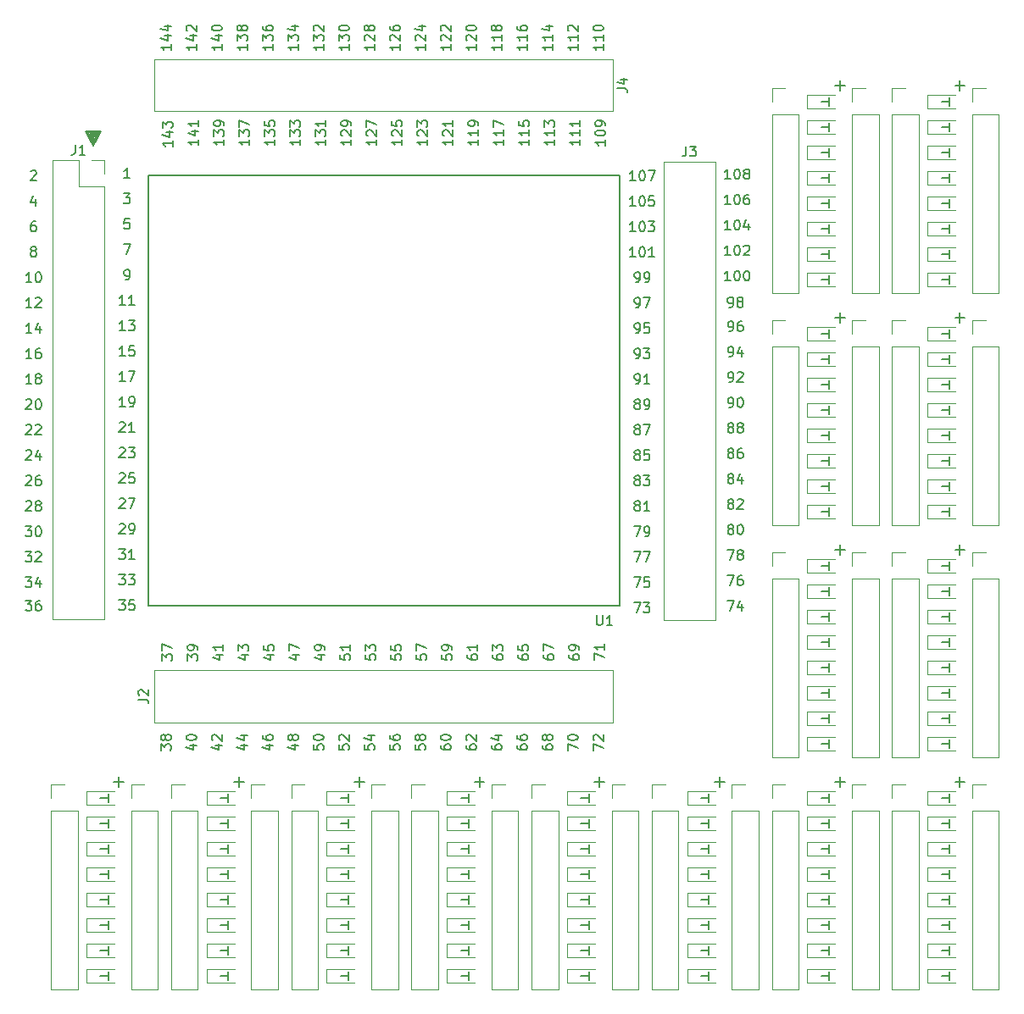
<source format=gto>
%MOIN*%
%OFA0B0*%
%FSLAX46Y46*%
%IPPOS*%
%LPD*%
%ADD10C,0.0039370078740157488*%
%ADD11C,0.0078740157480314977*%
%ADD12C,0.005905511811023622*%
%ADD13C,0.0047244094488188976*%
%ADD24C,0.0039370078740157488*%
%ADD25C,0.0078740157480314977*%
%ADD26C,0.005905511811023622*%
%ADD27C,0.0047244094488188976*%
%ADD28C,0.0039370078740157488*%
%ADD29C,0.0078740157480314977*%
%ADD30C,0.005905511811023622*%
%ADD31C,0.0047244094488188976*%
%ADD32C,0.0039370078740157488*%
%ADD33C,0.0078740157480314977*%
%ADD34C,0.005905511811023622*%
%ADD35C,0.0047244094488188976*%
%ADD36C,0.0039370078740157488*%
%ADD37C,0.0078740157480314977*%
%ADD38C,0.005905511811023622*%
%ADD39C,0.0047244094488188976*%
%ADD40C,0.0039370078740157488*%
%ADD41C,0.0078740157480314977*%
%ADD42C,0.005905511811023622*%
%ADD43C,0.0047244094488188976*%
%ADD44C,0.0039370078740157488*%
%ADD45C,0.0078740157480314977*%
%ADD46C,0.005905511811023622*%
%ADD47C,0.0047244094488188976*%
%ADD48C,0.0039370078740157488*%
%ADD49C,0.0078740157480314977*%
%ADD50C,0.005905511811023622*%
%ADD51C,0.0047244094488188976*%
%ADD52C,0.0039370078740157488*%
%ADD53C,0.0078740157480314977*%
%ADD54C,0.005905511811023622*%
%ADD55C,0.0047244094488188976*%
%ADD56C,0.0039370078740157488*%
%ADD57C,0.0078740157480314977*%
%ADD58C,0.005905511811023622*%
%ADD59C,0.0047244094488188976*%
%ADD60C,0.0039370078740157488*%
%ADD61C,0.0078740157480314977*%
%ADD62C,0.005905511811023622*%
%ADD63C,0.0047244094488188976*%
%ADD64C,0.0039370078740157488*%
%ADD65C,0.0078740157480314977*%
%ADD66C,0.005905511811023622*%
%ADD67C,0.0047244094488188976*%
%ADD68C,0.0039370078740157488*%
%ADD69C,0.0078740157480314977*%
%ADD70C,0.005905511811023622*%
%ADD71C,0.0047244094488188976*%
%ADD72C,0.0039370078740157488*%
%ADD73C,0.0078740157480314977*%
%ADD74C,0.005905511811023622*%
%ADD75C,0.0047244094488188976*%
%ADD76C,0.0039370078740157488*%
%ADD77C,0.0078740157480314977*%
%ADD78C,0.005905511811023622*%
%ADD79C,0.0047244094488188976*%
G01G01*
D10*
D11*
X0003305118Y0000901574D02*
X0003265748Y0000901574D01*
X0003285433Y0000881889D02*
X0003285433Y0000921259D01*
D12*
X0003212503Y0000138220D02*
X0003242818Y0000138220D01*
X0003242818Y0000153968D02*
X0003242818Y0000121291D01*
D13*
X0003157385Y0000165779D02*
X0003157385Y0000110661D01*
X0003157385Y0000110661D02*
X0003267622Y0000110661D01*
X0003157385Y0000165779D02*
X0003267622Y0000165779D01*
D12*
X0003212503Y0000238220D02*
X0003242818Y0000238220D01*
X0003242818Y0000253968D02*
X0003242818Y0000221291D01*
D13*
X0003157385Y0000265779D02*
X0003157385Y0000210661D01*
X0003157385Y0000210661D02*
X0003267622Y0000210661D01*
X0003157385Y0000265779D02*
X0003267622Y0000265779D01*
D12*
X0003212503Y0000338220D02*
X0003242818Y0000338220D01*
X0003242818Y0000353968D02*
X0003242818Y0000321291D01*
D13*
X0003157385Y0000365779D02*
X0003157385Y0000310661D01*
X0003157385Y0000310661D02*
X0003267622Y0000310661D01*
X0003157385Y0000365779D02*
X0003267622Y0000365779D01*
D12*
X0003212503Y0000438220D02*
X0003242818Y0000438220D01*
X0003242818Y0000453968D02*
X0003242818Y0000421291D01*
D13*
X0003157385Y0000465779D02*
X0003157385Y0000410661D01*
X0003157385Y0000410661D02*
X0003267622Y0000410661D01*
X0003157385Y0000465779D02*
X0003267622Y0000465779D01*
D12*
X0003212503Y0000538220D02*
X0003242818Y0000538220D01*
X0003242818Y0000553968D02*
X0003242818Y0000521291D01*
D13*
X0003157385Y0000565779D02*
X0003157385Y0000510661D01*
X0003157385Y0000510661D02*
X0003267622Y0000510661D01*
X0003157385Y0000565779D02*
X0003267622Y0000565779D01*
D12*
X0003212503Y0000638220D02*
X0003242818Y0000638220D01*
X0003242818Y0000653968D02*
X0003242818Y0000621291D01*
D13*
X0003157385Y0000665779D02*
X0003157385Y0000610661D01*
X0003157385Y0000610661D02*
X0003267622Y0000610661D01*
X0003157385Y0000665779D02*
X0003267622Y0000665779D01*
D12*
X0003212503Y0000738220D02*
X0003242818Y0000738220D01*
X0003242818Y0000753968D02*
X0003242818Y0000721291D01*
D13*
X0003157385Y0000765779D02*
X0003157385Y0000710661D01*
X0003157385Y0000710661D02*
X0003267622Y0000710661D01*
X0003157385Y0000765779D02*
X0003267622Y0000765779D01*
D12*
X0003212503Y0000838220D02*
X0003242818Y0000838220D01*
X0003242818Y0000853968D02*
X0003242818Y0000821291D01*
D13*
X0003157385Y0000865779D02*
X0003157385Y0000810661D01*
X0003157385Y0000810661D02*
X0003267622Y0000810661D01*
X0003157385Y0000865779D02*
X0003267622Y0000865779D01*
X0003333370Y0000085858D02*
X0003438094Y0000085858D01*
X0003333370Y0000788220D02*
X0003333370Y0000085858D01*
X0003438094Y0000788220D02*
X0003438094Y0000085858D01*
X0003333370Y0000788220D02*
X0003438094Y0000788220D01*
X0003333370Y0000838220D02*
X0003333370Y0000890582D01*
X0003333370Y0000890582D02*
X0003385732Y0000890582D01*
X0003018409Y0000085858D02*
X0003123133Y0000085858D01*
X0003018409Y0000788220D02*
X0003018409Y0000085858D01*
X0003123133Y0000788220D02*
X0003123133Y0000085858D01*
X0003018409Y0000788220D02*
X0003123133Y0000788220D01*
X0003018409Y0000838220D02*
X0003018409Y0000890582D01*
X0003018409Y0000890582D02*
X0003070771Y0000890582D01*
D10*
D12*
D10*
D12*
G04 next file*
G04 Gerber Fmt 4.6, Leading zero omitted, Abs format (unit mm)*
G04 Created by KiCad (PCBNEW 4.0.7) date 11/27/17 18:36:11*
G01G01*
G04 APERTURE LIST*
G04 APERTURE END LIST*
D24*
D25*
X0000363188Y0003451771D02*
X0000353346Y0003448818D01*
X0000347440Y0003457677D02*
X0000363188Y0003451771D01*
X0000367125Y0003459645D02*
X0000347440Y0003457677D01*
X0000358267Y0003437992D02*
X0000367125Y0003459645D01*
X0000343503Y0003460629D02*
X0000358267Y0003437992D01*
X0000354330Y0003429133D02*
X0000343503Y0003460629D01*
X0000336614Y0003460629D02*
X0000354330Y0003429133D01*
X0000351377Y0003419291D02*
X0000336614Y0003460629D01*
X0000373031Y0003460629D02*
X0000351377Y0003419291D01*
X0000353346Y0003412401D02*
X0000373031Y0003460629D01*
X0000327755Y0003462598D02*
X0000353346Y0003412401D01*
X0000350393Y0003403543D02*
X0000320866Y0003462598D01*
X0000379921Y0003462598D02*
X0000350393Y0003403543D01*
X0000320866Y0003462598D02*
X0000379921Y0003462598D01*
X0002475609Y0001607386D02*
X0002501856Y0001607386D01*
X0002484983Y0001568016D01*
X0002513104Y0001607386D02*
X0002537476Y0001607386D01*
X0002524353Y0001592388D01*
X0002529977Y0001592388D01*
X0002533727Y0001590513D01*
X0002535601Y0001588638D01*
X0002537476Y0001584889D01*
X0002537476Y0001575515D01*
X0002535601Y0001571766D01*
X0002533727Y0001569891D01*
X0002529977Y0001568016D01*
X0002518728Y0001568016D01*
X0002514979Y0001569891D01*
X0002513104Y0001571766D01*
X0002475609Y0001707386D02*
X0002501856Y0001707386D01*
X0002484983Y0001668016D01*
X0002535601Y0001707386D02*
X0002516854Y0001707386D01*
X0002514979Y0001688638D01*
X0002516854Y0001690513D01*
X0002520603Y0001692388D01*
X0002529977Y0001692388D01*
X0002533727Y0001690513D01*
X0002535601Y0001688638D01*
X0002537476Y0001684889D01*
X0002537476Y0001675515D01*
X0002535601Y0001671766D01*
X0002533727Y0001669891D01*
X0002529977Y0001668016D01*
X0002520603Y0001668016D01*
X0002516854Y0001669891D01*
X0002514979Y0001671766D01*
X0002475609Y0001807386D02*
X0002501856Y0001807386D01*
X0002484983Y0001768016D01*
X0002513104Y0001807386D02*
X0002539351Y0001807386D01*
X0002522478Y0001768016D01*
X0002475609Y0001907386D02*
X0002501856Y0001907386D01*
X0002484983Y0001868016D01*
X0002518728Y0001868016D02*
X0002526227Y0001868016D01*
X0002529977Y0001869891D01*
X0002531852Y0001871766D01*
X0002535601Y0001877390D01*
X0002537476Y0001884889D01*
X0002537476Y0001899887D01*
X0002535601Y0001903637D01*
X0002533727Y0001905511D01*
X0002529977Y0001907386D01*
X0002522478Y0001907386D01*
X0002518728Y0001905511D01*
X0002516854Y0001903637D01*
X0002514979Y0001899887D01*
X0002514979Y0001890513D01*
X0002516854Y0001886764D01*
X0002518728Y0001884889D01*
X0002522478Y0001883014D01*
X0002529977Y0001883014D01*
X0002533727Y0001884889D01*
X0002535601Y0001886764D01*
X0002537476Y0001890513D01*
X0002484983Y0001990513D02*
X0002481233Y0001992388D01*
X0002479358Y0001994263D01*
X0002477484Y0001998012D01*
X0002477484Y0001999887D01*
X0002479358Y0002003637D01*
X0002481233Y0002005511D01*
X0002484983Y0002007386D01*
X0002492482Y0002007386D01*
X0002496231Y0002005511D01*
X0002498106Y0002003637D01*
X0002499981Y0001999887D01*
X0002499981Y0001998012D01*
X0002498106Y0001994263D01*
X0002496231Y0001992388D01*
X0002492482Y0001990513D01*
X0002484983Y0001990513D01*
X0002481233Y0001988638D01*
X0002479358Y0001986764D01*
X0002477484Y0001983014D01*
X0002477484Y0001975515D01*
X0002479358Y0001971766D01*
X0002481233Y0001969891D01*
X0002484983Y0001968016D01*
X0002492482Y0001968016D01*
X0002496231Y0001969891D01*
X0002498106Y0001971766D01*
X0002499981Y0001975515D01*
X0002499981Y0001983014D01*
X0002498106Y0001986764D01*
X0002496231Y0001988638D01*
X0002492482Y0001990513D01*
X0002537476Y0001968016D02*
X0002514979Y0001968016D01*
X0002526227Y0001968016D02*
X0002526227Y0002007386D01*
X0002522478Y0002001762D01*
X0002518728Y0001998012D01*
X0002514979Y0001996137D01*
X0002484983Y0002090513D02*
X0002481233Y0002092388D01*
X0002479358Y0002094263D01*
X0002477484Y0002098012D01*
X0002477484Y0002099887D01*
X0002479358Y0002103637D01*
X0002481233Y0002105511D01*
X0002484983Y0002107386D01*
X0002492482Y0002107386D01*
X0002496231Y0002105511D01*
X0002498106Y0002103637D01*
X0002499981Y0002099887D01*
X0002499981Y0002098012D01*
X0002498106Y0002094263D01*
X0002496231Y0002092388D01*
X0002492482Y0002090513D01*
X0002484983Y0002090513D01*
X0002481233Y0002088638D01*
X0002479358Y0002086764D01*
X0002477484Y0002083014D01*
X0002477484Y0002075515D01*
X0002479358Y0002071766D01*
X0002481233Y0002069891D01*
X0002484983Y0002068016D01*
X0002492482Y0002068016D01*
X0002496231Y0002069891D01*
X0002498106Y0002071766D01*
X0002499981Y0002075515D01*
X0002499981Y0002083014D01*
X0002498106Y0002086764D01*
X0002496231Y0002088638D01*
X0002492482Y0002090513D01*
X0002513104Y0002107386D02*
X0002537476Y0002107386D01*
X0002524353Y0002092388D01*
X0002529977Y0002092388D01*
X0002533727Y0002090513D01*
X0002535601Y0002088638D01*
X0002537476Y0002084889D01*
X0002537476Y0002075515D01*
X0002535601Y0002071766D01*
X0002533727Y0002069891D01*
X0002529977Y0002068016D01*
X0002518728Y0002068016D01*
X0002514979Y0002069891D01*
X0002513104Y0002071766D01*
X0002484983Y0002190513D02*
X0002481233Y0002192388D01*
X0002479358Y0002194263D01*
X0002477484Y0002198012D01*
X0002477484Y0002199887D01*
X0002479358Y0002203637D01*
X0002481233Y0002205511D01*
X0002484983Y0002207386D01*
X0002492482Y0002207386D01*
X0002496231Y0002205511D01*
X0002498106Y0002203637D01*
X0002499981Y0002199887D01*
X0002499981Y0002198012D01*
X0002498106Y0002194263D01*
X0002496231Y0002192388D01*
X0002492482Y0002190513D01*
X0002484983Y0002190513D01*
X0002481233Y0002188638D01*
X0002479358Y0002186764D01*
X0002477484Y0002183014D01*
X0002477484Y0002175515D01*
X0002479358Y0002171766D01*
X0002481233Y0002169891D01*
X0002484983Y0002168016D01*
X0002492482Y0002168016D01*
X0002496231Y0002169891D01*
X0002498106Y0002171766D01*
X0002499981Y0002175515D01*
X0002499981Y0002183014D01*
X0002498106Y0002186764D01*
X0002496231Y0002188638D01*
X0002492482Y0002190513D01*
X0002535601Y0002207386D02*
X0002516854Y0002207386D01*
X0002514979Y0002188638D01*
X0002516854Y0002190513D01*
X0002520603Y0002192388D01*
X0002529977Y0002192388D01*
X0002533727Y0002190513D01*
X0002535601Y0002188638D01*
X0002537476Y0002184889D01*
X0002537476Y0002175515D01*
X0002535601Y0002171766D01*
X0002533727Y0002169891D01*
X0002529977Y0002168016D01*
X0002520603Y0002168016D01*
X0002516854Y0002169891D01*
X0002514979Y0002171766D01*
X0002484983Y0002290513D02*
X0002481233Y0002292388D01*
X0002479358Y0002294263D01*
X0002477484Y0002298012D01*
X0002477484Y0002299887D01*
X0002479358Y0002303637D01*
X0002481233Y0002305511D01*
X0002484983Y0002307386D01*
X0002492482Y0002307386D01*
X0002496231Y0002305511D01*
X0002498106Y0002303637D01*
X0002499981Y0002299887D01*
X0002499981Y0002298012D01*
X0002498106Y0002294263D01*
X0002496231Y0002292388D01*
X0002492482Y0002290513D01*
X0002484983Y0002290513D01*
X0002481233Y0002288638D01*
X0002479358Y0002286764D01*
X0002477484Y0002283014D01*
X0002477484Y0002275515D01*
X0002479358Y0002271766D01*
X0002481233Y0002269891D01*
X0002484983Y0002268016D01*
X0002492482Y0002268016D01*
X0002496231Y0002269891D01*
X0002498106Y0002271766D01*
X0002499981Y0002275515D01*
X0002499981Y0002283014D01*
X0002498106Y0002286764D01*
X0002496231Y0002288638D01*
X0002492482Y0002290513D01*
X0002513104Y0002307386D02*
X0002539351Y0002307386D01*
X0002522478Y0002268016D01*
X0002484983Y0002390513D02*
X0002481233Y0002392388D01*
X0002479358Y0002394263D01*
X0002477484Y0002398012D01*
X0002477484Y0002399887D01*
X0002479358Y0002403637D01*
X0002481233Y0002405511D01*
X0002484983Y0002407386D01*
X0002492482Y0002407386D01*
X0002496231Y0002405511D01*
X0002498106Y0002403637D01*
X0002499981Y0002399887D01*
X0002499981Y0002398012D01*
X0002498106Y0002394263D01*
X0002496231Y0002392388D01*
X0002492482Y0002390513D01*
X0002484983Y0002390513D01*
X0002481233Y0002388638D01*
X0002479358Y0002386764D01*
X0002477484Y0002383014D01*
X0002477484Y0002375515D01*
X0002479358Y0002371766D01*
X0002481233Y0002369891D01*
X0002484983Y0002368016D01*
X0002492482Y0002368016D01*
X0002496231Y0002369891D01*
X0002498106Y0002371766D01*
X0002499981Y0002375515D01*
X0002499981Y0002383014D01*
X0002498106Y0002386764D01*
X0002496231Y0002388638D01*
X0002492482Y0002390513D01*
X0002518728Y0002368016D02*
X0002526227Y0002368016D01*
X0002529977Y0002369891D01*
X0002531852Y0002371766D01*
X0002535601Y0002377390D01*
X0002537476Y0002384889D01*
X0002537476Y0002399887D01*
X0002535601Y0002403637D01*
X0002533727Y0002405511D01*
X0002529977Y0002407386D01*
X0002522478Y0002407386D01*
X0002518728Y0002405511D01*
X0002516854Y0002403637D01*
X0002514979Y0002399887D01*
X0002514979Y0002390513D01*
X0002516854Y0002386764D01*
X0002518728Y0002384889D01*
X0002522478Y0002383014D01*
X0002529977Y0002383014D01*
X0002533727Y0002384889D01*
X0002535601Y0002386764D01*
X0002537476Y0002390513D01*
X0002481233Y0002468016D02*
X0002488732Y0002468016D01*
X0002492482Y0002469891D01*
X0002494356Y0002471766D01*
X0002498106Y0002477390D01*
X0002499981Y0002484889D01*
X0002499981Y0002499887D01*
X0002498106Y0002503637D01*
X0002496231Y0002505511D01*
X0002492482Y0002507386D01*
X0002484983Y0002507386D01*
X0002481233Y0002505511D01*
X0002479358Y0002503637D01*
X0002477484Y0002499887D01*
X0002477484Y0002490513D01*
X0002479358Y0002486764D01*
X0002481233Y0002484889D01*
X0002484983Y0002483014D01*
X0002492482Y0002483014D01*
X0002496231Y0002484889D01*
X0002498106Y0002486764D01*
X0002499981Y0002490513D01*
X0002537476Y0002468016D02*
X0002514979Y0002468016D01*
X0002526227Y0002468016D02*
X0002526227Y0002507386D01*
X0002522478Y0002501762D01*
X0002518728Y0002498012D01*
X0002514979Y0002496137D01*
X0002481233Y0002568016D02*
X0002488732Y0002568016D01*
X0002492482Y0002569891D01*
X0002494356Y0002571766D01*
X0002498106Y0002577390D01*
X0002499981Y0002584889D01*
X0002499981Y0002599887D01*
X0002498106Y0002603637D01*
X0002496231Y0002605511D01*
X0002492482Y0002607386D01*
X0002484983Y0002607386D01*
X0002481233Y0002605511D01*
X0002479358Y0002603637D01*
X0002477484Y0002599887D01*
X0002477484Y0002590513D01*
X0002479358Y0002586764D01*
X0002481233Y0002584889D01*
X0002484983Y0002583014D01*
X0002492482Y0002583014D01*
X0002496231Y0002584889D01*
X0002498106Y0002586764D01*
X0002499981Y0002590513D01*
X0002513104Y0002607386D02*
X0002537476Y0002607386D01*
X0002524353Y0002592388D01*
X0002529977Y0002592388D01*
X0002533727Y0002590513D01*
X0002535601Y0002588638D01*
X0002537476Y0002584889D01*
X0002537476Y0002575515D01*
X0002535601Y0002571766D01*
X0002533727Y0002569891D01*
X0002529977Y0002568016D01*
X0002518728Y0002568016D01*
X0002514979Y0002569891D01*
X0002513104Y0002571766D01*
X0002481233Y0002668016D02*
X0002488732Y0002668016D01*
X0002492482Y0002669891D01*
X0002494356Y0002671765D01*
X0002498106Y0002677390D01*
X0002499981Y0002684889D01*
X0002499981Y0002699887D01*
X0002498106Y0002703637D01*
X0002496231Y0002705511D01*
X0002492482Y0002707386D01*
X0002484983Y0002707386D01*
X0002481233Y0002705511D01*
X0002479358Y0002703637D01*
X0002477484Y0002699887D01*
X0002477484Y0002690513D01*
X0002479358Y0002686764D01*
X0002481233Y0002684889D01*
X0002484983Y0002683014D01*
X0002492482Y0002683014D01*
X0002496231Y0002684889D01*
X0002498106Y0002686764D01*
X0002499981Y0002690513D01*
X0002535601Y0002707386D02*
X0002516854Y0002707386D01*
X0002514979Y0002688638D01*
X0002516854Y0002690513D01*
X0002520603Y0002692388D01*
X0002529977Y0002692388D01*
X0002533727Y0002690513D01*
X0002535601Y0002688638D01*
X0002537476Y0002684889D01*
X0002537476Y0002675515D01*
X0002535601Y0002671765D01*
X0002533727Y0002669891D01*
X0002529977Y0002668016D01*
X0002520603Y0002668016D01*
X0002516854Y0002669891D01*
X0002514979Y0002671765D01*
X0002481233Y0002768016D02*
X0002488732Y0002768016D01*
X0002492482Y0002769891D01*
X0002494356Y0002771766D01*
X0002498106Y0002777390D01*
X0002499981Y0002784889D01*
X0002499981Y0002799887D01*
X0002498106Y0002803637D01*
X0002496231Y0002805511D01*
X0002492482Y0002807386D01*
X0002484983Y0002807386D01*
X0002481233Y0002805511D01*
X0002479358Y0002803637D01*
X0002477484Y0002799887D01*
X0002477484Y0002790513D01*
X0002479358Y0002786764D01*
X0002481233Y0002784889D01*
X0002484983Y0002783014D01*
X0002492482Y0002783014D01*
X0002496231Y0002784889D01*
X0002498106Y0002786764D01*
X0002499981Y0002790513D01*
X0002513104Y0002807386D02*
X0002539351Y0002807386D01*
X0002522478Y0002768016D01*
X0002481233Y0002868016D02*
X0002488732Y0002868016D01*
X0002492482Y0002869891D01*
X0002494356Y0002871766D01*
X0002498106Y0002877390D01*
X0002499981Y0002884889D01*
X0002499981Y0002899887D01*
X0002498106Y0002903637D01*
X0002496231Y0002905511D01*
X0002492482Y0002907386D01*
X0002484983Y0002907386D01*
X0002481233Y0002905511D01*
X0002479358Y0002903637D01*
X0002477484Y0002899887D01*
X0002477484Y0002890513D01*
X0002479358Y0002886764D01*
X0002481233Y0002884889D01*
X0002484983Y0002883014D01*
X0002492482Y0002883014D01*
X0002496231Y0002884889D01*
X0002498106Y0002886764D01*
X0002499981Y0002890513D01*
X0002518728Y0002868016D02*
X0002526227Y0002868016D01*
X0002529977Y0002869891D01*
X0002531852Y0002871766D01*
X0002535601Y0002877390D01*
X0002537476Y0002884889D01*
X0002537476Y0002899887D01*
X0002535601Y0002903637D01*
X0002533727Y0002905511D01*
X0002529977Y0002907386D01*
X0002522478Y0002907386D01*
X0002518728Y0002905511D01*
X0002516854Y0002903637D01*
X0002514979Y0002899887D01*
X0002514979Y0002890513D01*
X0002516854Y0002886764D01*
X0002518728Y0002884889D01*
X0002522478Y0002883014D01*
X0002529977Y0002883014D01*
X0002533727Y0002884889D01*
X0002535601Y0002886764D01*
X0002537476Y0002890513D01*
X0002481233Y0002968016D02*
X0002458736Y0002968016D01*
X0002469985Y0002968016D02*
X0002469985Y0003007386D01*
X0002466235Y0003001762D01*
X0002462485Y0002998012D01*
X0002458736Y0002996137D01*
X0002505605Y0003007386D02*
X0002509355Y0003007386D01*
X0002513104Y0003005511D01*
X0002514979Y0003003637D01*
X0002516854Y0002999887D01*
X0002518728Y0002992388D01*
X0002518728Y0002983014D01*
X0002516854Y0002975515D01*
X0002514979Y0002971766D01*
X0002513104Y0002969891D01*
X0002509355Y0002968016D01*
X0002505605Y0002968016D01*
X0002501856Y0002969891D01*
X0002499981Y0002971766D01*
X0002498106Y0002975515D01*
X0002496231Y0002983014D01*
X0002496231Y0002992388D01*
X0002498106Y0002999887D01*
X0002499981Y0003003637D01*
X0002501856Y0003005511D01*
X0002505605Y0003007386D01*
X0002556224Y0002968016D02*
X0002533727Y0002968016D01*
X0002544975Y0002968016D02*
X0002544975Y0003007386D01*
X0002541226Y0003001762D01*
X0002537476Y0002998012D01*
X0002533727Y0002996137D01*
X0002481233Y0003068016D02*
X0002458736Y0003068016D01*
X0002469985Y0003068016D02*
X0002469985Y0003107386D01*
X0002466235Y0003101762D01*
X0002462485Y0003098012D01*
X0002458736Y0003096137D01*
X0002505605Y0003107386D02*
X0002509355Y0003107386D01*
X0002513104Y0003105511D01*
X0002514979Y0003103637D01*
X0002516854Y0003099887D01*
X0002518728Y0003092388D01*
X0002518728Y0003083014D01*
X0002516854Y0003075515D01*
X0002514979Y0003071766D01*
X0002513104Y0003069891D01*
X0002509355Y0003068016D01*
X0002505605Y0003068016D01*
X0002501856Y0003069891D01*
X0002499981Y0003071766D01*
X0002498106Y0003075515D01*
X0002496231Y0003083014D01*
X0002496231Y0003092388D01*
X0002498106Y0003099887D01*
X0002499981Y0003103637D01*
X0002501856Y0003105511D01*
X0002505605Y0003107386D01*
X0002531852Y0003107386D02*
X0002556224Y0003107386D01*
X0002543100Y0003092388D01*
X0002548725Y0003092388D01*
X0002552474Y0003090513D01*
X0002554349Y0003088638D01*
X0002556224Y0003084889D01*
X0002556224Y0003075515D01*
X0002554349Y0003071766D01*
X0002552474Y0003069891D01*
X0002548725Y0003068016D01*
X0002537476Y0003068016D01*
X0002533727Y0003069891D01*
X0002531852Y0003071766D01*
X0002481233Y0003168016D02*
X0002458736Y0003168016D01*
X0002469985Y0003168016D02*
X0002469985Y0003207386D01*
X0002466235Y0003201762D01*
X0002462485Y0003198012D01*
X0002458736Y0003196137D01*
X0002505605Y0003207386D02*
X0002509355Y0003207386D01*
X0002513104Y0003205511D01*
X0002514979Y0003203637D01*
X0002516854Y0003199887D01*
X0002518728Y0003192388D01*
X0002518728Y0003183014D01*
X0002516854Y0003175515D01*
X0002514979Y0003171766D01*
X0002513104Y0003169891D01*
X0002509355Y0003168016D01*
X0002505605Y0003168016D01*
X0002501856Y0003169891D01*
X0002499981Y0003171766D01*
X0002498106Y0003175515D01*
X0002496231Y0003183014D01*
X0002496231Y0003192388D01*
X0002498106Y0003199887D01*
X0002499981Y0003203637D01*
X0002501856Y0003205511D01*
X0002505605Y0003207386D01*
X0002554349Y0003207386D02*
X0002535601Y0003207386D01*
X0002533727Y0003188638D01*
X0002535601Y0003190513D01*
X0002539351Y0003192388D01*
X0002548725Y0003192388D01*
X0002552474Y0003190513D01*
X0002554349Y0003188638D01*
X0002556224Y0003184889D01*
X0002556224Y0003175515D01*
X0002554349Y0003171766D01*
X0002552474Y0003169891D01*
X0002548725Y0003168016D01*
X0002539351Y0003168016D01*
X0002535601Y0003169891D01*
X0002533727Y0003171766D01*
X0002481233Y0003268016D02*
X0002458736Y0003268016D01*
X0002469985Y0003268016D02*
X0002469985Y0003307386D01*
X0002466235Y0003301762D01*
X0002462485Y0003298012D01*
X0002458736Y0003296137D01*
X0002505605Y0003307386D02*
X0002509355Y0003307386D01*
X0002513104Y0003305511D01*
X0002514979Y0003303637D01*
X0002516854Y0003299887D01*
X0002518728Y0003292388D01*
X0002518728Y0003283014D01*
X0002516854Y0003275515D01*
X0002514979Y0003271766D01*
X0002513104Y0003269891D01*
X0002509355Y0003268016D01*
X0002505605Y0003268016D01*
X0002501856Y0003269891D01*
X0002499981Y0003271766D01*
X0002498106Y0003275515D01*
X0002496231Y0003283014D01*
X0002496231Y0003292388D01*
X0002498106Y0003299887D01*
X0002499981Y0003303637D01*
X0002501856Y0003305511D01*
X0002505605Y0003307386D01*
X0002531852Y0003307386D02*
X0002558098Y0003307386D01*
X0002541226Y0003268016D01*
X0002842932Y0001614866D02*
X0002869178Y0001614866D01*
X0002852305Y0001575496D01*
X0002901049Y0001601743D02*
X0002901049Y0001575496D01*
X0002891676Y0001616741D02*
X0002882302Y0001588620D01*
X0002906674Y0001588620D01*
X0002842932Y0001714866D02*
X0002869178Y0001714866D01*
X0002852305Y0001675496D01*
X0002901049Y0001714866D02*
X0002893550Y0001714866D01*
X0002889801Y0001712992D01*
X0002887926Y0001711117D01*
X0002884176Y0001705493D01*
X0002882302Y0001697994D01*
X0002882302Y0001682995D01*
X0002884176Y0001679246D01*
X0002886051Y0001677371D01*
X0002889801Y0001675496D01*
X0002897300Y0001675496D01*
X0002901049Y0001677371D01*
X0002902924Y0001679246D01*
X0002904799Y0001682995D01*
X0002904799Y0001692369D01*
X0002902924Y0001696119D01*
X0002901049Y0001697994D01*
X0002897300Y0001699868D01*
X0002889801Y0001699868D01*
X0002886051Y0001697994D01*
X0002884176Y0001696119D01*
X0002882302Y0001692369D01*
X0002842932Y0001814866D02*
X0002869178Y0001814866D01*
X0002852305Y0001775496D01*
X0002889801Y0001797994D02*
X0002886051Y0001799868D01*
X0002884176Y0001801743D01*
X0002882302Y0001805493D01*
X0002882302Y0001807367D01*
X0002884176Y0001811117D01*
X0002886051Y0001812992D01*
X0002889801Y0001814866D01*
X0002897300Y0001814866D01*
X0002901049Y0001812992D01*
X0002902924Y0001811117D01*
X0002904799Y0001807367D01*
X0002904799Y0001805493D01*
X0002902924Y0001801743D01*
X0002901049Y0001799868D01*
X0002897300Y0001797994D01*
X0002889801Y0001797994D01*
X0002886051Y0001796119D01*
X0002884176Y0001794244D01*
X0002882302Y0001790494D01*
X0002882302Y0001782995D01*
X0002884176Y0001779246D01*
X0002886051Y0001777371D01*
X0002889801Y0001775496D01*
X0002897300Y0001775496D01*
X0002901049Y0001777371D01*
X0002902924Y0001779246D01*
X0002904799Y0001782995D01*
X0002904799Y0001790494D01*
X0002902924Y0001794244D01*
X0002901049Y0001796119D01*
X0002897300Y0001797994D01*
X0002852305Y0001897994D02*
X0002848556Y0001899868D01*
X0002846681Y0001901743D01*
X0002844806Y0001905493D01*
X0002844806Y0001907367D01*
X0002846681Y0001911117D01*
X0002848556Y0001912992D01*
X0002852305Y0001914866D01*
X0002859805Y0001914866D01*
X0002863554Y0001912992D01*
X0002865429Y0001911117D01*
X0002867304Y0001907367D01*
X0002867304Y0001905493D01*
X0002865429Y0001901743D01*
X0002863554Y0001899868D01*
X0002859805Y0001897994D01*
X0002852305Y0001897994D01*
X0002848556Y0001896119D01*
X0002846681Y0001894244D01*
X0002844806Y0001890494D01*
X0002844806Y0001882995D01*
X0002846681Y0001879246D01*
X0002848556Y0001877371D01*
X0002852305Y0001875496D01*
X0002859805Y0001875496D01*
X0002863554Y0001877371D01*
X0002865429Y0001879246D01*
X0002867304Y0001882995D01*
X0002867304Y0001890494D01*
X0002865429Y0001894244D01*
X0002863554Y0001896119D01*
X0002859805Y0001897994D01*
X0002891676Y0001914866D02*
X0002895425Y0001914866D01*
X0002899175Y0001912992D01*
X0002901049Y0001911117D01*
X0002902924Y0001907367D01*
X0002904799Y0001899868D01*
X0002904799Y0001890494D01*
X0002902924Y0001882995D01*
X0002901049Y0001879246D01*
X0002899175Y0001877371D01*
X0002895425Y0001875496D01*
X0002891676Y0001875496D01*
X0002887926Y0001877371D01*
X0002886051Y0001879246D01*
X0002884176Y0001882995D01*
X0002882302Y0001890494D01*
X0002882302Y0001899868D01*
X0002884176Y0001907367D01*
X0002886051Y0001911117D01*
X0002887926Y0001912992D01*
X0002891676Y0001914866D01*
X0002852305Y0001997994D02*
X0002848556Y0001999868D01*
X0002846681Y0002001743D01*
X0002844806Y0002005493D01*
X0002844806Y0002007367D01*
X0002846681Y0002011117D01*
X0002848556Y0002012992D01*
X0002852305Y0002014866D01*
X0002859805Y0002014866D01*
X0002863554Y0002012992D01*
X0002865429Y0002011117D01*
X0002867304Y0002007367D01*
X0002867304Y0002005493D01*
X0002865429Y0002001743D01*
X0002863554Y0001999868D01*
X0002859805Y0001997994D01*
X0002852305Y0001997994D01*
X0002848556Y0001996119D01*
X0002846681Y0001994244D01*
X0002844806Y0001990494D01*
X0002844806Y0001982995D01*
X0002846681Y0001979246D01*
X0002848556Y0001977371D01*
X0002852305Y0001975496D01*
X0002859805Y0001975496D01*
X0002863554Y0001977371D01*
X0002865429Y0001979246D01*
X0002867304Y0001982995D01*
X0002867304Y0001990494D01*
X0002865429Y0001994244D01*
X0002863554Y0001996119D01*
X0002859805Y0001997994D01*
X0002882302Y0002011117D02*
X0002884176Y0002012992D01*
X0002887926Y0002014866D01*
X0002897300Y0002014866D01*
X0002901049Y0002012992D01*
X0002902924Y0002011117D01*
X0002904799Y0002007367D01*
X0002904799Y0002003618D01*
X0002902924Y0001997994D01*
X0002880427Y0001975496D01*
X0002904799Y0001975496D01*
X0002852305Y0002097994D02*
X0002848556Y0002099868D01*
X0002846681Y0002101743D01*
X0002844806Y0002105493D01*
X0002844806Y0002107367D01*
X0002846681Y0002111117D01*
X0002848556Y0002112992D01*
X0002852305Y0002114866D01*
X0002859805Y0002114866D01*
X0002863554Y0002112992D01*
X0002865429Y0002111117D01*
X0002867304Y0002107367D01*
X0002867304Y0002105493D01*
X0002865429Y0002101743D01*
X0002863554Y0002099868D01*
X0002859805Y0002097994D01*
X0002852305Y0002097994D01*
X0002848556Y0002096119D01*
X0002846681Y0002094244D01*
X0002844806Y0002090494D01*
X0002844806Y0002082995D01*
X0002846681Y0002079246D01*
X0002848556Y0002077371D01*
X0002852305Y0002075496D01*
X0002859805Y0002075496D01*
X0002863554Y0002077371D01*
X0002865429Y0002079246D01*
X0002867304Y0002082995D01*
X0002867304Y0002090494D01*
X0002865429Y0002094244D01*
X0002863554Y0002096119D01*
X0002859805Y0002097994D01*
X0002901049Y0002101743D02*
X0002901049Y0002075496D01*
X0002891676Y0002116741D02*
X0002882302Y0002088620D01*
X0002906674Y0002088620D01*
X0002852305Y0002197994D02*
X0002848556Y0002199868D01*
X0002846681Y0002201743D01*
X0002844806Y0002205493D01*
X0002844806Y0002207367D01*
X0002846681Y0002211117D01*
X0002848556Y0002212992D01*
X0002852305Y0002214866D01*
X0002859805Y0002214866D01*
X0002863554Y0002212992D01*
X0002865429Y0002211117D01*
X0002867304Y0002207367D01*
X0002867304Y0002205493D01*
X0002865429Y0002201743D01*
X0002863554Y0002199868D01*
X0002859805Y0002197994D01*
X0002852305Y0002197994D01*
X0002848556Y0002196119D01*
X0002846681Y0002194244D01*
X0002844806Y0002190494D01*
X0002844806Y0002182995D01*
X0002846681Y0002179246D01*
X0002848556Y0002177371D01*
X0002852305Y0002175496D01*
X0002859805Y0002175496D01*
X0002863554Y0002177371D01*
X0002865429Y0002179246D01*
X0002867304Y0002182995D01*
X0002867304Y0002190494D01*
X0002865429Y0002194244D01*
X0002863554Y0002196119D01*
X0002859805Y0002197994D01*
X0002901049Y0002214866D02*
X0002893550Y0002214866D01*
X0002889801Y0002212992D01*
X0002887926Y0002211117D01*
X0002884176Y0002205493D01*
X0002882302Y0002197994D01*
X0002882302Y0002182995D01*
X0002884176Y0002179246D01*
X0002886051Y0002177371D01*
X0002889801Y0002175496D01*
X0002897300Y0002175496D01*
X0002901049Y0002177371D01*
X0002902924Y0002179246D01*
X0002904799Y0002182995D01*
X0002904799Y0002192369D01*
X0002902924Y0002196119D01*
X0002901049Y0002197994D01*
X0002897300Y0002199868D01*
X0002889801Y0002199868D01*
X0002886051Y0002197994D01*
X0002884176Y0002196119D01*
X0002882302Y0002192369D01*
X0002852305Y0002297994D02*
X0002848556Y0002299868D01*
X0002846681Y0002301743D01*
X0002844806Y0002305493D01*
X0002844806Y0002307367D01*
X0002846681Y0002311117D01*
X0002848556Y0002312992D01*
X0002852305Y0002314866D01*
X0002859805Y0002314866D01*
X0002863554Y0002312992D01*
X0002865429Y0002311117D01*
X0002867304Y0002307367D01*
X0002867304Y0002305493D01*
X0002865429Y0002301743D01*
X0002863554Y0002299868D01*
X0002859805Y0002297994D01*
X0002852305Y0002297994D01*
X0002848556Y0002296119D01*
X0002846681Y0002294244D01*
X0002844806Y0002290494D01*
X0002844806Y0002282995D01*
X0002846681Y0002279246D01*
X0002848556Y0002277371D01*
X0002852305Y0002275496D01*
X0002859805Y0002275496D01*
X0002863554Y0002277371D01*
X0002865429Y0002279246D01*
X0002867304Y0002282995D01*
X0002867304Y0002290494D01*
X0002865429Y0002294244D01*
X0002863554Y0002296119D01*
X0002859805Y0002297994D01*
X0002889801Y0002297994D02*
X0002886051Y0002299868D01*
X0002884176Y0002301743D01*
X0002882302Y0002305493D01*
X0002882302Y0002307367D01*
X0002884176Y0002311117D01*
X0002886051Y0002312992D01*
X0002889801Y0002314866D01*
X0002897300Y0002314866D01*
X0002901049Y0002312992D01*
X0002902924Y0002311117D01*
X0002904799Y0002307367D01*
X0002904799Y0002305493D01*
X0002902924Y0002301743D01*
X0002901049Y0002299868D01*
X0002897300Y0002297994D01*
X0002889801Y0002297994D01*
X0002886051Y0002296119D01*
X0002884176Y0002294244D01*
X0002882302Y0002290494D01*
X0002882302Y0002282995D01*
X0002884176Y0002279246D01*
X0002886051Y0002277371D01*
X0002889801Y0002275496D01*
X0002897300Y0002275496D01*
X0002901049Y0002277371D01*
X0002902924Y0002279246D01*
X0002904799Y0002282995D01*
X0002904799Y0002290494D01*
X0002902924Y0002294244D01*
X0002901049Y0002296119D01*
X0002897300Y0002297994D01*
X0002848556Y0002375496D02*
X0002856055Y0002375496D01*
X0002859805Y0002377371D01*
X0002861679Y0002379246D01*
X0002865429Y0002384870D01*
X0002867304Y0002392369D01*
X0002867304Y0002407367D01*
X0002865429Y0002411117D01*
X0002863554Y0002412992D01*
X0002859805Y0002414866D01*
X0002852305Y0002414866D01*
X0002848556Y0002412992D01*
X0002846681Y0002411117D01*
X0002844806Y0002407367D01*
X0002844806Y0002397994D01*
X0002846681Y0002394244D01*
X0002848556Y0002392369D01*
X0002852305Y0002390494D01*
X0002859805Y0002390494D01*
X0002863554Y0002392369D01*
X0002865429Y0002394244D01*
X0002867304Y0002397994D01*
X0002891676Y0002414866D02*
X0002895425Y0002414866D01*
X0002899175Y0002412992D01*
X0002901049Y0002411117D01*
X0002902924Y0002407367D01*
X0002904799Y0002399868D01*
X0002904799Y0002390494D01*
X0002902924Y0002382995D01*
X0002901049Y0002379246D01*
X0002899175Y0002377371D01*
X0002895425Y0002375496D01*
X0002891676Y0002375496D01*
X0002887926Y0002377371D01*
X0002886051Y0002379246D01*
X0002884176Y0002382995D01*
X0002882302Y0002390494D01*
X0002882302Y0002399868D01*
X0002884176Y0002407367D01*
X0002886051Y0002411117D01*
X0002887926Y0002412992D01*
X0002891676Y0002414866D01*
X0002848556Y0002475496D02*
X0002856055Y0002475496D01*
X0002859805Y0002477371D01*
X0002861679Y0002479246D01*
X0002865429Y0002484870D01*
X0002867304Y0002492369D01*
X0002867304Y0002507367D01*
X0002865429Y0002511117D01*
X0002863554Y0002512992D01*
X0002859805Y0002514866D01*
X0002852305Y0002514866D01*
X0002848556Y0002512992D01*
X0002846681Y0002511117D01*
X0002844806Y0002507367D01*
X0002844806Y0002497994D01*
X0002846681Y0002494244D01*
X0002848556Y0002492369D01*
X0002852305Y0002490494D01*
X0002859805Y0002490494D01*
X0002863554Y0002492369D01*
X0002865429Y0002494244D01*
X0002867304Y0002497994D01*
X0002882302Y0002511117D02*
X0002884176Y0002512992D01*
X0002887926Y0002514866D01*
X0002897300Y0002514866D01*
X0002901049Y0002512992D01*
X0002902924Y0002511117D01*
X0002904799Y0002507367D01*
X0002904799Y0002503618D01*
X0002902924Y0002497994D01*
X0002880427Y0002475496D01*
X0002904799Y0002475496D01*
X0002848556Y0002575496D02*
X0002856055Y0002575496D01*
X0002859805Y0002577371D01*
X0002861679Y0002579246D01*
X0002865429Y0002584870D01*
X0002867304Y0002592369D01*
X0002867304Y0002607367D01*
X0002865429Y0002611117D01*
X0002863554Y0002612992D01*
X0002859805Y0002614866D01*
X0002852305Y0002614866D01*
X0002848556Y0002612992D01*
X0002846681Y0002611117D01*
X0002844806Y0002607367D01*
X0002844806Y0002597994D01*
X0002846681Y0002594244D01*
X0002848556Y0002592369D01*
X0002852305Y0002590494D01*
X0002859805Y0002590494D01*
X0002863554Y0002592369D01*
X0002865429Y0002594244D01*
X0002867304Y0002597994D01*
X0002901049Y0002601743D02*
X0002901049Y0002575496D01*
X0002891676Y0002616741D02*
X0002882302Y0002588620D01*
X0002906674Y0002588620D01*
X0002848556Y0002675496D02*
X0002856055Y0002675496D01*
X0002859805Y0002677371D01*
X0002861679Y0002679246D01*
X0002865429Y0002684870D01*
X0002867304Y0002692369D01*
X0002867304Y0002707367D01*
X0002865429Y0002711117D01*
X0002863554Y0002712992D01*
X0002859805Y0002714866D01*
X0002852305Y0002714866D01*
X0002848556Y0002712992D01*
X0002846681Y0002711117D01*
X0002844806Y0002707367D01*
X0002844806Y0002697994D01*
X0002846681Y0002694244D01*
X0002848556Y0002692369D01*
X0002852305Y0002690494D01*
X0002859805Y0002690494D01*
X0002863554Y0002692369D01*
X0002865429Y0002694244D01*
X0002867304Y0002697994D01*
X0002901049Y0002714866D02*
X0002893550Y0002714866D01*
X0002889801Y0002712992D01*
X0002887926Y0002711117D01*
X0002884176Y0002705493D01*
X0002882302Y0002697994D01*
X0002882302Y0002682995D01*
X0002884176Y0002679246D01*
X0002886051Y0002677371D01*
X0002889801Y0002675496D01*
X0002897300Y0002675496D01*
X0002901049Y0002677371D01*
X0002902924Y0002679246D01*
X0002904799Y0002682995D01*
X0002904799Y0002692369D01*
X0002902924Y0002696119D01*
X0002901049Y0002697994D01*
X0002897300Y0002699868D01*
X0002889801Y0002699868D01*
X0002886051Y0002697994D01*
X0002884176Y0002696119D01*
X0002882302Y0002692369D01*
X0002848162Y0002769591D02*
X0002855661Y0002769591D01*
X0002859411Y0002771466D01*
X0002861286Y0002773340D01*
X0002865035Y0002778965D01*
X0002866910Y0002786464D01*
X0002866910Y0002801462D01*
X0002865035Y0002805211D01*
X0002863160Y0002807086D01*
X0002859411Y0002808961D01*
X0002851912Y0002808961D01*
X0002848162Y0002807086D01*
X0002846287Y0002805211D01*
X0002844413Y0002801462D01*
X0002844413Y0002792088D01*
X0002846287Y0002788338D01*
X0002848162Y0002786464D01*
X0002851912Y0002784589D01*
X0002859411Y0002784589D01*
X0002863160Y0002786464D01*
X0002865035Y0002788338D01*
X0002866910Y0002792088D01*
X0002889407Y0002792088D02*
X0002885658Y0002793963D01*
X0002883783Y0002795838D01*
X0002881908Y0002799587D01*
X0002881908Y0002801462D01*
X0002883783Y0002805211D01*
X0002885658Y0002807086D01*
X0002889407Y0002808961D01*
X0002896906Y0002808961D01*
X0002900656Y0002807086D01*
X0002902530Y0002805211D01*
X0002904405Y0002801462D01*
X0002904405Y0002799587D01*
X0002902530Y0002795838D01*
X0002900656Y0002793963D01*
X0002896906Y0002792088D01*
X0002889407Y0002792088D01*
X0002885658Y0002790213D01*
X0002883783Y0002788338D01*
X0002881908Y0002784589D01*
X0002881908Y0002777090D01*
X0002883783Y0002773340D01*
X0002885658Y0002771466D01*
X0002889407Y0002769591D01*
X0002896906Y0002769591D01*
X0002900656Y0002771466D01*
X0002902530Y0002773340D01*
X0002904405Y0002777090D01*
X0002904405Y0002784589D01*
X0002902530Y0002788338D01*
X0002900656Y0002790213D01*
X0002896906Y0002792088D01*
X0002855249Y0002873528D02*
X0002832752Y0002873528D01*
X0002844000Y0002873528D02*
X0002844000Y0002912898D01*
X0002840251Y0002907274D01*
X0002836501Y0002903524D01*
X0002832752Y0002901649D01*
X0002879621Y0002912898D02*
X0002883370Y0002912898D01*
X0002887120Y0002911023D01*
X0002888995Y0002909148D01*
X0002890869Y0002905399D01*
X0002892744Y0002897900D01*
X0002892744Y0002888526D01*
X0002890869Y0002881027D01*
X0002888995Y0002877277D01*
X0002887120Y0002875403D01*
X0002883370Y0002873528D01*
X0002879621Y0002873528D01*
X0002875871Y0002875403D01*
X0002873997Y0002877277D01*
X0002872122Y0002881027D01*
X0002870247Y0002888526D01*
X0002870247Y0002897900D01*
X0002872122Y0002905399D01*
X0002873997Y0002909148D01*
X0002875871Y0002911023D01*
X0002879621Y0002912898D01*
X0002917116Y0002912898D02*
X0002920866Y0002912898D01*
X0002924615Y0002911023D01*
X0002926490Y0002909148D01*
X0002928365Y0002905399D01*
X0002930240Y0002897900D01*
X0002930240Y0002888526D01*
X0002928365Y0002881027D01*
X0002926490Y0002877277D01*
X0002924615Y0002875403D01*
X0002920866Y0002873528D01*
X0002917116Y0002873528D01*
X0002913367Y0002875403D01*
X0002911492Y0002877277D01*
X0002909617Y0002881027D01*
X0002907742Y0002888526D01*
X0002907742Y0002897900D01*
X0002909617Y0002905399D01*
X0002911492Y0002909148D01*
X0002913367Y0002911023D01*
X0002917116Y0002912898D01*
X0002855249Y0002973528D02*
X0002832752Y0002973528D01*
X0002844000Y0002973528D02*
X0002844000Y0003012898D01*
X0002840251Y0003007274D01*
X0002836501Y0003003524D01*
X0002832752Y0003001649D01*
X0002879621Y0003012898D02*
X0002883370Y0003012898D01*
X0002887120Y0003011023D01*
X0002888995Y0003009148D01*
X0002890869Y0003005399D01*
X0002892744Y0002997900D01*
X0002892744Y0002988526D01*
X0002890869Y0002981027D01*
X0002888995Y0002977277D01*
X0002887120Y0002975403D01*
X0002883370Y0002973528D01*
X0002879621Y0002973528D01*
X0002875871Y0002975403D01*
X0002873997Y0002977277D01*
X0002872122Y0002981027D01*
X0002870247Y0002988526D01*
X0002870247Y0002997900D01*
X0002872122Y0003005399D01*
X0002873997Y0003009148D01*
X0002875871Y0003011023D01*
X0002879621Y0003012898D01*
X0002907742Y0003009148D02*
X0002909617Y0003011023D01*
X0002913367Y0003012898D01*
X0002922740Y0003012898D01*
X0002926490Y0003011023D01*
X0002928365Y0003009148D01*
X0002930240Y0003005399D01*
X0002930240Y0003001649D01*
X0002928365Y0002996025D01*
X0002905868Y0002973528D01*
X0002930240Y0002973528D01*
X0002855249Y0003073528D02*
X0002832752Y0003073528D01*
X0002844000Y0003073528D02*
X0002844000Y0003112898D01*
X0002840251Y0003107274D01*
X0002836501Y0003103524D01*
X0002832752Y0003101649D01*
X0002879621Y0003112898D02*
X0002883370Y0003112898D01*
X0002887120Y0003111023D01*
X0002888995Y0003109148D01*
X0002890869Y0003105399D01*
X0002892744Y0003097900D01*
X0002892744Y0003088526D01*
X0002890869Y0003081027D01*
X0002888995Y0003077277D01*
X0002887120Y0003075403D01*
X0002883370Y0003073528D01*
X0002879621Y0003073528D01*
X0002875871Y0003075403D01*
X0002873997Y0003077277D01*
X0002872122Y0003081027D01*
X0002870247Y0003088526D01*
X0002870247Y0003097900D01*
X0002872122Y0003105399D01*
X0002873997Y0003109148D01*
X0002875871Y0003111023D01*
X0002879621Y0003112898D01*
X0002926490Y0003099775D02*
X0002926490Y0003073528D01*
X0002917116Y0003114773D02*
X0002907742Y0003086651D01*
X0002932114Y0003086651D01*
X0002855249Y0003173528D02*
X0002832752Y0003173528D01*
X0002844000Y0003173528D02*
X0002844000Y0003212898D01*
X0002840251Y0003207274D01*
X0002836501Y0003203524D01*
X0002832752Y0003201649D01*
X0002879621Y0003212898D02*
X0002883370Y0003212898D01*
X0002887120Y0003211023D01*
X0002888995Y0003209148D01*
X0002890869Y0003205399D01*
X0002892744Y0003197900D01*
X0002892744Y0003188526D01*
X0002890869Y0003181027D01*
X0002888995Y0003177277D01*
X0002887120Y0003175403D01*
X0002883370Y0003173528D01*
X0002879621Y0003173528D01*
X0002875871Y0003175403D01*
X0002873997Y0003177277D01*
X0002872122Y0003181027D01*
X0002870247Y0003188526D01*
X0002870247Y0003197900D01*
X0002872122Y0003205399D01*
X0002873997Y0003209148D01*
X0002875871Y0003211023D01*
X0002879621Y0003212898D01*
X0002926490Y0003212898D02*
X0002918991Y0003212898D01*
X0002915241Y0003211023D01*
X0002913367Y0003209148D01*
X0002909617Y0003203524D01*
X0002907742Y0003196025D01*
X0002907742Y0003181027D01*
X0002909617Y0003177277D01*
X0002911492Y0003175403D01*
X0002915241Y0003173528D01*
X0002922740Y0003173528D01*
X0002926490Y0003175403D01*
X0002928365Y0003177277D01*
X0002930240Y0003181027D01*
X0002930240Y0003190401D01*
X0002928365Y0003194150D01*
X0002926490Y0003196025D01*
X0002922740Y0003197900D01*
X0002915241Y0003197900D01*
X0002911492Y0003196025D01*
X0002909617Y0003194150D01*
X0002907742Y0003190401D01*
X0002855249Y0003273528D02*
X0002832752Y0003273528D01*
X0002844000Y0003273528D02*
X0002844000Y0003312898D01*
X0002840251Y0003307274D01*
X0002836501Y0003303524D01*
X0002832752Y0003301649D01*
X0002879621Y0003312898D02*
X0002883370Y0003312898D01*
X0002887120Y0003311023D01*
X0002888995Y0003309148D01*
X0002890869Y0003305399D01*
X0002892744Y0003297900D01*
X0002892744Y0003288526D01*
X0002890869Y0003281027D01*
X0002888995Y0003277277D01*
X0002887120Y0003275403D01*
X0002883370Y0003273528D01*
X0002879621Y0003273528D01*
X0002875871Y0003275403D01*
X0002873997Y0003277277D01*
X0002872122Y0003281027D01*
X0002870247Y0003288526D01*
X0002870247Y0003297900D01*
X0002872122Y0003305399D01*
X0002873997Y0003309148D01*
X0002875871Y0003311023D01*
X0002879621Y0003312898D01*
X0002915241Y0003296025D02*
X0002911492Y0003297900D01*
X0002909617Y0003299775D01*
X0002907742Y0003303524D01*
X0002907742Y0003305399D01*
X0002909617Y0003309148D01*
X0002911492Y0003311023D01*
X0002915241Y0003312898D01*
X0002922740Y0003312898D01*
X0002926490Y0003311023D01*
X0002928365Y0003309148D01*
X0002930240Y0003305399D01*
X0002930240Y0003303524D01*
X0002928365Y0003299775D01*
X0002926490Y0003297900D01*
X0002922740Y0003296025D01*
X0002915241Y0003296025D01*
X0002911492Y0003294150D01*
X0002909617Y0003292275D01*
X0002907742Y0003288526D01*
X0002907742Y0003281027D01*
X0002909617Y0003277277D01*
X0002911492Y0003275403D01*
X0002915241Y0003273528D01*
X0002922740Y0003273528D01*
X0002926490Y0003275403D01*
X0002928365Y0003277277D01*
X0002930240Y0003281027D01*
X0002930240Y0003288526D01*
X0002928365Y0003292275D01*
X0002926490Y0003294150D01*
X0002922740Y0003296025D01*
X0002363085Y0003428871D02*
X0002363085Y0003406374D01*
X0002363085Y0003417622D02*
X0002323715Y0003417622D01*
X0002329340Y0003413873D01*
X0002333089Y0003410123D01*
X0002334964Y0003406374D01*
X0002323715Y0003453243D02*
X0002323715Y0003456992D01*
X0002325590Y0003460742D01*
X0002327465Y0003462617D01*
X0002331214Y0003464491D01*
X0002338713Y0003466366D01*
X0002348087Y0003466366D01*
X0002355586Y0003464491D01*
X0002359336Y0003462617D01*
X0002361211Y0003460742D01*
X0002363085Y0003456992D01*
X0002363085Y0003453243D01*
X0002361211Y0003449493D01*
X0002359336Y0003447619D01*
X0002355586Y0003445744D01*
X0002348087Y0003443869D01*
X0002338713Y0003443869D01*
X0002331214Y0003445744D01*
X0002327465Y0003447619D01*
X0002325590Y0003449493D01*
X0002323715Y0003453243D01*
X0002363085Y0003485114D02*
X0002363085Y0003492613D01*
X0002361211Y0003496362D01*
X0002359336Y0003498237D01*
X0002353712Y0003501987D01*
X0002346212Y0003503862D01*
X0002331214Y0003503862D01*
X0002327465Y0003501987D01*
X0002325590Y0003500112D01*
X0002323715Y0003496362D01*
X0002323715Y0003488863D01*
X0002325590Y0003485114D01*
X0002327465Y0003483239D01*
X0002331214Y0003481364D01*
X0002340588Y0003481364D01*
X0002344338Y0003483239D01*
X0002346212Y0003485114D01*
X0002348087Y0003488863D01*
X0002348087Y0003496362D01*
X0002346212Y0003500112D01*
X0002344338Y0003501987D01*
X0002340588Y0003503862D01*
X0002263873Y0003429265D02*
X0002263873Y0003406767D01*
X0002263873Y0003418016D02*
X0002224503Y0003418016D01*
X0002230127Y0003414266D01*
X0002233877Y0003410517D01*
X0002235751Y0003406767D01*
X0002263873Y0003466760D02*
X0002263873Y0003444263D01*
X0002263873Y0003455511D02*
X0002224503Y0003455511D01*
X0002230127Y0003451762D01*
X0002233877Y0003448012D01*
X0002235751Y0003444263D01*
X0002263873Y0003504255D02*
X0002263873Y0003481758D01*
X0002263873Y0003493007D02*
X0002224503Y0003493007D01*
X0002230127Y0003489257D01*
X0002233877Y0003485508D01*
X0002235751Y0003481758D01*
X0002163873Y0003429265D02*
X0002163873Y0003406767D01*
X0002163873Y0003418016D02*
X0002124503Y0003418016D01*
X0002130127Y0003414266D01*
X0002133877Y0003410517D01*
X0002135751Y0003406767D01*
X0002163873Y0003466760D02*
X0002163873Y0003444263D01*
X0002163873Y0003455511D02*
X0002124503Y0003455511D01*
X0002130127Y0003451762D01*
X0002133877Y0003448012D01*
X0002135751Y0003444263D01*
X0002124503Y0003479883D02*
X0002124503Y0003504255D01*
X0002139501Y0003491132D01*
X0002139501Y0003496756D01*
X0002141376Y0003500506D01*
X0002143250Y0003502380D01*
X0002147000Y0003504255D01*
X0002156374Y0003504255D01*
X0002160123Y0003502380D01*
X0002161998Y0003500506D01*
X0002163873Y0003496756D01*
X0002163873Y0003485508D01*
X0002161998Y0003481758D01*
X0002160123Y0003479883D01*
X0002063873Y0003429265D02*
X0002063873Y0003406767D01*
X0002063873Y0003418016D02*
X0002024503Y0003418016D01*
X0002030127Y0003414266D01*
X0002033877Y0003410517D01*
X0002035751Y0003406767D01*
X0002063873Y0003466760D02*
X0002063873Y0003444263D01*
X0002063873Y0003455511D02*
X0002024503Y0003455511D01*
X0002030127Y0003451762D01*
X0002033877Y0003448012D01*
X0002035751Y0003444263D01*
X0002024503Y0003502380D02*
X0002024503Y0003483633D01*
X0002043250Y0003481758D01*
X0002041376Y0003483633D01*
X0002039501Y0003487382D01*
X0002039501Y0003496756D01*
X0002041376Y0003500506D01*
X0002043250Y0003502380D01*
X0002047000Y0003504255D01*
X0002056374Y0003504255D01*
X0002060123Y0003502380D01*
X0002061998Y0003500506D01*
X0002063873Y0003496756D01*
X0002063873Y0003487382D01*
X0002061998Y0003483633D01*
X0002060123Y0003481758D01*
X0001963873Y0003429265D02*
X0001963873Y0003406767D01*
X0001963873Y0003418016D02*
X0001924503Y0003418016D01*
X0001930127Y0003414266D01*
X0001933877Y0003410517D01*
X0001935751Y0003406767D01*
X0001963873Y0003466760D02*
X0001963873Y0003444263D01*
X0001963873Y0003455511D02*
X0001924503Y0003455511D01*
X0001930127Y0003451762D01*
X0001933877Y0003448012D01*
X0001935751Y0003444263D01*
X0001924503Y0003479883D02*
X0001924503Y0003506130D01*
X0001963873Y0003489257D01*
X0001863873Y0003429265D02*
X0001863873Y0003406767D01*
X0001863873Y0003418016D02*
X0001824503Y0003418016D01*
X0001830127Y0003414266D01*
X0001833877Y0003410517D01*
X0001835751Y0003406767D01*
X0001863873Y0003466760D02*
X0001863873Y0003444263D01*
X0001863873Y0003455511D02*
X0001824503Y0003455511D01*
X0001830127Y0003451762D01*
X0001833877Y0003448012D01*
X0001835751Y0003444263D01*
X0001863873Y0003485508D02*
X0001863873Y0003493007D01*
X0001861998Y0003496756D01*
X0001860123Y0003498631D01*
X0001854499Y0003502380D01*
X0001847000Y0003504255D01*
X0001832002Y0003504255D01*
X0001828252Y0003502380D01*
X0001826377Y0003500506D01*
X0001824503Y0003496756D01*
X0001824503Y0003489257D01*
X0001826377Y0003485508D01*
X0001828252Y0003483633D01*
X0001832002Y0003481758D01*
X0001841376Y0003481758D01*
X0001845125Y0003483633D01*
X0001847000Y0003485508D01*
X0001848875Y0003489257D01*
X0001848875Y0003496756D01*
X0001847000Y0003500506D01*
X0001845125Y0003502380D01*
X0001841376Y0003504255D01*
X0001763873Y0003429265D02*
X0001763873Y0003406767D01*
X0001763873Y0003418016D02*
X0001724503Y0003418016D01*
X0001730127Y0003414266D01*
X0001733877Y0003410517D01*
X0001735751Y0003406767D01*
X0001728252Y0003444263D02*
X0001726377Y0003446137D01*
X0001724503Y0003449887D01*
X0001724503Y0003459261D01*
X0001726377Y0003463010D01*
X0001728252Y0003464885D01*
X0001732002Y0003466760D01*
X0001735751Y0003466760D01*
X0001741376Y0003464885D01*
X0001763873Y0003442388D01*
X0001763873Y0003466760D01*
X0001763873Y0003504255D02*
X0001763873Y0003481758D01*
X0001763873Y0003493007D02*
X0001724503Y0003493007D01*
X0001730127Y0003489257D01*
X0001733877Y0003485508D01*
X0001735751Y0003481758D01*
X0001663873Y0003429265D02*
X0001663873Y0003406767D01*
X0001663873Y0003418016D02*
X0001624503Y0003418016D01*
X0001630127Y0003414266D01*
X0001633877Y0003410517D01*
X0001635751Y0003406767D01*
X0001628252Y0003444263D02*
X0001626377Y0003446137D01*
X0001624503Y0003449887D01*
X0001624503Y0003459261D01*
X0001626377Y0003463010D01*
X0001628252Y0003464885D01*
X0001632002Y0003466760D01*
X0001635751Y0003466760D01*
X0001641376Y0003464885D01*
X0001663873Y0003442388D01*
X0001663873Y0003466760D01*
X0001624503Y0003479883D02*
X0001624503Y0003504255D01*
X0001639501Y0003491132D01*
X0001639501Y0003496756D01*
X0001641376Y0003500506D01*
X0001643250Y0003502380D01*
X0001647000Y0003504255D01*
X0001656374Y0003504255D01*
X0001660123Y0003502380D01*
X0001661998Y0003500506D01*
X0001663873Y0003496756D01*
X0001663873Y0003485508D01*
X0001661998Y0003481758D01*
X0001660123Y0003479883D01*
X0001563873Y0003429265D02*
X0001563873Y0003406767D01*
X0001563873Y0003418016D02*
X0001524503Y0003418016D01*
X0001530127Y0003414266D01*
X0001533877Y0003410517D01*
X0001535751Y0003406767D01*
X0001528252Y0003444263D02*
X0001526377Y0003446137D01*
X0001524503Y0003449887D01*
X0001524503Y0003459261D01*
X0001526377Y0003463010D01*
X0001528252Y0003464885D01*
X0001532002Y0003466760D01*
X0001535751Y0003466760D01*
X0001541376Y0003464885D01*
X0001563873Y0003442388D01*
X0001563873Y0003466760D01*
X0001524503Y0003502380D02*
X0001524503Y0003483633D01*
X0001543250Y0003481758D01*
X0001541376Y0003483633D01*
X0001539501Y0003487382D01*
X0001539501Y0003496756D01*
X0001541376Y0003500506D01*
X0001543250Y0003502380D01*
X0001547000Y0003504255D01*
X0001556374Y0003504255D01*
X0001560123Y0003502380D01*
X0001561998Y0003500506D01*
X0001563873Y0003496756D01*
X0001563873Y0003487382D01*
X0001561998Y0003483633D01*
X0001560123Y0003481758D01*
X0001463873Y0003429265D02*
X0001463873Y0003406767D01*
X0001463873Y0003418016D02*
X0001424503Y0003418016D01*
X0001430127Y0003414266D01*
X0001433877Y0003410517D01*
X0001435751Y0003406767D01*
X0001428252Y0003444263D02*
X0001426377Y0003446137D01*
X0001424503Y0003449887D01*
X0001424503Y0003459261D01*
X0001426377Y0003463010D01*
X0001428252Y0003464885D01*
X0001432002Y0003466760D01*
X0001435751Y0003466760D01*
X0001441376Y0003464885D01*
X0001463873Y0003442388D01*
X0001463873Y0003466760D01*
X0001424503Y0003479883D02*
X0001424503Y0003506130D01*
X0001463873Y0003489257D01*
X0001363873Y0003429265D02*
X0001363873Y0003406767D01*
X0001363873Y0003418016D02*
X0001324503Y0003418016D01*
X0001330127Y0003414266D01*
X0001333877Y0003410517D01*
X0001335751Y0003406767D01*
X0001328252Y0003444263D02*
X0001326377Y0003446137D01*
X0001324503Y0003449887D01*
X0001324503Y0003459261D01*
X0001326377Y0003463010D01*
X0001328252Y0003464885D01*
X0001332002Y0003466760D01*
X0001335751Y0003466760D01*
X0001341376Y0003464885D01*
X0001363873Y0003442388D01*
X0001363873Y0003466760D01*
X0001363873Y0003485508D02*
X0001363873Y0003493007D01*
X0001361998Y0003496756D01*
X0001360123Y0003498631D01*
X0001354499Y0003502380D01*
X0001347000Y0003504255D01*
X0001332002Y0003504255D01*
X0001328252Y0003502380D01*
X0001326377Y0003500506D01*
X0001324503Y0003496756D01*
X0001324503Y0003489257D01*
X0001326377Y0003485508D01*
X0001328252Y0003483633D01*
X0001332002Y0003481758D01*
X0001341376Y0003481758D01*
X0001345125Y0003483633D01*
X0001347000Y0003485508D01*
X0001348875Y0003489257D01*
X0001348875Y0003496756D01*
X0001347000Y0003500506D01*
X0001345125Y0003502380D01*
X0001341376Y0003504255D01*
X0001263873Y0003429265D02*
X0001263873Y0003406767D01*
X0001263873Y0003418016D02*
X0001224503Y0003418016D01*
X0001230127Y0003414266D01*
X0001233877Y0003410517D01*
X0001235751Y0003406767D01*
X0001224503Y0003442388D02*
X0001224503Y0003466760D01*
X0001239501Y0003453637D01*
X0001239501Y0003459261D01*
X0001241376Y0003463010D01*
X0001243250Y0003464885D01*
X0001247000Y0003466760D01*
X0001256374Y0003466760D01*
X0001260123Y0003464885D01*
X0001261998Y0003463010D01*
X0001263873Y0003459261D01*
X0001263873Y0003448012D01*
X0001261998Y0003444263D01*
X0001260123Y0003442388D01*
X0001263873Y0003504255D02*
X0001263873Y0003481758D01*
X0001263873Y0003493007D02*
X0001224503Y0003493007D01*
X0001230127Y0003489257D01*
X0001233877Y0003485508D01*
X0001235751Y0003481758D01*
X0001163873Y0003429265D02*
X0001163873Y0003406767D01*
X0001163873Y0003418016D02*
X0001124503Y0003418016D01*
X0001130127Y0003414266D01*
X0001133877Y0003410517D01*
X0001135751Y0003406767D01*
X0001124503Y0003442388D02*
X0001124503Y0003466760D01*
X0001139501Y0003453637D01*
X0001139501Y0003459261D01*
X0001141376Y0003463010D01*
X0001143250Y0003464885D01*
X0001147000Y0003466760D01*
X0001156374Y0003466760D01*
X0001160123Y0003464885D01*
X0001161998Y0003463010D01*
X0001163873Y0003459261D01*
X0001163873Y0003448012D01*
X0001161998Y0003444263D01*
X0001160123Y0003442388D01*
X0001124503Y0003479883D02*
X0001124503Y0003504255D01*
X0001139501Y0003491132D01*
X0001139501Y0003496756D01*
X0001141376Y0003500506D01*
X0001143250Y0003502380D01*
X0001147000Y0003504255D01*
X0001156374Y0003504255D01*
X0001160123Y0003502380D01*
X0001161998Y0003500506D01*
X0001163873Y0003496756D01*
X0001163873Y0003485508D01*
X0001161998Y0003481758D01*
X0001160123Y0003479883D01*
X0001063873Y0003429265D02*
X0001063873Y0003406767D01*
X0001063873Y0003418016D02*
X0001024503Y0003418016D01*
X0001030127Y0003414266D01*
X0001033877Y0003410517D01*
X0001035751Y0003406767D01*
X0001024503Y0003442388D02*
X0001024503Y0003466760D01*
X0001039501Y0003453637D01*
X0001039501Y0003459261D01*
X0001041376Y0003463010D01*
X0001043250Y0003464885D01*
X0001047000Y0003466760D01*
X0001056374Y0003466760D01*
X0001060123Y0003464885D01*
X0001061998Y0003463010D01*
X0001063873Y0003459261D01*
X0001063873Y0003448012D01*
X0001061998Y0003444263D01*
X0001060123Y0003442388D01*
X0001024503Y0003502380D02*
X0001024503Y0003483633D01*
X0001043250Y0003481758D01*
X0001041376Y0003483633D01*
X0001039501Y0003487382D01*
X0001039501Y0003496756D01*
X0001041376Y0003500506D01*
X0001043250Y0003502380D01*
X0001047000Y0003504255D01*
X0001056374Y0003504255D01*
X0001060123Y0003502380D01*
X0001061998Y0003500506D01*
X0001063873Y0003496756D01*
X0001063873Y0003487382D01*
X0001061998Y0003483633D01*
X0001060123Y0003481758D01*
X0000963873Y0003429265D02*
X0000963873Y0003406767D01*
X0000963873Y0003418016D02*
X0000924503Y0003418016D01*
X0000930127Y0003414266D01*
X0000933877Y0003410517D01*
X0000935751Y0003406767D01*
X0000924503Y0003442388D02*
X0000924503Y0003466760D01*
X0000939501Y0003453637D01*
X0000939501Y0003459261D01*
X0000941376Y0003463010D01*
X0000943250Y0003464885D01*
X0000947000Y0003466760D01*
X0000956374Y0003466760D01*
X0000960123Y0003464885D01*
X0000961998Y0003463010D01*
X0000963873Y0003459261D01*
X0000963873Y0003448012D01*
X0000961998Y0003444263D01*
X0000960123Y0003442388D01*
X0000924503Y0003479883D02*
X0000924503Y0003506130D01*
X0000963873Y0003489257D01*
X0000863873Y0003429265D02*
X0000863873Y0003406767D01*
X0000863873Y0003418016D02*
X0000824503Y0003418016D01*
X0000830127Y0003414266D01*
X0000833877Y0003410517D01*
X0000835751Y0003406767D01*
X0000824503Y0003442388D02*
X0000824503Y0003466760D01*
X0000839501Y0003453637D01*
X0000839501Y0003459261D01*
X0000841376Y0003463010D01*
X0000843250Y0003464885D01*
X0000847000Y0003466760D01*
X0000856374Y0003466760D01*
X0000860123Y0003464885D01*
X0000861998Y0003463010D01*
X0000863873Y0003459261D01*
X0000863873Y0003448012D01*
X0000861998Y0003444263D01*
X0000860123Y0003442388D01*
X0000863873Y0003485508D02*
X0000863873Y0003493007D01*
X0000861998Y0003496756D01*
X0000860123Y0003498631D01*
X0000854499Y0003502380D01*
X0000847000Y0003504255D01*
X0000832002Y0003504255D01*
X0000828252Y0003502380D01*
X0000826377Y0003500506D01*
X0000824503Y0003496756D01*
X0000824503Y0003489257D01*
X0000826377Y0003485508D01*
X0000828252Y0003483633D01*
X0000832002Y0003481758D01*
X0000841376Y0003481758D01*
X0000845125Y0003483633D01*
X0000847000Y0003485508D01*
X0000848875Y0003489257D01*
X0000848875Y0003496756D01*
X0000847000Y0003500506D01*
X0000845125Y0003502380D01*
X0000841376Y0003504255D01*
X0000763873Y0003429265D02*
X0000763873Y0003406767D01*
X0000763873Y0003418016D02*
X0000724503Y0003418016D01*
X0000730127Y0003414266D01*
X0000733877Y0003410517D01*
X0000735751Y0003406767D01*
X0000737626Y0003463010D02*
X0000763873Y0003463010D01*
X0000722628Y0003453637D02*
X0000750749Y0003444263D01*
X0000750749Y0003468635D01*
X0000763873Y0003504255D02*
X0000763873Y0003481758D01*
X0000763873Y0003493007D02*
X0000724503Y0003493007D01*
X0000730127Y0003489257D01*
X0000733877Y0003485508D01*
X0000735751Y0003481758D01*
X0000661511Y0003424934D02*
X0000661511Y0003402437D01*
X0000661511Y0003413685D02*
X0000622140Y0003413685D01*
X0000627765Y0003409936D01*
X0000631514Y0003406186D01*
X0000633389Y0003402437D01*
X0000635264Y0003458680D02*
X0000661511Y0003458680D01*
X0000620266Y0003449306D02*
X0000648387Y0003439932D01*
X0000648387Y0003464304D01*
X0000622140Y0003475553D02*
X0000622140Y0003499925D01*
X0000637139Y0003486801D01*
X0000637139Y0003492425D01*
X0000639013Y0003496175D01*
X0000640888Y0003498050D01*
X0000644638Y0003499925D01*
X0000654012Y0003499925D01*
X0000657761Y0003498050D01*
X0000659636Y0003496175D01*
X0000661511Y0003492425D01*
X0000661511Y0003481177D01*
X0000659636Y0003477427D01*
X0000657761Y0003475553D01*
X0002355211Y0003804461D02*
X0002355211Y0003781964D01*
X0002355211Y0003793213D02*
X0002315841Y0003793213D01*
X0002321466Y0003789463D01*
X0002325215Y0003785714D01*
X0002327090Y0003781964D01*
X0002355211Y0003841957D02*
X0002355211Y0003819460D01*
X0002355211Y0003830708D02*
X0002315841Y0003830708D01*
X0002321466Y0003826959D01*
X0002325215Y0003823209D01*
X0002327090Y0003819460D01*
X0002315841Y0003866329D02*
X0002315841Y0003870078D01*
X0002317716Y0003873828D01*
X0002319591Y0003875703D01*
X0002323340Y0003877577D01*
X0002330839Y0003879452D01*
X0002340213Y0003879452D01*
X0002347712Y0003877577D01*
X0002351462Y0003875703D01*
X0002353337Y0003873828D01*
X0002355211Y0003870078D01*
X0002355211Y0003866329D01*
X0002353337Y0003862579D01*
X0002351462Y0003860704D01*
X0002347712Y0003858830D01*
X0002340213Y0003856955D01*
X0002330839Y0003856955D01*
X0002323340Y0003858830D01*
X0002319591Y0003860704D01*
X0002317716Y0003862579D01*
X0002315841Y0003866329D01*
X0002255211Y0003804461D02*
X0002255211Y0003781964D01*
X0002255211Y0003793213D02*
X0002215841Y0003793213D01*
X0002221466Y0003789463D01*
X0002225215Y0003785714D01*
X0002227090Y0003781964D01*
X0002255211Y0003841957D02*
X0002255211Y0003819460D01*
X0002255211Y0003830708D02*
X0002215841Y0003830708D01*
X0002221466Y0003826959D01*
X0002225215Y0003823209D01*
X0002227090Y0003819460D01*
X0002219591Y0003856955D02*
X0002217716Y0003858830D01*
X0002215841Y0003862579D01*
X0002215841Y0003871953D01*
X0002217716Y0003875703D01*
X0002219591Y0003877577D01*
X0002223340Y0003879452D01*
X0002227090Y0003879452D01*
X0002232714Y0003877577D01*
X0002255211Y0003855080D01*
X0002255211Y0003879452D01*
X0002155211Y0003804461D02*
X0002155211Y0003781964D01*
X0002155211Y0003793213D02*
X0002115841Y0003793213D01*
X0002121466Y0003789463D01*
X0002125215Y0003785714D01*
X0002127090Y0003781964D01*
X0002155211Y0003841957D02*
X0002155211Y0003819460D01*
X0002155211Y0003830708D02*
X0002115841Y0003830708D01*
X0002121466Y0003826959D01*
X0002125215Y0003823209D01*
X0002127090Y0003819460D01*
X0002128965Y0003875703D02*
X0002155211Y0003875703D01*
X0002113967Y0003866329D02*
X0002142088Y0003856955D01*
X0002142088Y0003881327D01*
X0002055211Y0003804461D02*
X0002055211Y0003781964D01*
X0002055211Y0003793213D02*
X0002015841Y0003793213D01*
X0002021466Y0003789463D01*
X0002025215Y0003785714D01*
X0002027090Y0003781964D01*
X0002055211Y0003841957D02*
X0002055211Y0003819460D01*
X0002055211Y0003830708D02*
X0002015841Y0003830708D01*
X0002021466Y0003826959D01*
X0002025215Y0003823209D01*
X0002027090Y0003819460D01*
X0002015841Y0003875703D02*
X0002015841Y0003868203D01*
X0002017716Y0003864454D01*
X0002019591Y0003862579D01*
X0002025215Y0003858830D01*
X0002032714Y0003856955D01*
X0002047712Y0003856955D01*
X0002051462Y0003858830D01*
X0002053337Y0003860704D01*
X0002055211Y0003864454D01*
X0002055211Y0003871953D01*
X0002053337Y0003875703D01*
X0002051462Y0003877577D01*
X0002047712Y0003879452D01*
X0002038338Y0003879452D01*
X0002034589Y0003877577D01*
X0002032714Y0003875703D01*
X0002030839Y0003871953D01*
X0002030839Y0003864454D01*
X0002032714Y0003860704D01*
X0002034589Y0003858830D01*
X0002038338Y0003856955D01*
X0001955211Y0003804461D02*
X0001955211Y0003781964D01*
X0001955211Y0003793213D02*
X0001915841Y0003793213D01*
X0001921466Y0003789463D01*
X0001925215Y0003785714D01*
X0001927090Y0003781964D01*
X0001955211Y0003841957D02*
X0001955211Y0003819460D01*
X0001955211Y0003830708D02*
X0001915841Y0003830708D01*
X0001921466Y0003826959D01*
X0001925215Y0003823209D01*
X0001927090Y0003819460D01*
X0001932714Y0003864454D02*
X0001930839Y0003860704D01*
X0001928965Y0003858830D01*
X0001925215Y0003856955D01*
X0001923340Y0003856955D01*
X0001919591Y0003858830D01*
X0001917716Y0003860704D01*
X0001915841Y0003864454D01*
X0001915841Y0003871953D01*
X0001917716Y0003875703D01*
X0001919591Y0003877577D01*
X0001923340Y0003879452D01*
X0001925215Y0003879452D01*
X0001928965Y0003877577D01*
X0001930839Y0003875703D01*
X0001932714Y0003871953D01*
X0001932714Y0003864454D01*
X0001934589Y0003860704D01*
X0001936464Y0003858830D01*
X0001940213Y0003856955D01*
X0001947712Y0003856955D01*
X0001951462Y0003858830D01*
X0001953337Y0003860704D01*
X0001955211Y0003864454D01*
X0001955211Y0003871953D01*
X0001953337Y0003875703D01*
X0001951462Y0003877577D01*
X0001947712Y0003879452D01*
X0001940213Y0003879452D01*
X0001936464Y0003877577D01*
X0001934589Y0003875703D01*
X0001932714Y0003871953D01*
X0001855211Y0003804461D02*
X0001855211Y0003781964D01*
X0001855211Y0003793213D02*
X0001815841Y0003793213D01*
X0001821466Y0003789463D01*
X0001825215Y0003785714D01*
X0001827090Y0003781964D01*
X0001819591Y0003819460D02*
X0001817716Y0003821334D01*
X0001815841Y0003825084D01*
X0001815841Y0003834458D01*
X0001817716Y0003838207D01*
X0001819591Y0003840082D01*
X0001823340Y0003841957D01*
X0001827090Y0003841957D01*
X0001832714Y0003840082D01*
X0001855211Y0003817585D01*
X0001855211Y0003841957D01*
X0001815841Y0003866329D02*
X0001815841Y0003870078D01*
X0001817716Y0003873828D01*
X0001819591Y0003875703D01*
X0001823340Y0003877577D01*
X0001830839Y0003879452D01*
X0001840213Y0003879452D01*
X0001847712Y0003877577D01*
X0001851462Y0003875703D01*
X0001853337Y0003873828D01*
X0001855211Y0003870078D01*
X0001855211Y0003866329D01*
X0001853337Y0003862579D01*
X0001851462Y0003860704D01*
X0001847712Y0003858830D01*
X0001840213Y0003856955D01*
X0001830839Y0003856955D01*
X0001823340Y0003858830D01*
X0001819591Y0003860704D01*
X0001817716Y0003862579D01*
X0001815841Y0003866329D01*
X0001755211Y0003804461D02*
X0001755211Y0003781964D01*
X0001755211Y0003793213D02*
X0001715841Y0003793213D01*
X0001721466Y0003789463D01*
X0001725215Y0003785714D01*
X0001727090Y0003781964D01*
X0001719591Y0003819460D02*
X0001717716Y0003821334D01*
X0001715841Y0003825084D01*
X0001715841Y0003834458D01*
X0001717716Y0003838207D01*
X0001719591Y0003840082D01*
X0001723340Y0003841957D01*
X0001727090Y0003841957D01*
X0001732714Y0003840082D01*
X0001755211Y0003817585D01*
X0001755211Y0003841957D01*
X0001719591Y0003856955D02*
X0001717716Y0003858830D01*
X0001715841Y0003862579D01*
X0001715841Y0003871953D01*
X0001717716Y0003875703D01*
X0001719591Y0003877577D01*
X0001723340Y0003879452D01*
X0001727090Y0003879452D01*
X0001732714Y0003877577D01*
X0001755211Y0003855080D01*
X0001755211Y0003879452D01*
X0001655211Y0003804461D02*
X0001655211Y0003781964D01*
X0001655211Y0003793213D02*
X0001615841Y0003793213D01*
X0001621466Y0003789463D01*
X0001625215Y0003785714D01*
X0001627090Y0003781964D01*
X0001619591Y0003819460D02*
X0001617716Y0003821334D01*
X0001615841Y0003825084D01*
X0001615841Y0003834458D01*
X0001617716Y0003838207D01*
X0001619591Y0003840082D01*
X0001623340Y0003841957D01*
X0001627090Y0003841957D01*
X0001632714Y0003840082D01*
X0001655211Y0003817585D01*
X0001655211Y0003841957D01*
X0001628965Y0003875703D02*
X0001655211Y0003875703D01*
X0001613967Y0003866329D02*
X0001642088Y0003856955D01*
X0001642088Y0003881327D01*
X0001555211Y0003804461D02*
X0001555211Y0003781964D01*
X0001555211Y0003793213D02*
X0001515841Y0003793213D01*
X0001521466Y0003789463D01*
X0001525215Y0003785714D01*
X0001527090Y0003781964D01*
X0001519591Y0003819460D02*
X0001517716Y0003821334D01*
X0001515841Y0003825084D01*
X0001515841Y0003834458D01*
X0001517716Y0003838207D01*
X0001519591Y0003840082D01*
X0001523340Y0003841957D01*
X0001527090Y0003841957D01*
X0001532714Y0003840082D01*
X0001555211Y0003817585D01*
X0001555211Y0003841957D01*
X0001515841Y0003875703D02*
X0001515841Y0003868203D01*
X0001517716Y0003864454D01*
X0001519591Y0003862579D01*
X0001525215Y0003858830D01*
X0001532714Y0003856955D01*
X0001547712Y0003856955D01*
X0001551462Y0003858830D01*
X0001553337Y0003860704D01*
X0001555211Y0003864454D01*
X0001555211Y0003871953D01*
X0001553337Y0003875703D01*
X0001551462Y0003877577D01*
X0001547712Y0003879452D01*
X0001538338Y0003879452D01*
X0001534589Y0003877577D01*
X0001532714Y0003875703D01*
X0001530839Y0003871953D01*
X0001530839Y0003864454D01*
X0001532714Y0003860704D01*
X0001534589Y0003858830D01*
X0001538338Y0003856955D01*
X0001455211Y0003804461D02*
X0001455211Y0003781964D01*
X0001455211Y0003793213D02*
X0001415841Y0003793213D01*
X0001421466Y0003789463D01*
X0001425215Y0003785714D01*
X0001427090Y0003781964D01*
X0001419591Y0003819460D02*
X0001417716Y0003821334D01*
X0001415841Y0003825084D01*
X0001415841Y0003834458D01*
X0001417716Y0003838207D01*
X0001419591Y0003840082D01*
X0001423340Y0003841957D01*
X0001427090Y0003841957D01*
X0001432714Y0003840082D01*
X0001455211Y0003817585D01*
X0001455211Y0003841957D01*
X0001432714Y0003864454D02*
X0001430839Y0003860704D01*
X0001428965Y0003858830D01*
X0001425215Y0003856955D01*
X0001423340Y0003856955D01*
X0001419591Y0003858830D01*
X0001417716Y0003860704D01*
X0001415841Y0003864454D01*
X0001415841Y0003871953D01*
X0001417716Y0003875703D01*
X0001419591Y0003877577D01*
X0001423340Y0003879452D01*
X0001425215Y0003879452D01*
X0001428965Y0003877577D01*
X0001430839Y0003875703D01*
X0001432714Y0003871953D01*
X0001432714Y0003864454D01*
X0001434589Y0003860704D01*
X0001436464Y0003858830D01*
X0001440213Y0003856955D01*
X0001447712Y0003856955D01*
X0001451462Y0003858830D01*
X0001453337Y0003860704D01*
X0001455211Y0003864454D01*
X0001455211Y0003871953D01*
X0001453337Y0003875703D01*
X0001451462Y0003877577D01*
X0001447712Y0003879452D01*
X0001440213Y0003879452D01*
X0001436464Y0003877577D01*
X0001434589Y0003875703D01*
X0001432714Y0003871953D01*
X0001355211Y0003804461D02*
X0001355211Y0003781964D01*
X0001355211Y0003793213D02*
X0001315841Y0003793213D01*
X0001321466Y0003789463D01*
X0001325215Y0003785714D01*
X0001327090Y0003781964D01*
X0001315841Y0003817585D02*
X0001315841Y0003841957D01*
X0001330839Y0003828833D01*
X0001330839Y0003834458D01*
X0001332714Y0003838207D01*
X0001334589Y0003840082D01*
X0001338338Y0003841957D01*
X0001347712Y0003841957D01*
X0001351462Y0003840082D01*
X0001353337Y0003838207D01*
X0001355211Y0003834458D01*
X0001355211Y0003823209D01*
X0001353337Y0003819460D01*
X0001351462Y0003817585D01*
X0001315841Y0003866329D02*
X0001315841Y0003870078D01*
X0001317716Y0003873828D01*
X0001319591Y0003875703D01*
X0001323340Y0003877577D01*
X0001330839Y0003879452D01*
X0001340213Y0003879452D01*
X0001347712Y0003877577D01*
X0001351462Y0003875703D01*
X0001353337Y0003873828D01*
X0001355211Y0003870078D01*
X0001355211Y0003866329D01*
X0001353337Y0003862579D01*
X0001351462Y0003860704D01*
X0001347712Y0003858830D01*
X0001340213Y0003856955D01*
X0001330839Y0003856955D01*
X0001323340Y0003858830D01*
X0001319591Y0003860704D01*
X0001317716Y0003862579D01*
X0001315841Y0003866329D01*
X0001255211Y0003804461D02*
X0001255211Y0003781964D01*
X0001255211Y0003793213D02*
X0001215841Y0003793213D01*
X0001221466Y0003789463D01*
X0001225215Y0003785714D01*
X0001227090Y0003781964D01*
X0001215841Y0003817585D02*
X0001215841Y0003841957D01*
X0001230839Y0003828833D01*
X0001230839Y0003834458D01*
X0001232714Y0003838207D01*
X0001234589Y0003840082D01*
X0001238338Y0003841957D01*
X0001247712Y0003841957D01*
X0001251462Y0003840082D01*
X0001253337Y0003838207D01*
X0001255211Y0003834458D01*
X0001255211Y0003823209D01*
X0001253337Y0003819460D01*
X0001251462Y0003817585D01*
X0001219591Y0003856955D02*
X0001217716Y0003858830D01*
X0001215841Y0003862579D01*
X0001215841Y0003871953D01*
X0001217716Y0003875703D01*
X0001219591Y0003877577D01*
X0001223340Y0003879452D01*
X0001227090Y0003879452D01*
X0001232714Y0003877577D01*
X0001255211Y0003855080D01*
X0001255211Y0003879452D01*
X0001155211Y0003804461D02*
X0001155211Y0003781964D01*
X0001155211Y0003793213D02*
X0001115841Y0003793213D01*
X0001121466Y0003789463D01*
X0001125215Y0003785714D01*
X0001127090Y0003781964D01*
X0001115841Y0003817585D02*
X0001115841Y0003841957D01*
X0001130839Y0003828833D01*
X0001130839Y0003834458D01*
X0001132714Y0003838207D01*
X0001134589Y0003840082D01*
X0001138338Y0003841957D01*
X0001147712Y0003841957D01*
X0001151462Y0003840082D01*
X0001153337Y0003838207D01*
X0001155211Y0003834458D01*
X0001155211Y0003823209D01*
X0001153337Y0003819460D01*
X0001151462Y0003817585D01*
X0001128965Y0003875703D02*
X0001155211Y0003875703D01*
X0001113967Y0003866329D02*
X0001142088Y0003856955D01*
X0001142088Y0003881327D01*
X0001055211Y0003804461D02*
X0001055211Y0003781964D01*
X0001055211Y0003793213D02*
X0001015841Y0003793213D01*
X0001021466Y0003789463D01*
X0001025215Y0003785714D01*
X0001027090Y0003781964D01*
X0001015841Y0003817585D02*
X0001015841Y0003841957D01*
X0001030839Y0003828833D01*
X0001030839Y0003834458D01*
X0001032714Y0003838207D01*
X0001034589Y0003840082D01*
X0001038338Y0003841957D01*
X0001047712Y0003841957D01*
X0001051462Y0003840082D01*
X0001053337Y0003838207D01*
X0001055211Y0003834458D01*
X0001055211Y0003823209D01*
X0001053337Y0003819460D01*
X0001051462Y0003817585D01*
X0001015841Y0003875703D02*
X0001015841Y0003868203D01*
X0001017716Y0003864454D01*
X0001019591Y0003862579D01*
X0001025215Y0003858830D01*
X0001032714Y0003856955D01*
X0001047712Y0003856955D01*
X0001051462Y0003858830D01*
X0001053337Y0003860704D01*
X0001055211Y0003864454D01*
X0001055211Y0003871953D01*
X0001053337Y0003875703D01*
X0001051462Y0003877577D01*
X0001047712Y0003879452D01*
X0001038338Y0003879452D01*
X0001034589Y0003877577D01*
X0001032714Y0003875703D01*
X0001030839Y0003871953D01*
X0001030839Y0003864454D01*
X0001032714Y0003860704D01*
X0001034589Y0003858830D01*
X0001038338Y0003856955D01*
X0000955211Y0003804461D02*
X0000955211Y0003781964D01*
X0000955211Y0003793213D02*
X0000915841Y0003793213D01*
X0000921466Y0003789463D01*
X0000925215Y0003785714D01*
X0000927090Y0003781964D01*
X0000915841Y0003817585D02*
X0000915841Y0003841957D01*
X0000930839Y0003828833D01*
X0000930839Y0003834458D01*
X0000932714Y0003838207D01*
X0000934589Y0003840082D01*
X0000938338Y0003841957D01*
X0000947712Y0003841957D01*
X0000951462Y0003840082D01*
X0000953337Y0003838207D01*
X0000955211Y0003834458D01*
X0000955211Y0003823209D01*
X0000953337Y0003819460D01*
X0000951462Y0003817585D01*
X0000932714Y0003864454D02*
X0000930839Y0003860704D01*
X0000928965Y0003858830D01*
X0000925215Y0003856955D01*
X0000923340Y0003856955D01*
X0000919591Y0003858830D01*
X0000917716Y0003860704D01*
X0000915841Y0003864454D01*
X0000915841Y0003871953D01*
X0000917716Y0003875703D01*
X0000919591Y0003877577D01*
X0000923340Y0003879452D01*
X0000925215Y0003879452D01*
X0000928965Y0003877577D01*
X0000930839Y0003875703D01*
X0000932714Y0003871953D01*
X0000932714Y0003864454D01*
X0000934589Y0003860704D01*
X0000936464Y0003858830D01*
X0000940213Y0003856955D01*
X0000947712Y0003856955D01*
X0000951462Y0003858830D01*
X0000953337Y0003860704D01*
X0000955211Y0003864454D01*
X0000955211Y0003871953D01*
X0000953337Y0003875703D01*
X0000951462Y0003877577D01*
X0000947712Y0003879452D01*
X0000940213Y0003879452D01*
X0000936464Y0003877577D01*
X0000934589Y0003875703D01*
X0000932714Y0003871953D01*
X0000855211Y0003804461D02*
X0000855211Y0003781964D01*
X0000855211Y0003793213D02*
X0000815841Y0003793213D01*
X0000821466Y0003789463D01*
X0000825215Y0003785714D01*
X0000827090Y0003781964D01*
X0000828965Y0003838207D02*
X0000855211Y0003838207D01*
X0000813967Y0003828833D02*
X0000842088Y0003819460D01*
X0000842088Y0003843832D01*
X0000815841Y0003866329D02*
X0000815841Y0003870078D01*
X0000817716Y0003873828D01*
X0000819591Y0003875703D01*
X0000823340Y0003877577D01*
X0000830839Y0003879452D01*
X0000840213Y0003879452D01*
X0000847712Y0003877577D01*
X0000851462Y0003875703D01*
X0000853337Y0003873828D01*
X0000855211Y0003870078D01*
X0000855211Y0003866329D01*
X0000853337Y0003862579D01*
X0000851462Y0003860704D01*
X0000847712Y0003858830D01*
X0000840213Y0003856955D01*
X0000830839Y0003856955D01*
X0000823340Y0003858830D01*
X0000819591Y0003860704D01*
X0000817716Y0003862579D01*
X0000815841Y0003866329D01*
X0000755211Y0003804461D02*
X0000755211Y0003781964D01*
X0000755211Y0003793213D02*
X0000715841Y0003793213D01*
X0000721466Y0003789463D01*
X0000725215Y0003785714D01*
X0000727090Y0003781964D01*
X0000728965Y0003838207D02*
X0000755211Y0003838207D01*
X0000713967Y0003828833D02*
X0000742088Y0003819460D01*
X0000742088Y0003843832D01*
X0000719591Y0003856955D02*
X0000717716Y0003858830D01*
X0000715841Y0003862579D01*
X0000715841Y0003871953D01*
X0000717716Y0003875703D01*
X0000719591Y0003877577D01*
X0000723340Y0003879452D01*
X0000727090Y0003879452D01*
X0000732714Y0003877577D01*
X0000755211Y0003855080D01*
X0000755211Y0003879452D01*
X0000655211Y0003804461D02*
X0000655211Y0003781964D01*
X0000655211Y0003793213D02*
X0000615841Y0003793213D01*
X0000621466Y0003789463D01*
X0000625215Y0003785714D01*
X0000627090Y0003781964D01*
X0000628965Y0003838207D02*
X0000655211Y0003838207D01*
X0000613967Y0003828833D02*
X0000642088Y0003819460D01*
X0000642088Y0003843832D01*
X0000628965Y0003875703D02*
X0000655211Y0003875703D01*
X0000613967Y0003866329D02*
X0000642088Y0003856955D01*
X0000642088Y0003881327D01*
X0002320172Y0001382302D02*
X0002320172Y0001408548D01*
X0002359542Y0001391676D01*
X0002359542Y0001444169D02*
X0002359542Y0001421672D01*
X0002359542Y0001432920D02*
X0002320172Y0001432920D01*
X0002325796Y0001429171D01*
X0002329546Y0001425421D01*
X0002331421Y0001421672D01*
X0002220566Y0001400562D02*
X0002220566Y0001393063D01*
X0002222440Y0001389313D01*
X0002224315Y0001387439D01*
X0002229940Y0001383689D01*
X0002237439Y0001381814D01*
X0002252437Y0001381814D01*
X0002256186Y0001383689D01*
X0002258061Y0001385564D01*
X0002259936Y0001389313D01*
X0002259936Y0001396812D01*
X0002258061Y0001400562D01*
X0002256186Y0001402437D01*
X0002252437Y0001404311D01*
X0002243063Y0001404311D01*
X0002239313Y0001402437D01*
X0002237439Y0001400562D01*
X0002235564Y0001396812D01*
X0002235564Y0001389313D01*
X0002237439Y0001385564D01*
X0002239313Y0001383689D01*
X0002243063Y0001381814D01*
X0002259936Y0001423059D02*
X0002259936Y0001430558D01*
X0002258061Y0001434308D01*
X0002256186Y0001436182D01*
X0002250562Y0001439932D01*
X0002243063Y0001441807D01*
X0002228065Y0001441807D01*
X0002224315Y0001439932D01*
X0002222440Y0001438057D01*
X0002220566Y0001434308D01*
X0002220566Y0001426809D01*
X0002222440Y0001423059D01*
X0002224315Y0001421184D01*
X0002228065Y0001419310D01*
X0002237439Y0001419310D01*
X0002241188Y0001421184D01*
X0002243063Y0001423059D01*
X0002244938Y0001426809D01*
X0002244938Y0001434308D01*
X0002243063Y0001438057D01*
X0002241188Y0001439932D01*
X0002237439Y0001441807D01*
X0002120566Y0001400562D02*
X0002120566Y0001393063D01*
X0002122440Y0001389313D01*
X0002124315Y0001387439D01*
X0002129940Y0001383689D01*
X0002137439Y0001381814D01*
X0002152437Y0001381814D01*
X0002156186Y0001383689D01*
X0002158061Y0001385564D01*
X0002159936Y0001389313D01*
X0002159936Y0001396812D01*
X0002158061Y0001400562D01*
X0002156186Y0001402437D01*
X0002152437Y0001404311D01*
X0002143063Y0001404311D01*
X0002139313Y0001402437D01*
X0002137439Y0001400562D01*
X0002135564Y0001396812D01*
X0002135564Y0001389313D01*
X0002137439Y0001385564D01*
X0002139313Y0001383689D01*
X0002143063Y0001381814D01*
X0002120566Y0001417435D02*
X0002120566Y0001443682D01*
X0002159936Y0001426809D01*
X0002020566Y0001400562D02*
X0002020566Y0001393063D01*
X0002022440Y0001389313D01*
X0002024315Y0001387439D01*
X0002029940Y0001383689D01*
X0002037439Y0001381814D01*
X0002052437Y0001381814D01*
X0002056186Y0001383689D01*
X0002058061Y0001385564D01*
X0002059936Y0001389313D01*
X0002059936Y0001396812D01*
X0002058061Y0001400562D01*
X0002056186Y0001402437D01*
X0002052437Y0001404311D01*
X0002043063Y0001404311D01*
X0002039313Y0001402437D01*
X0002037439Y0001400562D01*
X0002035564Y0001396812D01*
X0002035564Y0001389313D01*
X0002037439Y0001385564D01*
X0002039313Y0001383689D01*
X0002043063Y0001381814D01*
X0002020566Y0001439932D02*
X0002020566Y0001421184D01*
X0002039313Y0001419310D01*
X0002037439Y0001421184D01*
X0002035564Y0001424934D01*
X0002035564Y0001434308D01*
X0002037439Y0001438057D01*
X0002039313Y0001439932D01*
X0002043063Y0001441807D01*
X0002052437Y0001441807D01*
X0002056186Y0001439932D01*
X0002058061Y0001438057D01*
X0002059936Y0001434308D01*
X0002059936Y0001424934D01*
X0002058061Y0001421184D01*
X0002056186Y0001419310D01*
X0001920566Y0001400562D02*
X0001920566Y0001393063D01*
X0001922440Y0001389313D01*
X0001924315Y0001387439D01*
X0001929940Y0001383689D01*
X0001937439Y0001381814D01*
X0001952437Y0001381814D01*
X0001956186Y0001383689D01*
X0001958061Y0001385564D01*
X0001959936Y0001389313D01*
X0001959936Y0001396812D01*
X0001958061Y0001400562D01*
X0001956186Y0001402437D01*
X0001952437Y0001404311D01*
X0001943063Y0001404311D01*
X0001939313Y0001402437D01*
X0001937439Y0001400562D01*
X0001935564Y0001396812D01*
X0001935564Y0001389313D01*
X0001937439Y0001385564D01*
X0001939313Y0001383689D01*
X0001943063Y0001381814D01*
X0001920566Y0001417435D02*
X0001920566Y0001441807D01*
X0001935564Y0001428683D01*
X0001935564Y0001434308D01*
X0001937439Y0001438057D01*
X0001939313Y0001439932D01*
X0001943063Y0001441807D01*
X0001952437Y0001441807D01*
X0001956186Y0001439932D01*
X0001958061Y0001438057D01*
X0001959936Y0001434308D01*
X0001959936Y0001423059D01*
X0001958061Y0001419310D01*
X0001956186Y0001417435D01*
X0001820566Y0001400562D02*
X0001820566Y0001393063D01*
X0001822440Y0001389313D01*
X0001824315Y0001387439D01*
X0001829940Y0001383689D01*
X0001837439Y0001381814D01*
X0001852437Y0001381814D01*
X0001856186Y0001383689D01*
X0001858061Y0001385564D01*
X0001859936Y0001389313D01*
X0001859936Y0001396812D01*
X0001858061Y0001400562D01*
X0001856186Y0001402437D01*
X0001852437Y0001404311D01*
X0001843063Y0001404311D01*
X0001839313Y0001402437D01*
X0001837439Y0001400562D01*
X0001835564Y0001396812D01*
X0001835564Y0001389313D01*
X0001837439Y0001385564D01*
X0001839313Y0001383689D01*
X0001843063Y0001381814D01*
X0001859936Y0001441807D02*
X0001859936Y0001419310D01*
X0001859936Y0001430558D02*
X0001820566Y0001430558D01*
X0001826190Y0001426809D01*
X0001829940Y0001423059D01*
X0001831814Y0001419310D01*
X0001720566Y0001402437D02*
X0001720566Y0001383689D01*
X0001739313Y0001381814D01*
X0001737439Y0001383689D01*
X0001735564Y0001387439D01*
X0001735564Y0001396812D01*
X0001737439Y0001400562D01*
X0001739313Y0001402437D01*
X0001743063Y0001404311D01*
X0001752437Y0001404311D01*
X0001756186Y0001402437D01*
X0001758061Y0001400562D01*
X0001759936Y0001396812D01*
X0001759936Y0001387439D01*
X0001758061Y0001383689D01*
X0001756186Y0001381814D01*
X0001759936Y0001423059D02*
X0001759936Y0001430558D01*
X0001758061Y0001434308D01*
X0001756186Y0001436182D01*
X0001750562Y0001439932D01*
X0001743063Y0001441807D01*
X0001728065Y0001441807D01*
X0001724315Y0001439932D01*
X0001722440Y0001438057D01*
X0001720566Y0001434308D01*
X0001720566Y0001426809D01*
X0001722440Y0001423059D01*
X0001724315Y0001421184D01*
X0001728065Y0001419310D01*
X0001737439Y0001419310D01*
X0001741188Y0001421184D01*
X0001743063Y0001423059D01*
X0001744938Y0001426809D01*
X0001744938Y0001434308D01*
X0001743063Y0001438057D01*
X0001741188Y0001439932D01*
X0001737439Y0001441807D01*
X0001620566Y0001402437D02*
X0001620566Y0001383689D01*
X0001639313Y0001381814D01*
X0001637439Y0001383689D01*
X0001635564Y0001387439D01*
X0001635564Y0001396812D01*
X0001637439Y0001400562D01*
X0001639313Y0001402437D01*
X0001643063Y0001404311D01*
X0001652437Y0001404311D01*
X0001656186Y0001402437D01*
X0001658061Y0001400562D01*
X0001659936Y0001396812D01*
X0001659936Y0001387439D01*
X0001658061Y0001383689D01*
X0001656186Y0001381814D01*
X0001620566Y0001417435D02*
X0001620566Y0001443682D01*
X0001659936Y0001426809D01*
X0001520566Y0001402437D02*
X0001520566Y0001383689D01*
X0001539313Y0001381814D01*
X0001537439Y0001383689D01*
X0001535564Y0001387439D01*
X0001535564Y0001396812D01*
X0001537439Y0001400562D01*
X0001539313Y0001402437D01*
X0001543063Y0001404311D01*
X0001552437Y0001404311D01*
X0001556186Y0001402437D01*
X0001558061Y0001400562D01*
X0001559936Y0001396812D01*
X0001559936Y0001387439D01*
X0001558061Y0001383689D01*
X0001556186Y0001381814D01*
X0001520566Y0001439932D02*
X0001520566Y0001421184D01*
X0001539313Y0001419310D01*
X0001537439Y0001421184D01*
X0001535564Y0001424934D01*
X0001535564Y0001434308D01*
X0001537439Y0001438057D01*
X0001539313Y0001439932D01*
X0001543063Y0001441807D01*
X0001552437Y0001441807D01*
X0001556186Y0001439932D01*
X0001558061Y0001438057D01*
X0001559936Y0001434308D01*
X0001559936Y0001424934D01*
X0001558061Y0001421184D01*
X0001556186Y0001419310D01*
X0001420566Y0001402437D02*
X0001420566Y0001383689D01*
X0001439313Y0001381814D01*
X0001437439Y0001383689D01*
X0001435564Y0001387439D01*
X0001435564Y0001396812D01*
X0001437439Y0001400562D01*
X0001439313Y0001402437D01*
X0001443063Y0001404311D01*
X0001452437Y0001404311D01*
X0001456186Y0001402437D01*
X0001458061Y0001400562D01*
X0001459936Y0001396812D01*
X0001459936Y0001387439D01*
X0001458061Y0001383689D01*
X0001456186Y0001381814D01*
X0001420566Y0001417435D02*
X0001420566Y0001441807D01*
X0001435564Y0001428683D01*
X0001435564Y0001434308D01*
X0001437439Y0001438057D01*
X0001439313Y0001439932D01*
X0001443063Y0001441807D01*
X0001452437Y0001441807D01*
X0001456186Y0001439932D01*
X0001458061Y0001438057D01*
X0001459936Y0001434308D01*
X0001459936Y0001423059D01*
X0001458061Y0001419310D01*
X0001456186Y0001417435D01*
X0001320566Y0001402437D02*
X0001320566Y0001383689D01*
X0001339313Y0001381814D01*
X0001337439Y0001383689D01*
X0001335564Y0001387439D01*
X0001335564Y0001396812D01*
X0001337439Y0001400562D01*
X0001339313Y0001402437D01*
X0001343063Y0001404311D01*
X0001352437Y0001404311D01*
X0001356186Y0001402437D01*
X0001358061Y0001400562D01*
X0001359936Y0001396812D01*
X0001359936Y0001387439D01*
X0001358061Y0001383689D01*
X0001356186Y0001381814D01*
X0001359936Y0001441807D02*
X0001359936Y0001419310D01*
X0001359936Y0001430558D02*
X0001320566Y0001430558D01*
X0001326190Y0001426809D01*
X0001329940Y0001423059D01*
X0001331814Y0001419310D01*
X0001233689Y0001400562D02*
X0001259936Y0001400562D01*
X0001218691Y0001391188D02*
X0001246812Y0001381814D01*
X0001246812Y0001406186D01*
X0001259936Y0001423059D02*
X0001259936Y0001430558D01*
X0001258061Y0001434308D01*
X0001256186Y0001436182D01*
X0001250562Y0001439932D01*
X0001243063Y0001441807D01*
X0001228065Y0001441807D01*
X0001224315Y0001439932D01*
X0001222440Y0001438057D01*
X0001220566Y0001434308D01*
X0001220566Y0001426809D01*
X0001222440Y0001423059D01*
X0001224315Y0001421184D01*
X0001228065Y0001419310D01*
X0001237439Y0001419310D01*
X0001241188Y0001421184D01*
X0001243063Y0001423059D01*
X0001244938Y0001426809D01*
X0001244938Y0001434308D01*
X0001243063Y0001438057D01*
X0001241188Y0001439932D01*
X0001237439Y0001441807D01*
X0001133689Y0001400562D02*
X0001159936Y0001400562D01*
X0001118691Y0001391188D02*
X0001146812Y0001381814D01*
X0001146812Y0001406186D01*
X0001120566Y0001417435D02*
X0001120566Y0001443682D01*
X0001159936Y0001426809D01*
X0001033689Y0001400562D02*
X0001059936Y0001400562D01*
X0001018691Y0001391188D02*
X0001046812Y0001381814D01*
X0001046812Y0001406186D01*
X0001020566Y0001439932D02*
X0001020566Y0001421184D01*
X0001039313Y0001419310D01*
X0001037439Y0001421184D01*
X0001035564Y0001424934D01*
X0001035564Y0001434308D01*
X0001037439Y0001438057D01*
X0001039313Y0001439932D01*
X0001043063Y0001441807D01*
X0001052437Y0001441807D01*
X0001056186Y0001439932D01*
X0001058061Y0001438057D01*
X0001059936Y0001434308D01*
X0001059936Y0001424934D01*
X0001058061Y0001421184D01*
X0001056186Y0001419310D01*
X0000933689Y0001400562D02*
X0000959936Y0001400562D01*
X0000918691Y0001391188D02*
X0000946812Y0001381814D01*
X0000946812Y0001406186D01*
X0000920566Y0001417435D02*
X0000920566Y0001441807D01*
X0000935564Y0001428683D01*
X0000935564Y0001434308D01*
X0000937439Y0001438057D01*
X0000939313Y0001439932D01*
X0000943063Y0001441807D01*
X0000952437Y0001441807D01*
X0000956186Y0001439932D01*
X0000958061Y0001438057D01*
X0000959936Y0001434308D01*
X0000959936Y0001423059D01*
X0000958061Y0001419310D01*
X0000956186Y0001417435D01*
X0000833689Y0001400562D02*
X0000859936Y0001400562D01*
X0000818691Y0001391188D02*
X0000846812Y0001381814D01*
X0000846812Y0001406186D01*
X0000859936Y0001441807D02*
X0000859936Y0001419310D01*
X0000859936Y0001430558D02*
X0000820566Y0001430558D01*
X0000826190Y0001426809D01*
X0000829940Y0001423059D01*
X0000831814Y0001419310D01*
X0000720566Y0001379940D02*
X0000720566Y0001404311D01*
X0000735564Y0001391188D01*
X0000735564Y0001396812D01*
X0000737439Y0001400562D01*
X0000739313Y0001402437D01*
X0000743063Y0001404311D01*
X0000752437Y0001404311D01*
X0000756186Y0001402437D01*
X0000758061Y0001400562D01*
X0000759936Y0001396812D01*
X0000759936Y0001385564D01*
X0000758061Y0001381814D01*
X0000756186Y0001379940D01*
X0000759936Y0001423059D02*
X0000759936Y0001430558D01*
X0000758061Y0001434308D01*
X0000756186Y0001436182D01*
X0000750562Y0001439932D01*
X0000743063Y0001441807D01*
X0000728065Y0001441807D01*
X0000724315Y0001439932D01*
X0000722440Y0001438057D01*
X0000720566Y0001434308D01*
X0000720566Y0001426809D01*
X0000722440Y0001423059D01*
X0000724315Y0001421184D01*
X0000728065Y0001419310D01*
X0000737439Y0001419310D01*
X0000741188Y0001421184D01*
X0000743063Y0001423059D01*
X0000744938Y0001426809D01*
X0000744938Y0001434308D01*
X0000743063Y0001438057D01*
X0000741188Y0001439932D01*
X0000737439Y0001441807D01*
X0000620566Y0001379940D02*
X0000620566Y0001404311D01*
X0000635564Y0001391188D01*
X0000635564Y0001396812D01*
X0000637439Y0001400562D01*
X0000639313Y0001402437D01*
X0000643063Y0001404311D01*
X0000652437Y0001404311D01*
X0000656186Y0001402437D01*
X0000658061Y0001400562D01*
X0000659936Y0001396812D01*
X0000659936Y0001385564D01*
X0000658061Y0001381814D01*
X0000656186Y0001379940D01*
X0000620566Y0001417435D02*
X0000620566Y0001443682D01*
X0000659936Y0001426809D01*
X0002315841Y0001025806D02*
X0002315841Y0001052052D01*
X0002355211Y0001035179D01*
X0002319591Y0001065176D02*
X0002317716Y0001067050D01*
X0002315841Y0001070800D01*
X0002315841Y0001080174D01*
X0002317716Y0001083923D01*
X0002319591Y0001085798D01*
X0002323340Y0001087673D01*
X0002327090Y0001087673D01*
X0002332714Y0001085798D01*
X0002355211Y0001063301D01*
X0002355211Y0001087673D01*
X0002215841Y0001025806D02*
X0002215841Y0001052052D01*
X0002255211Y0001035179D01*
X0002215841Y0001074550D02*
X0002215841Y0001078299D01*
X0002217716Y0001082049D01*
X0002219591Y0001083923D01*
X0002223340Y0001085798D01*
X0002230839Y0001087673D01*
X0002240213Y0001087673D01*
X0002247712Y0001085798D01*
X0002251462Y0001083923D01*
X0002253337Y0001082049D01*
X0002255211Y0001078299D01*
X0002255211Y0001074550D01*
X0002253337Y0001070800D01*
X0002251462Y0001068925D01*
X0002247712Y0001067050D01*
X0002240213Y0001065176D01*
X0002230839Y0001065176D01*
X0002223340Y0001067050D01*
X0002219591Y0001068925D01*
X0002217716Y0001070800D01*
X0002215841Y0001074550D01*
X0002115841Y0001046428D02*
X0002115841Y0001038929D01*
X0002117716Y0001035179D01*
X0002119591Y0001033305D01*
X0002125215Y0001029555D01*
X0002132714Y0001027680D01*
X0002147712Y0001027680D01*
X0002151462Y0001029555D01*
X0002153337Y0001031430D01*
X0002155211Y0001035179D01*
X0002155211Y0001042679D01*
X0002153337Y0001046428D01*
X0002151462Y0001048303D01*
X0002147712Y0001050178D01*
X0002138338Y0001050178D01*
X0002134589Y0001048303D01*
X0002132714Y0001046428D01*
X0002130839Y0001042679D01*
X0002130839Y0001035179D01*
X0002132714Y0001031430D01*
X0002134589Y0001029555D01*
X0002138338Y0001027680D01*
X0002132714Y0001072675D02*
X0002130839Y0001068925D01*
X0002128965Y0001067050D01*
X0002125215Y0001065176D01*
X0002123340Y0001065176D01*
X0002119591Y0001067050D01*
X0002117716Y0001068925D01*
X0002115841Y0001072675D01*
X0002115841Y0001080174D01*
X0002117716Y0001083923D01*
X0002119591Y0001085798D01*
X0002123340Y0001087673D01*
X0002125215Y0001087673D01*
X0002128965Y0001085798D01*
X0002130839Y0001083923D01*
X0002132714Y0001080174D01*
X0002132714Y0001072675D01*
X0002134589Y0001068925D01*
X0002136464Y0001067050D01*
X0002140213Y0001065176D01*
X0002147712Y0001065176D01*
X0002151462Y0001067050D01*
X0002153337Y0001068925D01*
X0002155211Y0001072675D01*
X0002155211Y0001080174D01*
X0002153337Y0001083923D01*
X0002151462Y0001085798D01*
X0002147712Y0001087673D01*
X0002140213Y0001087673D01*
X0002136464Y0001085798D01*
X0002134589Y0001083923D01*
X0002132714Y0001080174D01*
X0002015841Y0001046428D02*
X0002015841Y0001038929D01*
X0002017716Y0001035179D01*
X0002019591Y0001033305D01*
X0002025215Y0001029555D01*
X0002032714Y0001027680D01*
X0002047712Y0001027680D01*
X0002051462Y0001029555D01*
X0002053337Y0001031430D01*
X0002055211Y0001035179D01*
X0002055211Y0001042679D01*
X0002053337Y0001046428D01*
X0002051462Y0001048303D01*
X0002047712Y0001050178D01*
X0002038338Y0001050178D01*
X0002034589Y0001048303D01*
X0002032714Y0001046428D01*
X0002030839Y0001042679D01*
X0002030839Y0001035179D01*
X0002032714Y0001031430D01*
X0002034589Y0001029555D01*
X0002038338Y0001027680D01*
X0002015841Y0001083923D02*
X0002015841Y0001076424D01*
X0002017716Y0001072675D01*
X0002019591Y0001070800D01*
X0002025215Y0001067050D01*
X0002032714Y0001065176D01*
X0002047712Y0001065176D01*
X0002051462Y0001067050D01*
X0002053337Y0001068925D01*
X0002055211Y0001072675D01*
X0002055211Y0001080174D01*
X0002053337Y0001083923D01*
X0002051462Y0001085798D01*
X0002047712Y0001087673D01*
X0002038338Y0001087673D01*
X0002034589Y0001085798D01*
X0002032714Y0001083923D01*
X0002030839Y0001080174D01*
X0002030839Y0001072675D01*
X0002032714Y0001068925D01*
X0002034589Y0001067050D01*
X0002038338Y0001065176D01*
X0001915841Y0001046428D02*
X0001915841Y0001038929D01*
X0001917716Y0001035179D01*
X0001919591Y0001033305D01*
X0001925215Y0001029555D01*
X0001932714Y0001027680D01*
X0001947712Y0001027680D01*
X0001951462Y0001029555D01*
X0001953337Y0001031430D01*
X0001955211Y0001035179D01*
X0001955211Y0001042679D01*
X0001953337Y0001046428D01*
X0001951462Y0001048303D01*
X0001947712Y0001050178D01*
X0001938338Y0001050178D01*
X0001934589Y0001048303D01*
X0001932714Y0001046428D01*
X0001930839Y0001042679D01*
X0001930839Y0001035179D01*
X0001932714Y0001031430D01*
X0001934589Y0001029555D01*
X0001938338Y0001027680D01*
X0001928965Y0001083923D02*
X0001955211Y0001083923D01*
X0001913967Y0001074550D02*
X0001942088Y0001065176D01*
X0001942088Y0001089548D01*
X0001815841Y0001046428D02*
X0001815841Y0001038929D01*
X0001817716Y0001035179D01*
X0001819591Y0001033305D01*
X0001825215Y0001029555D01*
X0001832714Y0001027680D01*
X0001847712Y0001027680D01*
X0001851462Y0001029555D01*
X0001853337Y0001031430D01*
X0001855211Y0001035179D01*
X0001855211Y0001042679D01*
X0001853337Y0001046428D01*
X0001851462Y0001048303D01*
X0001847712Y0001050178D01*
X0001838338Y0001050178D01*
X0001834589Y0001048303D01*
X0001832714Y0001046428D01*
X0001830839Y0001042679D01*
X0001830839Y0001035179D01*
X0001832714Y0001031430D01*
X0001834589Y0001029555D01*
X0001838338Y0001027680D01*
X0001819591Y0001065176D02*
X0001817716Y0001067050D01*
X0001815841Y0001070800D01*
X0001815841Y0001080174D01*
X0001817716Y0001083923D01*
X0001819591Y0001085798D01*
X0001823340Y0001087673D01*
X0001827090Y0001087673D01*
X0001832714Y0001085798D01*
X0001855211Y0001063301D01*
X0001855211Y0001087673D01*
X0001715841Y0001046428D02*
X0001715841Y0001038929D01*
X0001717716Y0001035179D01*
X0001719591Y0001033305D01*
X0001725215Y0001029555D01*
X0001732714Y0001027680D01*
X0001747712Y0001027680D01*
X0001751462Y0001029555D01*
X0001753337Y0001031430D01*
X0001755211Y0001035179D01*
X0001755211Y0001042679D01*
X0001753337Y0001046428D01*
X0001751462Y0001048303D01*
X0001747712Y0001050178D01*
X0001738338Y0001050178D01*
X0001734589Y0001048303D01*
X0001732714Y0001046428D01*
X0001730839Y0001042679D01*
X0001730839Y0001035179D01*
X0001732714Y0001031430D01*
X0001734589Y0001029555D01*
X0001738338Y0001027680D01*
X0001715841Y0001074550D02*
X0001715841Y0001078299D01*
X0001717716Y0001082049D01*
X0001719591Y0001083923D01*
X0001723340Y0001085798D01*
X0001730839Y0001087673D01*
X0001740213Y0001087673D01*
X0001747712Y0001085798D01*
X0001751462Y0001083923D01*
X0001753337Y0001082049D01*
X0001755211Y0001078299D01*
X0001755211Y0001074550D01*
X0001753337Y0001070800D01*
X0001751462Y0001068925D01*
X0001747712Y0001067050D01*
X0001740213Y0001065176D01*
X0001730839Y0001065176D01*
X0001723340Y0001067050D01*
X0001719591Y0001068925D01*
X0001717716Y0001070800D01*
X0001715841Y0001074550D01*
X0001615841Y0001048303D02*
X0001615841Y0001029555D01*
X0001634589Y0001027680D01*
X0001632714Y0001029555D01*
X0001630839Y0001033305D01*
X0001630839Y0001042679D01*
X0001632714Y0001046428D01*
X0001634589Y0001048303D01*
X0001638338Y0001050178D01*
X0001647712Y0001050178D01*
X0001651462Y0001048303D01*
X0001653337Y0001046428D01*
X0001655211Y0001042679D01*
X0001655211Y0001033305D01*
X0001653337Y0001029555D01*
X0001651462Y0001027680D01*
X0001632714Y0001072675D02*
X0001630839Y0001068925D01*
X0001628965Y0001067050D01*
X0001625215Y0001065176D01*
X0001623340Y0001065176D01*
X0001619591Y0001067050D01*
X0001617716Y0001068925D01*
X0001615841Y0001072675D01*
X0001615841Y0001080174D01*
X0001617716Y0001083923D01*
X0001619591Y0001085798D01*
X0001623340Y0001087673D01*
X0001625215Y0001087673D01*
X0001628965Y0001085798D01*
X0001630839Y0001083923D01*
X0001632714Y0001080174D01*
X0001632714Y0001072675D01*
X0001634589Y0001068925D01*
X0001636464Y0001067050D01*
X0001640213Y0001065176D01*
X0001647712Y0001065176D01*
X0001651462Y0001067050D01*
X0001653337Y0001068925D01*
X0001655211Y0001072675D01*
X0001655211Y0001080174D01*
X0001653337Y0001083923D01*
X0001651462Y0001085798D01*
X0001647712Y0001087673D01*
X0001640213Y0001087673D01*
X0001636464Y0001085798D01*
X0001634589Y0001083923D01*
X0001632714Y0001080174D01*
X0001515841Y0001048303D02*
X0001515841Y0001029555D01*
X0001534589Y0001027680D01*
X0001532714Y0001029555D01*
X0001530839Y0001033305D01*
X0001530839Y0001042679D01*
X0001532714Y0001046428D01*
X0001534589Y0001048303D01*
X0001538338Y0001050178D01*
X0001547712Y0001050178D01*
X0001551462Y0001048303D01*
X0001553337Y0001046428D01*
X0001555211Y0001042679D01*
X0001555211Y0001033305D01*
X0001553337Y0001029555D01*
X0001551462Y0001027680D01*
X0001515841Y0001083923D02*
X0001515841Y0001076424D01*
X0001517716Y0001072675D01*
X0001519591Y0001070800D01*
X0001525215Y0001067050D01*
X0001532714Y0001065176D01*
X0001547712Y0001065176D01*
X0001551462Y0001067050D01*
X0001553337Y0001068925D01*
X0001555211Y0001072675D01*
X0001555211Y0001080174D01*
X0001553337Y0001083923D01*
X0001551462Y0001085798D01*
X0001547712Y0001087673D01*
X0001538338Y0001087673D01*
X0001534589Y0001085798D01*
X0001532714Y0001083923D01*
X0001530839Y0001080174D01*
X0001530839Y0001072675D01*
X0001532714Y0001068925D01*
X0001534589Y0001067050D01*
X0001538338Y0001065176D01*
X0001415841Y0001048303D02*
X0001415841Y0001029555D01*
X0001434589Y0001027680D01*
X0001432714Y0001029555D01*
X0001430839Y0001033305D01*
X0001430839Y0001042679D01*
X0001432714Y0001046428D01*
X0001434589Y0001048303D01*
X0001438338Y0001050178D01*
X0001447712Y0001050178D01*
X0001451462Y0001048303D01*
X0001453337Y0001046428D01*
X0001455211Y0001042679D01*
X0001455211Y0001033305D01*
X0001453337Y0001029555D01*
X0001451462Y0001027680D01*
X0001428965Y0001083923D02*
X0001455211Y0001083923D01*
X0001413967Y0001074550D02*
X0001442088Y0001065176D01*
X0001442088Y0001089548D01*
X0001315841Y0001048303D02*
X0001315841Y0001029555D01*
X0001334589Y0001027680D01*
X0001332714Y0001029555D01*
X0001330839Y0001033305D01*
X0001330839Y0001042679D01*
X0001332714Y0001046428D01*
X0001334589Y0001048303D01*
X0001338338Y0001050178D01*
X0001347712Y0001050178D01*
X0001351462Y0001048303D01*
X0001353337Y0001046428D01*
X0001355211Y0001042679D01*
X0001355211Y0001033305D01*
X0001353337Y0001029555D01*
X0001351462Y0001027680D01*
X0001319591Y0001065176D02*
X0001317716Y0001067050D01*
X0001315841Y0001070800D01*
X0001315841Y0001080174D01*
X0001317716Y0001083923D01*
X0001319591Y0001085798D01*
X0001323340Y0001087673D01*
X0001327090Y0001087673D01*
X0001332714Y0001085798D01*
X0001355211Y0001063301D01*
X0001355211Y0001087673D01*
X0001215841Y0001048303D02*
X0001215841Y0001029555D01*
X0001234589Y0001027680D01*
X0001232714Y0001029555D01*
X0001230839Y0001033305D01*
X0001230839Y0001042679D01*
X0001232714Y0001046428D01*
X0001234589Y0001048303D01*
X0001238338Y0001050178D01*
X0001247712Y0001050178D01*
X0001251462Y0001048303D01*
X0001253337Y0001046428D01*
X0001255211Y0001042679D01*
X0001255211Y0001033305D01*
X0001253337Y0001029555D01*
X0001251462Y0001027680D01*
X0001215841Y0001074550D02*
X0001215841Y0001078299D01*
X0001217716Y0001082049D01*
X0001219591Y0001083923D01*
X0001223340Y0001085798D01*
X0001230839Y0001087673D01*
X0001240213Y0001087673D01*
X0001247712Y0001085798D01*
X0001251462Y0001083923D01*
X0001253337Y0001082049D01*
X0001255211Y0001078299D01*
X0001255211Y0001074550D01*
X0001253337Y0001070800D01*
X0001251462Y0001068925D01*
X0001247712Y0001067050D01*
X0001240213Y0001065176D01*
X0001230839Y0001065176D01*
X0001223340Y0001067050D01*
X0001219591Y0001068925D01*
X0001217716Y0001070800D01*
X0001215841Y0001074550D01*
X0001128965Y0001046428D02*
X0001155211Y0001046428D01*
X0001113967Y0001037054D02*
X0001142088Y0001027680D01*
X0001142088Y0001052052D01*
X0001132714Y0001072675D02*
X0001130839Y0001068925D01*
X0001128965Y0001067050D01*
X0001125215Y0001065176D01*
X0001123340Y0001065176D01*
X0001119591Y0001067050D01*
X0001117716Y0001068925D01*
X0001115841Y0001072675D01*
X0001115841Y0001080174D01*
X0001117716Y0001083923D01*
X0001119591Y0001085798D01*
X0001123340Y0001087673D01*
X0001125215Y0001087673D01*
X0001128965Y0001085798D01*
X0001130839Y0001083923D01*
X0001132714Y0001080174D01*
X0001132714Y0001072675D01*
X0001134589Y0001068925D01*
X0001136464Y0001067050D01*
X0001140213Y0001065176D01*
X0001147712Y0001065176D01*
X0001151462Y0001067050D01*
X0001153337Y0001068925D01*
X0001155211Y0001072675D01*
X0001155211Y0001080174D01*
X0001153337Y0001083923D01*
X0001151462Y0001085798D01*
X0001147712Y0001087673D01*
X0001140213Y0001087673D01*
X0001136464Y0001085798D01*
X0001134589Y0001083923D01*
X0001132714Y0001080174D01*
X0001028965Y0001046428D02*
X0001055211Y0001046428D01*
X0001013967Y0001037054D02*
X0001042088Y0001027680D01*
X0001042088Y0001052052D01*
X0001015841Y0001083923D02*
X0001015841Y0001076424D01*
X0001017716Y0001072675D01*
X0001019591Y0001070800D01*
X0001025215Y0001067050D01*
X0001032714Y0001065176D01*
X0001047712Y0001065176D01*
X0001051462Y0001067050D01*
X0001053337Y0001068925D01*
X0001055211Y0001072675D01*
X0001055211Y0001080174D01*
X0001053337Y0001083923D01*
X0001051462Y0001085798D01*
X0001047712Y0001087673D01*
X0001038338Y0001087673D01*
X0001034589Y0001085798D01*
X0001032714Y0001083923D01*
X0001030839Y0001080174D01*
X0001030839Y0001072675D01*
X0001032714Y0001068925D01*
X0001034589Y0001067050D01*
X0001038338Y0001065176D01*
X0000928965Y0001046428D02*
X0000955211Y0001046428D01*
X0000913967Y0001037054D02*
X0000942088Y0001027680D01*
X0000942088Y0001052052D01*
X0000928965Y0001083923D02*
X0000955211Y0001083923D01*
X0000913967Y0001074550D02*
X0000942088Y0001065176D01*
X0000942088Y0001089548D01*
X0000828965Y0001046428D02*
X0000855211Y0001046428D01*
X0000813967Y0001037054D02*
X0000842088Y0001027680D01*
X0000842088Y0001052052D01*
X0000819591Y0001065176D02*
X0000817716Y0001067050D01*
X0000815841Y0001070800D01*
X0000815841Y0001080174D01*
X0000817716Y0001083923D01*
X0000819591Y0001085798D01*
X0000823340Y0001087673D01*
X0000827090Y0001087673D01*
X0000832714Y0001085798D01*
X0000855211Y0001063301D01*
X0000855211Y0001087673D01*
X0000728965Y0001046428D02*
X0000755211Y0001046428D01*
X0000713967Y0001037054D02*
X0000742088Y0001027680D01*
X0000742088Y0001052052D01*
X0000715841Y0001074550D02*
X0000715841Y0001078299D01*
X0000717716Y0001082049D01*
X0000719591Y0001083923D01*
X0000723340Y0001085798D01*
X0000730839Y0001087673D01*
X0000740213Y0001087673D01*
X0000747712Y0001085798D01*
X0000751462Y0001083923D01*
X0000753337Y0001082049D01*
X0000755211Y0001078299D01*
X0000755211Y0001074550D01*
X0000753337Y0001070800D01*
X0000751462Y0001068925D01*
X0000747712Y0001067050D01*
X0000740213Y0001065176D01*
X0000730839Y0001065176D01*
X0000723340Y0001067050D01*
X0000719591Y0001068925D01*
X0000717716Y0001070800D01*
X0000715841Y0001074550D01*
X0000615841Y0001025806D02*
X0000615841Y0001050178D01*
X0000630839Y0001037054D01*
X0000630839Y0001042679D01*
X0000632714Y0001046428D01*
X0000634589Y0001048303D01*
X0000638338Y0001050178D01*
X0000647712Y0001050178D01*
X0000651462Y0001048303D01*
X0000653337Y0001046428D01*
X0000655211Y0001042679D01*
X0000655211Y0001031430D01*
X0000653337Y0001027680D01*
X0000651462Y0001025806D01*
X0000632714Y0001072675D02*
X0000630839Y0001068925D01*
X0000628965Y0001067050D01*
X0000625215Y0001065176D01*
X0000623340Y0001065176D01*
X0000619591Y0001067050D01*
X0000617716Y0001068925D01*
X0000615841Y0001072675D01*
X0000615841Y0001080174D01*
X0000617716Y0001083923D01*
X0000619591Y0001085798D01*
X0000623340Y0001087673D01*
X0000625215Y0001087673D01*
X0000628965Y0001085798D01*
X0000630839Y0001083923D01*
X0000632714Y0001080174D01*
X0000632714Y0001072675D01*
X0000634589Y0001068925D01*
X0000636464Y0001067050D01*
X0000640213Y0001065176D01*
X0000647712Y0001065176D01*
X0000651462Y0001067050D01*
X0000653337Y0001068925D01*
X0000655211Y0001072675D01*
X0000655211Y0001080174D01*
X0000653337Y0001083923D01*
X0000651462Y0001085798D01*
X0000647712Y0001087673D01*
X0000640213Y0001087673D01*
X0000636464Y0001085798D01*
X0000634589Y0001083923D01*
X0000632714Y0001080174D01*
X0000450412Y0001617229D02*
X0000474784Y0001617229D01*
X0000461661Y0001602230D01*
X0000467285Y0001602230D01*
X0000471034Y0001600356D01*
X0000472909Y0001598481D01*
X0000474784Y0001594731D01*
X0000474784Y0001585358D01*
X0000472909Y0001581608D01*
X0000471034Y0001579733D01*
X0000467285Y0001577859D01*
X0000456036Y0001577859D01*
X0000452287Y0001579733D01*
X0000450412Y0001581608D01*
X0000510404Y0001617229D02*
X0000491657Y0001617229D01*
X0000489782Y0001598481D01*
X0000491657Y0001600356D01*
X0000495406Y0001602230D01*
X0000504780Y0001602230D01*
X0000508530Y0001600356D01*
X0000510404Y0001598481D01*
X0000512279Y0001594731D01*
X0000512279Y0001585358D01*
X0000510404Y0001581608D01*
X0000508530Y0001579733D01*
X0000504780Y0001577859D01*
X0000495406Y0001577859D01*
X0000491657Y0001579733D01*
X0000489782Y0001581608D01*
X0000450412Y0001717229D02*
X0000474784Y0001717229D01*
X0000461661Y0001702230D01*
X0000467285Y0001702230D01*
X0000471034Y0001700356D01*
X0000472909Y0001698481D01*
X0000474784Y0001694731D01*
X0000474784Y0001685358D01*
X0000472909Y0001681608D01*
X0000471034Y0001679733D01*
X0000467285Y0001677859D01*
X0000456036Y0001677859D01*
X0000452287Y0001679733D01*
X0000450412Y0001681608D01*
X0000487907Y0001717229D02*
X0000512279Y0001717229D01*
X0000499156Y0001702230D01*
X0000504780Y0001702230D01*
X0000508530Y0001700356D01*
X0000510404Y0001698481D01*
X0000512279Y0001694731D01*
X0000512279Y0001685358D01*
X0000510404Y0001681608D01*
X0000508530Y0001679733D01*
X0000504780Y0001677859D01*
X0000493532Y0001677859D01*
X0000489782Y0001679733D01*
X0000487907Y0001681608D01*
X0000450412Y0001817229D02*
X0000474784Y0001817229D01*
X0000461661Y0001802230D01*
X0000467285Y0001802230D01*
X0000471034Y0001800356D01*
X0000472909Y0001798481D01*
X0000474784Y0001794731D01*
X0000474784Y0001785358D01*
X0000472909Y0001781608D01*
X0000471034Y0001779733D01*
X0000467285Y0001777859D01*
X0000456036Y0001777859D01*
X0000452287Y0001779733D01*
X0000450412Y0001781608D01*
X0000512279Y0001777859D02*
X0000489782Y0001777859D01*
X0000501031Y0001777859D02*
X0000501031Y0001817229D01*
X0000497281Y0001811604D01*
X0000493532Y0001807855D01*
X0000489782Y0001805980D01*
X0000452287Y0001913479D02*
X0000454161Y0001915354D01*
X0000457911Y0001917229D01*
X0000467285Y0001917229D01*
X0000471034Y0001915354D01*
X0000472909Y0001913479D01*
X0000474784Y0001909730D01*
X0000474784Y0001905980D01*
X0000472909Y0001900356D01*
X0000450412Y0001877859D01*
X0000474784Y0001877859D01*
X0000493532Y0001877859D02*
X0000501031Y0001877859D01*
X0000504780Y0001879733D01*
X0000506655Y0001881608D01*
X0000510404Y0001887232D01*
X0000512279Y0001894731D01*
X0000512279Y0001909730D01*
X0000510404Y0001913479D01*
X0000508530Y0001915354D01*
X0000504780Y0001917229D01*
X0000497281Y0001917229D01*
X0000493532Y0001915354D01*
X0000491657Y0001913479D01*
X0000489782Y0001909730D01*
X0000489782Y0001900356D01*
X0000491657Y0001896606D01*
X0000493532Y0001894731D01*
X0000497281Y0001892857D01*
X0000504780Y0001892857D01*
X0000508530Y0001894731D01*
X0000510404Y0001896606D01*
X0000512279Y0001900356D01*
X0000452287Y0002013479D02*
X0000454161Y0002015354D01*
X0000457911Y0002017229D01*
X0000467285Y0002017229D01*
X0000471034Y0002015354D01*
X0000472909Y0002013479D01*
X0000474784Y0002009730D01*
X0000474784Y0002005980D01*
X0000472909Y0002000356D01*
X0000450412Y0001977859D01*
X0000474784Y0001977859D01*
X0000487907Y0002017229D02*
X0000514154Y0002017229D01*
X0000497281Y0001977859D01*
X0000452287Y0002113479D02*
X0000454161Y0002115354D01*
X0000457911Y0002117229D01*
X0000467285Y0002117229D01*
X0000471034Y0002115354D01*
X0000472909Y0002113479D01*
X0000474784Y0002109730D01*
X0000474784Y0002105980D01*
X0000472909Y0002100356D01*
X0000450412Y0002077859D01*
X0000474784Y0002077859D01*
X0000510404Y0002117229D02*
X0000491657Y0002117229D01*
X0000489782Y0002098481D01*
X0000491657Y0002100356D01*
X0000495406Y0002102230D01*
X0000504780Y0002102230D01*
X0000508530Y0002100356D01*
X0000510404Y0002098481D01*
X0000512279Y0002094731D01*
X0000512279Y0002085358D01*
X0000510404Y0002081608D01*
X0000508530Y0002079733D01*
X0000504780Y0002077859D01*
X0000495406Y0002077859D01*
X0000491657Y0002079733D01*
X0000489782Y0002081608D01*
X0000452287Y0002213479D02*
X0000454161Y0002215354D01*
X0000457911Y0002217229D01*
X0000467285Y0002217229D01*
X0000471034Y0002215354D01*
X0000472909Y0002213479D01*
X0000474784Y0002209730D01*
X0000474784Y0002205980D01*
X0000472909Y0002200356D01*
X0000450412Y0002177859D01*
X0000474784Y0002177859D01*
X0000487907Y0002217229D02*
X0000512279Y0002217229D01*
X0000499156Y0002202230D01*
X0000504780Y0002202230D01*
X0000508530Y0002200356D01*
X0000510404Y0002198481D01*
X0000512279Y0002194731D01*
X0000512279Y0002185358D01*
X0000510404Y0002181608D01*
X0000508530Y0002179733D01*
X0000504780Y0002177859D01*
X0000493532Y0002177859D01*
X0000489782Y0002179733D01*
X0000487907Y0002181608D01*
X0000452287Y0002313479D02*
X0000454161Y0002315354D01*
X0000457911Y0002317229D01*
X0000467285Y0002317229D01*
X0000471034Y0002315354D01*
X0000472909Y0002313479D01*
X0000474784Y0002309730D01*
X0000474784Y0002305980D01*
X0000472909Y0002300356D01*
X0000450412Y0002277859D01*
X0000474784Y0002277859D01*
X0000512279Y0002277859D02*
X0000489782Y0002277859D01*
X0000501031Y0002277859D02*
X0000501031Y0002317229D01*
X0000497281Y0002311604D01*
X0000493532Y0002307855D01*
X0000489782Y0002305980D01*
X0000474784Y0002377859D02*
X0000452287Y0002377859D01*
X0000463535Y0002377859D02*
X0000463535Y0002417229D01*
X0000459786Y0002411604D01*
X0000456036Y0002407855D01*
X0000452287Y0002405980D01*
X0000493532Y0002377859D02*
X0000501031Y0002377859D01*
X0000504780Y0002379733D01*
X0000506655Y0002381608D01*
X0000510404Y0002387232D01*
X0000512279Y0002394731D01*
X0000512279Y0002409730D01*
X0000510404Y0002413479D01*
X0000508530Y0002415354D01*
X0000504780Y0002417229D01*
X0000497281Y0002417229D01*
X0000493532Y0002415354D01*
X0000491657Y0002413479D01*
X0000489782Y0002409730D01*
X0000489782Y0002400356D01*
X0000491657Y0002396606D01*
X0000493532Y0002394731D01*
X0000497281Y0002392857D01*
X0000504780Y0002392857D01*
X0000508530Y0002394731D01*
X0000510404Y0002396606D01*
X0000512279Y0002400356D01*
X0000474784Y0002477859D02*
X0000452287Y0002477859D01*
X0000463535Y0002477859D02*
X0000463535Y0002517229D01*
X0000459786Y0002511604D01*
X0000456036Y0002507855D01*
X0000452287Y0002505980D01*
X0000487907Y0002517229D02*
X0000514154Y0002517229D01*
X0000497281Y0002477859D01*
X0000474784Y0002577859D02*
X0000452287Y0002577859D01*
X0000463535Y0002577859D02*
X0000463535Y0002617229D01*
X0000459786Y0002611604D01*
X0000456036Y0002607855D01*
X0000452287Y0002605980D01*
X0000510404Y0002617229D02*
X0000491657Y0002617229D01*
X0000489782Y0002598481D01*
X0000491657Y0002600356D01*
X0000495406Y0002602230D01*
X0000504780Y0002602230D01*
X0000508530Y0002600356D01*
X0000510404Y0002598481D01*
X0000512279Y0002594731D01*
X0000512279Y0002585358D01*
X0000510404Y0002581608D01*
X0000508530Y0002579733D01*
X0000504780Y0002577859D01*
X0000495406Y0002577859D01*
X0000491657Y0002579733D01*
X0000489782Y0002581608D01*
X0000474784Y0002677859D02*
X0000452287Y0002677859D01*
X0000463535Y0002677859D02*
X0000463535Y0002717229D01*
X0000459786Y0002711604D01*
X0000456036Y0002707855D01*
X0000452287Y0002705980D01*
X0000487907Y0002717229D02*
X0000512279Y0002717229D01*
X0000499156Y0002702230D01*
X0000504780Y0002702230D01*
X0000508530Y0002700356D01*
X0000510404Y0002698481D01*
X0000512279Y0002694731D01*
X0000512279Y0002685358D01*
X0000510404Y0002681608D01*
X0000508530Y0002679733D01*
X0000504780Y0002677859D01*
X0000493532Y0002677859D01*
X0000489782Y0002679733D01*
X0000487907Y0002681608D01*
X0000474784Y0002777859D02*
X0000452287Y0002777859D01*
X0000463535Y0002777859D02*
X0000463535Y0002817229D01*
X0000459786Y0002811604D01*
X0000456036Y0002807855D01*
X0000452287Y0002805980D01*
X0000512279Y0002777859D02*
X0000489782Y0002777859D01*
X0000501031Y0002777859D02*
X0000501031Y0002817229D01*
X0000497281Y0002811604D01*
X0000493532Y0002807855D01*
X0000489782Y0002805980D01*
X0000474784Y0002877859D02*
X0000482283Y0002877859D01*
X0000486033Y0002879733D01*
X0000487907Y0002881608D01*
X0000491657Y0002887232D01*
X0000493532Y0002894731D01*
X0000493532Y0002909730D01*
X0000491657Y0002913479D01*
X0000489782Y0002915354D01*
X0000486033Y0002917229D01*
X0000478533Y0002917229D01*
X0000474784Y0002915354D01*
X0000472909Y0002913479D01*
X0000471034Y0002909730D01*
X0000471034Y0002900356D01*
X0000472909Y0002896606D01*
X0000474784Y0002894731D01*
X0000478533Y0002892857D01*
X0000486033Y0002892857D01*
X0000489782Y0002894731D01*
X0000491657Y0002896606D01*
X0000493532Y0002900356D01*
X0000469160Y0003017229D02*
X0000495406Y0003017229D01*
X0000478533Y0002977859D01*
X0000491657Y0003117229D02*
X0000472909Y0003117229D01*
X0000471034Y0003098481D01*
X0000472909Y0003100356D01*
X0000476659Y0003102230D01*
X0000486033Y0003102230D01*
X0000489782Y0003100356D01*
X0000491657Y0003098481D01*
X0000493532Y0003094731D01*
X0000493532Y0003085358D01*
X0000491657Y0003081608D01*
X0000489782Y0003079733D01*
X0000486033Y0003077859D01*
X0000476659Y0003077859D01*
X0000472909Y0003079733D01*
X0000471034Y0003081608D01*
X0000469160Y0003217229D02*
X0000493532Y0003217229D01*
X0000480408Y0003202230D01*
X0000486033Y0003202230D01*
X0000489782Y0003200356D01*
X0000491657Y0003198481D01*
X0000493532Y0003194731D01*
X0000493532Y0003185358D01*
X0000491657Y0003181608D01*
X0000489782Y0003179733D01*
X0000486033Y0003177859D01*
X0000474784Y0003177859D01*
X0000471034Y0003179733D01*
X0000469160Y0003181608D01*
X0000493532Y0003277859D02*
X0000471034Y0003277859D01*
X0000482283Y0003277859D02*
X0000482283Y0003317229D01*
X0000478533Y0003311604D01*
X0000474784Y0003307855D01*
X0000471034Y0003305980D01*
X0000082695Y0001615260D02*
X0000107067Y0001615260D01*
X0000093944Y0001600262D01*
X0000099568Y0001600262D01*
X0000103318Y0001598387D01*
X0000105193Y0001596512D01*
X0000107067Y0001592763D01*
X0000107067Y0001583389D01*
X0000105193Y0001579640D01*
X0000103318Y0001577765D01*
X0000099568Y0001575890D01*
X0000088320Y0001575890D01*
X0000084570Y0001577765D01*
X0000082695Y0001579640D01*
X0000140813Y0001615260D02*
X0000133314Y0001615260D01*
X0000129565Y0001613385D01*
X0000127690Y0001611511D01*
X0000123940Y0001605886D01*
X0000122065Y0001598387D01*
X0000122065Y0001583389D01*
X0000123940Y0001579640D01*
X0000125815Y0001577765D01*
X0000129565Y0001575890D01*
X0000137064Y0001575890D01*
X0000140813Y0001577765D01*
X0000142688Y0001579640D01*
X0000144563Y0001583389D01*
X0000144563Y0001592763D01*
X0000142688Y0001596512D01*
X0000140813Y0001598387D01*
X0000137064Y0001600262D01*
X0000129565Y0001600262D01*
X0000125815Y0001598387D01*
X0000123940Y0001596512D01*
X0000122065Y0001592763D01*
X0000082695Y0001707386D02*
X0000107067Y0001707386D01*
X0000093944Y0001692388D01*
X0000099568Y0001692388D01*
X0000103318Y0001690513D01*
X0000105193Y0001688638D01*
X0000107067Y0001684889D01*
X0000107067Y0001675515D01*
X0000105193Y0001671766D01*
X0000103318Y0001669891D01*
X0000099568Y0001668016D01*
X0000088320Y0001668016D01*
X0000084570Y0001669891D01*
X0000082695Y0001671766D01*
X0000140813Y0001694263D02*
X0000140813Y0001668016D01*
X0000131439Y0001709261D02*
X0000122065Y0001681139D01*
X0000146437Y0001681139D01*
X0000082695Y0001807386D02*
X0000107067Y0001807386D01*
X0000093944Y0001792388D01*
X0000099568Y0001792388D01*
X0000103318Y0001790513D01*
X0000105193Y0001788638D01*
X0000107067Y0001784889D01*
X0000107067Y0001775515D01*
X0000105193Y0001771766D01*
X0000103318Y0001769891D01*
X0000099568Y0001768016D01*
X0000088320Y0001768016D01*
X0000084570Y0001769891D01*
X0000082695Y0001771766D01*
X0000122065Y0001803637D02*
X0000123940Y0001805511D01*
X0000127690Y0001807386D01*
X0000137064Y0001807386D01*
X0000140813Y0001805511D01*
X0000142688Y0001803637D01*
X0000144563Y0001799887D01*
X0000144563Y0001796137D01*
X0000142688Y0001790513D01*
X0000120191Y0001768016D01*
X0000144563Y0001768016D01*
X0000082695Y0001907386D02*
X0000107067Y0001907386D01*
X0000093944Y0001892388D01*
X0000099568Y0001892388D01*
X0000103318Y0001890513D01*
X0000105193Y0001888638D01*
X0000107067Y0001884889D01*
X0000107067Y0001875515D01*
X0000105193Y0001871766D01*
X0000103318Y0001869891D01*
X0000099568Y0001868016D01*
X0000088320Y0001868016D01*
X0000084570Y0001869891D01*
X0000082695Y0001871766D01*
X0000131439Y0001907386D02*
X0000135189Y0001907386D01*
X0000138938Y0001905511D01*
X0000140813Y0001903637D01*
X0000142688Y0001899887D01*
X0000144563Y0001892388D01*
X0000144563Y0001883014D01*
X0000142688Y0001875515D01*
X0000140813Y0001871766D01*
X0000138938Y0001869891D01*
X0000135189Y0001868016D01*
X0000131439Y0001868016D01*
X0000127690Y0001869891D01*
X0000125815Y0001871766D01*
X0000123940Y0001875515D01*
X0000122065Y0001883014D01*
X0000122065Y0001892388D01*
X0000123940Y0001899887D01*
X0000125815Y0001903637D01*
X0000127690Y0001905511D01*
X0000131439Y0001907386D01*
X0000084570Y0002003637D02*
X0000086445Y0002005511D01*
X0000090194Y0002007386D01*
X0000099568Y0002007386D01*
X0000103318Y0002005511D01*
X0000105193Y0002003637D01*
X0000107067Y0001999887D01*
X0000107067Y0001996137D01*
X0000105193Y0001990513D01*
X0000082695Y0001968016D01*
X0000107067Y0001968016D01*
X0000129565Y0001990513D02*
X0000125815Y0001992388D01*
X0000123940Y0001994263D01*
X0000122065Y0001998012D01*
X0000122065Y0001999887D01*
X0000123940Y0002003637D01*
X0000125815Y0002005511D01*
X0000129565Y0002007386D01*
X0000137064Y0002007386D01*
X0000140813Y0002005511D01*
X0000142688Y0002003637D01*
X0000144563Y0001999887D01*
X0000144563Y0001998012D01*
X0000142688Y0001994263D01*
X0000140813Y0001992388D01*
X0000137064Y0001990513D01*
X0000129565Y0001990513D01*
X0000125815Y0001988638D01*
X0000123940Y0001986764D01*
X0000122065Y0001983014D01*
X0000122065Y0001975515D01*
X0000123940Y0001971766D01*
X0000125815Y0001969891D01*
X0000129565Y0001968016D01*
X0000137064Y0001968016D01*
X0000140813Y0001969891D01*
X0000142688Y0001971766D01*
X0000144563Y0001975515D01*
X0000144563Y0001983014D01*
X0000142688Y0001986764D01*
X0000140813Y0001988638D01*
X0000137064Y0001990513D01*
X0000084570Y0002103637D02*
X0000086445Y0002105511D01*
X0000090194Y0002107386D01*
X0000099568Y0002107386D01*
X0000103318Y0002105511D01*
X0000105193Y0002103637D01*
X0000107067Y0002099887D01*
X0000107067Y0002096137D01*
X0000105193Y0002090513D01*
X0000082695Y0002068016D01*
X0000107067Y0002068016D01*
X0000140813Y0002107386D02*
X0000133314Y0002107386D01*
X0000129565Y0002105511D01*
X0000127690Y0002103637D01*
X0000123940Y0002098012D01*
X0000122065Y0002090513D01*
X0000122065Y0002075515D01*
X0000123940Y0002071766D01*
X0000125815Y0002069891D01*
X0000129565Y0002068016D01*
X0000137064Y0002068016D01*
X0000140813Y0002069891D01*
X0000142688Y0002071766D01*
X0000144563Y0002075515D01*
X0000144563Y0002084889D01*
X0000142688Y0002088638D01*
X0000140813Y0002090513D01*
X0000137064Y0002092388D01*
X0000129565Y0002092388D01*
X0000125815Y0002090513D01*
X0000123940Y0002088638D01*
X0000122065Y0002084889D01*
X0000084570Y0002203637D02*
X0000086445Y0002205511D01*
X0000090194Y0002207386D01*
X0000099568Y0002207386D01*
X0000103318Y0002205511D01*
X0000105193Y0002203637D01*
X0000107067Y0002199887D01*
X0000107067Y0002196137D01*
X0000105193Y0002190513D01*
X0000082695Y0002168016D01*
X0000107067Y0002168016D01*
X0000140813Y0002194263D02*
X0000140813Y0002168016D01*
X0000131439Y0002209261D02*
X0000122065Y0002181139D01*
X0000146437Y0002181139D01*
X0000084570Y0002303637D02*
X0000086445Y0002305511D01*
X0000090194Y0002307386D01*
X0000099568Y0002307386D01*
X0000103318Y0002305511D01*
X0000105193Y0002303637D01*
X0000107067Y0002299887D01*
X0000107067Y0002296137D01*
X0000105193Y0002290513D01*
X0000082695Y0002268016D01*
X0000107067Y0002268016D01*
X0000122065Y0002303637D02*
X0000123940Y0002305511D01*
X0000127690Y0002307386D01*
X0000137064Y0002307386D01*
X0000140813Y0002305511D01*
X0000142688Y0002303637D01*
X0000144563Y0002299887D01*
X0000144563Y0002296137D01*
X0000142688Y0002290513D01*
X0000120191Y0002268016D01*
X0000144563Y0002268016D01*
X0000084570Y0002403637D02*
X0000086445Y0002405511D01*
X0000090194Y0002407386D01*
X0000099568Y0002407386D01*
X0000103318Y0002405511D01*
X0000105193Y0002403637D01*
X0000107067Y0002399887D01*
X0000107067Y0002396137D01*
X0000105193Y0002390513D01*
X0000082695Y0002368016D01*
X0000107067Y0002368016D01*
X0000131439Y0002407386D02*
X0000135189Y0002407386D01*
X0000138938Y0002405511D01*
X0000140813Y0002403637D01*
X0000142688Y0002399887D01*
X0000144563Y0002392388D01*
X0000144563Y0002383014D01*
X0000142688Y0002375515D01*
X0000140813Y0002371766D01*
X0000138938Y0002369891D01*
X0000135189Y0002368016D01*
X0000131439Y0002368016D01*
X0000127690Y0002369891D01*
X0000125815Y0002371766D01*
X0000123940Y0002375515D01*
X0000122065Y0002383014D01*
X0000122065Y0002392388D01*
X0000123940Y0002399887D01*
X0000125815Y0002403637D01*
X0000127690Y0002405511D01*
X0000131439Y0002407386D01*
X0000107067Y0002468016D02*
X0000084570Y0002468016D01*
X0000095819Y0002468016D02*
X0000095819Y0002507386D01*
X0000092069Y0002501762D01*
X0000088320Y0002498012D01*
X0000084570Y0002496137D01*
X0000129565Y0002490513D02*
X0000125815Y0002492388D01*
X0000123940Y0002494263D01*
X0000122065Y0002498012D01*
X0000122065Y0002499887D01*
X0000123940Y0002503637D01*
X0000125815Y0002505511D01*
X0000129565Y0002507386D01*
X0000137064Y0002507386D01*
X0000140813Y0002505511D01*
X0000142688Y0002503637D01*
X0000144563Y0002499887D01*
X0000144563Y0002498012D01*
X0000142688Y0002494263D01*
X0000140813Y0002492388D01*
X0000137064Y0002490513D01*
X0000129565Y0002490513D01*
X0000125815Y0002488638D01*
X0000123940Y0002486764D01*
X0000122065Y0002483014D01*
X0000122065Y0002475515D01*
X0000123940Y0002471766D01*
X0000125815Y0002469891D01*
X0000129565Y0002468016D01*
X0000137064Y0002468016D01*
X0000140813Y0002469891D01*
X0000142688Y0002471766D01*
X0000144563Y0002475515D01*
X0000144563Y0002483014D01*
X0000142688Y0002486764D01*
X0000140813Y0002488638D01*
X0000137064Y0002490513D01*
X0000107067Y0002568016D02*
X0000084570Y0002568016D01*
X0000095819Y0002568016D02*
X0000095819Y0002607386D01*
X0000092069Y0002601762D01*
X0000088320Y0002598012D01*
X0000084570Y0002596137D01*
X0000140813Y0002607386D02*
X0000133314Y0002607386D01*
X0000129565Y0002605511D01*
X0000127690Y0002603637D01*
X0000123940Y0002598012D01*
X0000122065Y0002590513D01*
X0000122065Y0002575515D01*
X0000123940Y0002571766D01*
X0000125815Y0002569891D01*
X0000129565Y0002568016D01*
X0000137064Y0002568016D01*
X0000140813Y0002569891D01*
X0000142688Y0002571766D01*
X0000144563Y0002575515D01*
X0000144563Y0002584889D01*
X0000142688Y0002588638D01*
X0000140813Y0002590513D01*
X0000137064Y0002592388D01*
X0000129565Y0002592388D01*
X0000125815Y0002590513D01*
X0000123940Y0002588638D01*
X0000122065Y0002584889D01*
X0000107067Y0002668016D02*
X0000084570Y0002668016D01*
X0000095819Y0002668016D02*
X0000095819Y0002707386D01*
X0000092069Y0002701762D01*
X0000088320Y0002698012D01*
X0000084570Y0002696137D01*
X0000140813Y0002694263D02*
X0000140813Y0002668016D01*
X0000131439Y0002709261D02*
X0000122065Y0002681139D01*
X0000146437Y0002681139D01*
X0000107067Y0002768016D02*
X0000084570Y0002768016D01*
X0000095819Y0002768016D02*
X0000095819Y0002807386D01*
X0000092069Y0002801762D01*
X0000088320Y0002798012D01*
X0000084570Y0002796137D01*
X0000122065Y0002803637D02*
X0000123940Y0002805511D01*
X0000127690Y0002807386D01*
X0000137064Y0002807386D01*
X0000140813Y0002805511D01*
X0000142688Y0002803637D01*
X0000144563Y0002799887D01*
X0000144563Y0002796137D01*
X0000142688Y0002790513D01*
X0000120191Y0002768016D01*
X0000144563Y0002768016D01*
X0000107067Y0002868016D02*
X0000084570Y0002868016D01*
X0000095819Y0002868016D02*
X0000095819Y0002907386D01*
X0000092069Y0002901762D01*
X0000088320Y0002898012D01*
X0000084570Y0002896137D01*
X0000131439Y0002907386D02*
X0000135189Y0002907386D01*
X0000138938Y0002905511D01*
X0000140813Y0002903637D01*
X0000142688Y0002899887D01*
X0000144563Y0002892388D01*
X0000144563Y0002883014D01*
X0000142688Y0002875515D01*
X0000140813Y0002871766D01*
X0000138938Y0002869891D01*
X0000135189Y0002868016D01*
X0000131439Y0002868016D01*
X0000127690Y0002869891D01*
X0000125815Y0002871766D01*
X0000123940Y0002875515D01*
X0000122065Y0002883014D01*
X0000122065Y0002892388D01*
X0000123940Y0002899887D01*
X0000125815Y0002903637D01*
X0000127690Y0002905511D01*
X0000131439Y0002907386D01*
X0000110817Y0002990513D02*
X0000107067Y0002992388D01*
X0000105193Y0002994263D01*
X0000103318Y0002998012D01*
X0000103318Y0002999887D01*
X0000105193Y0003003637D01*
X0000107067Y0003005511D01*
X0000110817Y0003007386D01*
X0000118316Y0003007386D01*
X0000122066Y0003005511D01*
X0000123940Y0003003637D01*
X0000125815Y0002999887D01*
X0000125815Y0002998012D01*
X0000123940Y0002994263D01*
X0000122066Y0002992388D01*
X0000118316Y0002990513D01*
X0000110817Y0002990513D01*
X0000107067Y0002988638D01*
X0000105193Y0002986764D01*
X0000103318Y0002983014D01*
X0000103318Y0002975515D01*
X0000105193Y0002971766D01*
X0000107067Y0002969891D01*
X0000110817Y0002968016D01*
X0000118316Y0002968016D01*
X0000122066Y0002969891D01*
X0000123940Y0002971766D01*
X0000125815Y0002975515D01*
X0000125815Y0002983014D01*
X0000123940Y0002986764D01*
X0000122066Y0002988638D01*
X0000118316Y0002990513D01*
X0000122066Y0003107386D02*
X0000114566Y0003107386D01*
X0000110817Y0003105511D01*
X0000108942Y0003103637D01*
X0000105193Y0003098012D01*
X0000103318Y0003090513D01*
X0000103318Y0003075515D01*
X0000105193Y0003071766D01*
X0000107067Y0003069891D01*
X0000110817Y0003068016D01*
X0000118316Y0003068016D01*
X0000122066Y0003069891D01*
X0000123940Y0003071766D01*
X0000125815Y0003075515D01*
X0000125815Y0003084889D01*
X0000123940Y0003088638D01*
X0000122066Y0003090513D01*
X0000118316Y0003092388D01*
X0000110817Y0003092388D01*
X0000107067Y0003090513D01*
X0000105193Y0003088638D01*
X0000103318Y0003084889D01*
X0000122066Y0003194263D02*
X0000122066Y0003168016D01*
X0000112692Y0003209261D02*
X0000103318Y0003181139D01*
X0000127690Y0003181139D01*
X0000103318Y0003303637D02*
X0000105193Y0003305511D01*
X0000108942Y0003307386D01*
X0000118316Y0003307386D01*
X0000122066Y0003305511D01*
X0000123940Y0003303637D01*
X0000125815Y0003299887D01*
X0000125815Y0003296137D01*
X0000123940Y0003290513D01*
X0000101443Y0003268016D01*
X0000125815Y0003268016D01*
D26*
X0000567519Y0003288385D02*
X0000567519Y0001595472D01*
X0000567519Y0001595472D02*
X0002417913Y0001595472D01*
X0002417913Y0001595472D02*
X0002417913Y0003288385D01*
X0002417913Y0003288385D02*
X0000567519Y0003288385D01*
D27*
X0000393700Y0003244881D02*
X0000393700Y0001542519D01*
X0000393700Y0001542519D02*
X0000188976Y0001542519D01*
X0000188976Y0001542519D02*
X0000188976Y0003347244D01*
X0000188976Y0003347244D02*
X0000291338Y0003347244D01*
X0000291338Y0003347244D02*
X0000291338Y0003244881D01*
X0000291338Y0003244881D02*
X0000393700Y0003244881D01*
X0000393700Y0003294881D02*
X0000393700Y0003347244D01*
X0000393700Y0003347244D02*
X0000343700Y0003347244D01*
X0000640944Y0001340944D02*
X0000692913Y0001340944D01*
X0000588188Y0001238976D02*
X0000588188Y0001290944D01*
X0000588188Y0001290944D02*
X0000588188Y0001291732D01*
X0000690551Y0001340944D02*
X0002392913Y0001340944D01*
X0002392913Y0001340944D02*
X0002392913Y0001136220D01*
X0002392913Y0001136220D02*
X0000588188Y0001136220D01*
X0000588188Y0001136220D02*
X0000588188Y0001238582D01*
X0000640551Y0001340944D02*
X0000588188Y0001340944D01*
X0000588188Y0001340944D02*
X0000588188Y0001290944D01*
X0002796456Y0003289370D02*
X0002796456Y0003237401D01*
X0002694488Y0003342125D02*
X0002746456Y0003342125D01*
X0002746456Y0003342125D02*
X0002747244Y0003342125D01*
X0002796456Y0003239763D02*
X0002796456Y0001537401D01*
X0002796456Y0001537401D02*
X0002591732Y0001537401D01*
X0002591732Y0001537401D02*
X0002591732Y0003342125D01*
X0002591732Y0003342125D02*
X0002694094Y0003342125D01*
X0002796456Y0003289763D02*
X0002796456Y0003342125D01*
X0002796456Y0003342125D02*
X0002746456Y0003342125D01*
X0002340157Y0003540944D02*
X0002288188Y0003540944D01*
X0002392913Y0003642913D02*
X0002392913Y0003590944D01*
X0002392913Y0003590944D02*
X0002392913Y0003590157D01*
X0002290551Y0003540944D02*
X0000588188Y0003540944D01*
X0000588188Y0003540944D02*
X0000588188Y0003745669D01*
X0000588188Y0003745669D02*
X0002392913Y0003745669D01*
X0002392913Y0003745669D02*
X0002392913Y0003643307D01*
X0002340551Y0003540944D02*
X0002392913Y0003540944D01*
X0002392913Y0003540944D02*
X0002392913Y0003590944D01*
D25*
X0002328862Y0001557977D02*
X0002328862Y0001526106D01*
X0002330736Y0001522356D01*
X0002332611Y0001520481D01*
X0002336361Y0001518607D01*
X0002343860Y0001518607D01*
X0002347609Y0001520481D01*
X0002349484Y0001522356D01*
X0002351359Y0001526106D01*
X0002351359Y0001557977D01*
X0002390729Y0001518607D02*
X0002368232Y0001518607D01*
X0002379480Y0001518607D02*
X0002379480Y0001557977D01*
X0002375731Y0001552352D01*
X0002371981Y0001548603D01*
X0002368232Y0001546728D01*
X0000278215Y0003408173D02*
X0000278215Y0003380052D01*
X0000276340Y0003374428D01*
X0000272590Y0003370678D01*
X0000266966Y0003368803D01*
X0000263217Y0003368803D01*
X0000317585Y0003368803D02*
X0000295088Y0003368803D01*
X0000306336Y0003368803D02*
X0000306336Y0003408173D01*
X0000302587Y0003402549D01*
X0000298837Y0003398800D01*
X0000295088Y0003396925D01*
X0000527259Y0001225459D02*
X0000555380Y0001225459D01*
X0000561004Y0001223584D01*
X0000564754Y0001219834D01*
X0000566629Y0001214210D01*
X0000566629Y0001210461D01*
X0000531008Y0001242332D02*
X0000529133Y0001244206D01*
X0000527259Y0001247956D01*
X0000527259Y0001257330D01*
X0000529133Y0001261079D01*
X0000531008Y0001262954D01*
X0000534758Y0001264829D01*
X0000538507Y0001264829D01*
X0000544131Y0001262954D01*
X0000566629Y0001240457D01*
X0000566629Y0001264829D01*
X0002680971Y0003403055D02*
X0002680971Y0003374934D01*
X0002679096Y0003369310D01*
X0002675346Y0003365560D01*
X0002669722Y0003363685D01*
X0002665972Y0003363685D01*
X0002695969Y0003403055D02*
X0002720341Y0003403055D01*
X0002707217Y0003388057D01*
X0002712842Y0003388057D01*
X0002716591Y0003386182D01*
X0002718466Y0003384308D01*
X0002720341Y0003380558D01*
X0002720341Y0003371184D01*
X0002718466Y0003367435D01*
X0002716591Y0003365560D01*
X0002712842Y0003363685D01*
X0002701593Y0003363685D01*
X0002697844Y0003365560D01*
X0002695969Y0003367435D01*
X0002410723Y0003630183D02*
X0002438845Y0003630183D01*
X0002444469Y0003628308D01*
X0002448218Y0003624559D01*
X0002450093Y0003618935D01*
X0002450093Y0003615185D01*
X0002423847Y0003665804D02*
X0002450093Y0003665804D01*
X0002408848Y0003656430D02*
X0002436970Y0003647056D01*
X0002436970Y0003671428D01*
G04 next file*
G04 Gerber Fmt 4.6, Leading zero omitted, Abs format (unit mm)*
G04 Created by KiCad (PCBNEW 4.0.7) date 11/27/17 18:36:53*
G01G01*
G04 APERTURE LIST*
G04 APERTURE END LIST*
D28*
D29*
X0003777559Y0000901574D02*
X0003738188Y0000901574D01*
X0003757874Y0000881889D02*
X0003757874Y0000921259D01*
D30*
X0003684944Y0000138220D02*
X0003715259Y0000138220D01*
X0003715259Y0000153968D02*
X0003715259Y0000121291D01*
D31*
X0003629826Y0000165779D02*
X0003629826Y0000110661D01*
X0003629826Y0000110661D02*
X0003740062Y0000110661D01*
X0003629826Y0000165779D02*
X0003740062Y0000165779D01*
D30*
X0003684944Y0000238220D02*
X0003715259Y0000238220D01*
X0003715259Y0000253968D02*
X0003715259Y0000221291D01*
D31*
X0003629826Y0000265779D02*
X0003629826Y0000210661D01*
X0003629826Y0000210661D02*
X0003740062Y0000210661D01*
X0003629826Y0000265779D02*
X0003740062Y0000265779D01*
D30*
X0003684944Y0000338220D02*
X0003715259Y0000338220D01*
X0003715259Y0000353968D02*
X0003715259Y0000321291D01*
D31*
X0003629826Y0000365779D02*
X0003629826Y0000310661D01*
X0003629826Y0000310661D02*
X0003740062Y0000310661D01*
X0003629826Y0000365779D02*
X0003740062Y0000365779D01*
D30*
X0003684944Y0000438220D02*
X0003715259Y0000438220D01*
X0003715259Y0000453968D02*
X0003715259Y0000421291D01*
D31*
X0003629826Y0000465779D02*
X0003629826Y0000410661D01*
X0003629826Y0000410661D02*
X0003740062Y0000410661D01*
X0003629826Y0000465779D02*
X0003740062Y0000465779D01*
D30*
X0003684944Y0000538220D02*
X0003715259Y0000538220D01*
X0003715259Y0000553968D02*
X0003715259Y0000521291D01*
D31*
X0003629826Y0000565779D02*
X0003629826Y0000510661D01*
X0003629826Y0000510661D02*
X0003740062Y0000510661D01*
X0003629826Y0000565779D02*
X0003740062Y0000565779D01*
D30*
X0003684944Y0000638220D02*
X0003715259Y0000638220D01*
X0003715259Y0000653968D02*
X0003715259Y0000621291D01*
D31*
X0003629826Y0000665779D02*
X0003629826Y0000610661D01*
X0003629826Y0000610661D02*
X0003740062Y0000610661D01*
X0003629826Y0000665779D02*
X0003740062Y0000665779D01*
D30*
X0003684944Y0000738220D02*
X0003715259Y0000738220D01*
X0003715259Y0000753968D02*
X0003715259Y0000721291D01*
D31*
X0003629826Y0000765779D02*
X0003629826Y0000710661D01*
X0003629826Y0000710661D02*
X0003740062Y0000710661D01*
X0003629826Y0000765779D02*
X0003740062Y0000765779D01*
D30*
X0003684944Y0000838220D02*
X0003715259Y0000838220D01*
X0003715259Y0000853968D02*
X0003715259Y0000821291D01*
D31*
X0003629826Y0000865779D02*
X0003629826Y0000810661D01*
X0003629826Y0000810661D02*
X0003740062Y0000810661D01*
X0003629826Y0000865779D02*
X0003740062Y0000865779D01*
X0003805811Y0000085858D02*
X0003910535Y0000085858D01*
X0003805811Y0000788220D02*
X0003805811Y0000085858D01*
X0003910535Y0000788220D02*
X0003910535Y0000085858D01*
X0003805811Y0000788220D02*
X0003910535Y0000788220D01*
X0003805811Y0000838220D02*
X0003805811Y0000890582D01*
X0003805811Y0000890582D02*
X0003858173Y0000890582D01*
X0003490850Y0000085858D02*
X0003595574Y0000085858D01*
X0003490850Y0000788220D02*
X0003490850Y0000085858D01*
X0003595574Y0000788220D02*
X0003595574Y0000085858D01*
X0003490850Y0000788220D02*
X0003595574Y0000788220D01*
X0003490850Y0000838220D02*
X0003490850Y0000890582D01*
X0003490850Y0000890582D02*
X0003543212Y0000890582D01*
D28*
D30*
D28*
D30*
G04 next file*
G04 Gerber Fmt 4.6, Leading zero omitted, Abs format (unit mm)*
G04 Created by KiCad (PCBNEW 4.0.7) date 11/27/17 18:36:53*
G01G01*
G04 APERTURE LIST*
G04 APERTURE END LIST*
D32*
D33*
X0002832677Y0000901574D02*
X0002793307Y0000901574D01*
X0002812992Y0000881889D02*
X0002812992Y0000921259D01*
D34*
X0002740062Y0000138220D02*
X0002770377Y0000138220D01*
X0002770377Y0000153968D02*
X0002770377Y0000121291D01*
D35*
X0002684944Y0000165779D02*
X0002684944Y0000110661D01*
X0002684944Y0000110661D02*
X0002795181Y0000110661D01*
X0002684944Y0000165779D02*
X0002795181Y0000165779D01*
D34*
X0002740062Y0000238220D02*
X0002770377Y0000238220D01*
X0002770377Y0000253968D02*
X0002770377Y0000221291D01*
D35*
X0002684944Y0000265779D02*
X0002684944Y0000210661D01*
X0002684944Y0000210661D02*
X0002795181Y0000210661D01*
X0002684944Y0000265779D02*
X0002795181Y0000265779D01*
D34*
X0002740062Y0000338220D02*
X0002770377Y0000338220D01*
X0002770377Y0000353968D02*
X0002770377Y0000321291D01*
D35*
X0002684944Y0000365779D02*
X0002684944Y0000310661D01*
X0002684944Y0000310661D02*
X0002795181Y0000310661D01*
X0002684944Y0000365779D02*
X0002795181Y0000365779D01*
D34*
X0002740062Y0000438220D02*
X0002770377Y0000438220D01*
X0002770377Y0000453968D02*
X0002770377Y0000421291D01*
D35*
X0002684944Y0000465779D02*
X0002684944Y0000410661D01*
X0002684944Y0000410661D02*
X0002795181Y0000410661D01*
X0002684944Y0000465779D02*
X0002795181Y0000465779D01*
D34*
X0002740062Y0000538220D02*
X0002770377Y0000538220D01*
X0002770377Y0000553968D02*
X0002770377Y0000521291D01*
D35*
X0002684944Y0000565779D02*
X0002684944Y0000510661D01*
X0002684944Y0000510661D02*
X0002795181Y0000510661D01*
X0002684944Y0000565779D02*
X0002795181Y0000565779D01*
D34*
X0002740062Y0000638220D02*
X0002770377Y0000638220D01*
X0002770377Y0000653968D02*
X0002770377Y0000621291D01*
D35*
X0002684944Y0000665779D02*
X0002684944Y0000610661D01*
X0002684944Y0000610661D02*
X0002795181Y0000610661D01*
X0002684944Y0000665779D02*
X0002795181Y0000665779D01*
D34*
X0002740062Y0000738220D02*
X0002770377Y0000738220D01*
X0002770377Y0000753968D02*
X0002770377Y0000721291D01*
D35*
X0002684944Y0000765779D02*
X0002684944Y0000710661D01*
X0002684944Y0000710661D02*
X0002795181Y0000710661D01*
X0002684944Y0000765779D02*
X0002795181Y0000765779D01*
D34*
X0002740062Y0000838220D02*
X0002770377Y0000838220D01*
X0002770377Y0000853968D02*
X0002770377Y0000821291D01*
D35*
X0002684944Y0000865779D02*
X0002684944Y0000810661D01*
X0002684944Y0000810661D02*
X0002795181Y0000810661D01*
X0002684944Y0000865779D02*
X0002795181Y0000865779D01*
X0002860929Y0000085858D02*
X0002965653Y0000085858D01*
X0002860929Y0000788220D02*
X0002860929Y0000085858D01*
X0002965653Y0000788220D02*
X0002965653Y0000085858D01*
X0002860929Y0000788220D02*
X0002965653Y0000788220D01*
X0002860929Y0000838220D02*
X0002860929Y0000890582D01*
X0002860929Y0000890582D02*
X0002913291Y0000890582D01*
X0002545968Y0000085858D02*
X0002650692Y0000085858D01*
X0002545968Y0000788220D02*
X0002545968Y0000085858D01*
X0002650692Y0000788220D02*
X0002650692Y0000085858D01*
X0002545968Y0000788220D02*
X0002650692Y0000788220D01*
X0002545968Y0000838220D02*
X0002545968Y0000890582D01*
X0002545968Y0000890582D02*
X0002598330Y0000890582D01*
D32*
D34*
D32*
D34*
G04 next file*
G04 Gerber Fmt 4.6, Leading zero omitted, Abs format (unit mm)*
G04 Created by KiCad (PCBNEW 4.0.7) date 11/27/17 18:36:53*
G01G01*
G04 APERTURE LIST*
G04 APERTURE END LIST*
D36*
D37*
X0002360236Y0000901574D02*
X0002320866Y0000901574D01*
X0002340551Y0000881889D02*
X0002340551Y0000921259D01*
D38*
X0002267622Y0000138220D02*
X0002297937Y0000138220D01*
X0002297937Y0000153968D02*
X0002297937Y0000121291D01*
D39*
X0002212503Y0000165779D02*
X0002212503Y0000110661D01*
X0002212503Y0000110661D02*
X0002322740Y0000110661D01*
X0002212503Y0000165779D02*
X0002322740Y0000165779D01*
D38*
X0002267622Y0000238220D02*
X0002297937Y0000238220D01*
X0002297937Y0000253968D02*
X0002297937Y0000221291D01*
D39*
X0002212503Y0000265779D02*
X0002212503Y0000210661D01*
X0002212503Y0000210661D02*
X0002322740Y0000210661D01*
X0002212503Y0000265779D02*
X0002322740Y0000265779D01*
D38*
X0002267622Y0000338220D02*
X0002297937Y0000338220D01*
X0002297937Y0000353968D02*
X0002297937Y0000321291D01*
D39*
X0002212503Y0000365779D02*
X0002212503Y0000310661D01*
X0002212503Y0000310661D02*
X0002322740Y0000310661D01*
X0002212503Y0000365779D02*
X0002322740Y0000365779D01*
D38*
X0002267622Y0000438220D02*
X0002297937Y0000438220D01*
X0002297937Y0000453968D02*
X0002297937Y0000421291D01*
D39*
X0002212503Y0000465779D02*
X0002212503Y0000410661D01*
X0002212503Y0000410661D02*
X0002322740Y0000410661D01*
X0002212503Y0000465779D02*
X0002322740Y0000465779D01*
D38*
X0002267622Y0000538220D02*
X0002297937Y0000538220D01*
X0002297937Y0000553968D02*
X0002297937Y0000521291D01*
D39*
X0002212503Y0000565779D02*
X0002212503Y0000510661D01*
X0002212503Y0000510661D02*
X0002322740Y0000510661D01*
X0002212503Y0000565779D02*
X0002322740Y0000565779D01*
D38*
X0002267622Y0000638220D02*
X0002297937Y0000638220D01*
X0002297937Y0000653968D02*
X0002297937Y0000621291D01*
D39*
X0002212503Y0000665779D02*
X0002212503Y0000610661D01*
X0002212503Y0000610661D02*
X0002322740Y0000610661D01*
X0002212503Y0000665779D02*
X0002322740Y0000665779D01*
D38*
X0002267622Y0000738220D02*
X0002297937Y0000738220D01*
X0002297937Y0000753968D02*
X0002297937Y0000721291D01*
D39*
X0002212503Y0000765779D02*
X0002212503Y0000710661D01*
X0002212503Y0000710661D02*
X0002322740Y0000710661D01*
X0002212503Y0000765779D02*
X0002322740Y0000765779D01*
D38*
X0002267622Y0000838220D02*
X0002297937Y0000838220D01*
X0002297937Y0000853968D02*
X0002297937Y0000821291D01*
D39*
X0002212503Y0000865779D02*
X0002212503Y0000810661D01*
X0002212503Y0000810661D02*
X0002322740Y0000810661D01*
X0002212503Y0000865779D02*
X0002322740Y0000865779D01*
X0002388488Y0000085858D02*
X0002493212Y0000085858D01*
X0002388488Y0000788220D02*
X0002388488Y0000085858D01*
X0002493212Y0000788220D02*
X0002493212Y0000085858D01*
X0002388488Y0000788220D02*
X0002493212Y0000788220D01*
X0002388488Y0000838220D02*
X0002388488Y0000890582D01*
X0002388488Y0000890582D02*
X0002440850Y0000890582D01*
X0002073527Y0000085858D02*
X0002178251Y0000085858D01*
X0002073527Y0000788220D02*
X0002073527Y0000085858D01*
X0002178251Y0000788220D02*
X0002178251Y0000085858D01*
X0002073527Y0000788220D02*
X0002178251Y0000788220D01*
X0002073527Y0000838220D02*
X0002073527Y0000890582D01*
X0002073527Y0000890582D02*
X0002125889Y0000890582D01*
D36*
D38*
D36*
D38*
G04 next file*
G04 Gerber Fmt 4.6, Leading zero omitted, Abs format (unit mm)*
G04 Created by KiCad (PCBNEW 4.0.7) date 11/27/17 18:36:53*
G01G01*
G04 APERTURE LIST*
G04 APERTURE END LIST*
D40*
D41*
X0001887795Y0000901574D02*
X0001848425Y0000901574D01*
X0001868110Y0000881889D02*
X0001868110Y0000921259D01*
D42*
X0001795181Y0000138220D02*
X0001825496Y0000138220D01*
X0001825496Y0000153968D02*
X0001825496Y0000121291D01*
D43*
X0001740062Y0000165779D02*
X0001740062Y0000110661D01*
X0001740062Y0000110661D02*
X0001850299Y0000110661D01*
X0001740062Y0000165779D02*
X0001850299Y0000165779D01*
D42*
X0001795181Y0000238220D02*
X0001825496Y0000238220D01*
X0001825496Y0000253968D02*
X0001825496Y0000221291D01*
D43*
X0001740062Y0000265779D02*
X0001740062Y0000210661D01*
X0001740062Y0000210661D02*
X0001850299Y0000210661D01*
X0001740062Y0000265779D02*
X0001850299Y0000265779D01*
D42*
X0001795181Y0000338220D02*
X0001825496Y0000338220D01*
X0001825496Y0000353968D02*
X0001825496Y0000321291D01*
D43*
X0001740062Y0000365779D02*
X0001740062Y0000310661D01*
X0001740062Y0000310661D02*
X0001850299Y0000310661D01*
X0001740062Y0000365779D02*
X0001850299Y0000365779D01*
D42*
X0001795181Y0000438220D02*
X0001825496Y0000438220D01*
X0001825496Y0000453968D02*
X0001825496Y0000421291D01*
D43*
X0001740062Y0000465779D02*
X0001740062Y0000410661D01*
X0001740062Y0000410661D02*
X0001850299Y0000410661D01*
X0001740062Y0000465779D02*
X0001850299Y0000465779D01*
D42*
X0001795181Y0000538220D02*
X0001825496Y0000538220D01*
X0001825496Y0000553968D02*
X0001825496Y0000521291D01*
D43*
X0001740062Y0000565779D02*
X0001740062Y0000510661D01*
X0001740062Y0000510661D02*
X0001850299Y0000510661D01*
X0001740062Y0000565779D02*
X0001850299Y0000565779D01*
D42*
X0001795181Y0000638220D02*
X0001825496Y0000638220D01*
X0001825496Y0000653968D02*
X0001825496Y0000621291D01*
D43*
X0001740062Y0000665779D02*
X0001740062Y0000610661D01*
X0001740062Y0000610661D02*
X0001850299Y0000610661D01*
X0001740062Y0000665779D02*
X0001850299Y0000665779D01*
D42*
X0001795181Y0000738220D02*
X0001825496Y0000738220D01*
X0001825496Y0000753968D02*
X0001825496Y0000721291D01*
D43*
X0001740062Y0000765779D02*
X0001740062Y0000710661D01*
X0001740062Y0000710661D02*
X0001850299Y0000710661D01*
X0001740062Y0000765779D02*
X0001850299Y0000765779D01*
D42*
X0001795181Y0000838220D02*
X0001825496Y0000838220D01*
X0001825496Y0000853968D02*
X0001825496Y0000821291D01*
D43*
X0001740062Y0000865779D02*
X0001740062Y0000810661D01*
X0001740062Y0000810661D02*
X0001850299Y0000810661D01*
X0001740062Y0000865779D02*
X0001850299Y0000865779D01*
X0001916047Y0000085858D02*
X0002020771Y0000085858D01*
X0001916047Y0000788220D02*
X0001916047Y0000085858D01*
X0002020771Y0000788220D02*
X0002020771Y0000085858D01*
X0001916047Y0000788220D02*
X0002020771Y0000788220D01*
X0001916047Y0000838220D02*
X0001916047Y0000890582D01*
X0001916047Y0000890582D02*
X0001968409Y0000890582D01*
X0001601086Y0000085858D02*
X0001705811Y0000085858D01*
X0001601086Y0000788220D02*
X0001601086Y0000085858D01*
X0001705811Y0000788220D02*
X0001705811Y0000085858D01*
X0001601086Y0000788220D02*
X0001705811Y0000788220D01*
X0001601086Y0000838220D02*
X0001601086Y0000890582D01*
X0001601086Y0000890582D02*
X0001653448Y0000890582D01*
D40*
D42*
D40*
D42*
G04 next file*
G04 Gerber Fmt 4.6, Leading zero omitted, Abs format (unit mm)*
G04 Created by KiCad (PCBNEW 4.0.7) date 11/27/17 18:36:53*
G01G01*
G04 APERTURE LIST*
G04 APERTURE END LIST*
D44*
D45*
X0001415354Y0000901574D02*
X0001375984Y0000901574D01*
X0001395669Y0000881889D02*
X0001395669Y0000921259D01*
D46*
X0001322740Y0000138220D02*
X0001353055Y0000138220D01*
X0001353055Y0000153968D02*
X0001353055Y0000121291D01*
D47*
X0001267622Y0000165779D02*
X0001267622Y0000110661D01*
X0001267622Y0000110661D02*
X0001377858Y0000110661D01*
X0001267622Y0000165779D02*
X0001377858Y0000165779D01*
D46*
X0001322740Y0000238220D02*
X0001353055Y0000238220D01*
X0001353055Y0000253968D02*
X0001353055Y0000221291D01*
D47*
X0001267622Y0000265779D02*
X0001267622Y0000210661D01*
X0001267622Y0000210661D02*
X0001377858Y0000210661D01*
X0001267622Y0000265779D02*
X0001377858Y0000265779D01*
D46*
X0001322740Y0000338220D02*
X0001353055Y0000338220D01*
X0001353055Y0000353968D02*
X0001353055Y0000321291D01*
D47*
X0001267622Y0000365779D02*
X0001267622Y0000310661D01*
X0001267622Y0000310661D02*
X0001377858Y0000310661D01*
X0001267622Y0000365779D02*
X0001377858Y0000365779D01*
D46*
X0001322740Y0000438220D02*
X0001353055Y0000438220D01*
X0001353055Y0000453968D02*
X0001353055Y0000421291D01*
D47*
X0001267622Y0000465779D02*
X0001267622Y0000410661D01*
X0001267622Y0000410661D02*
X0001377858Y0000410661D01*
X0001267622Y0000465779D02*
X0001377858Y0000465779D01*
D46*
X0001322740Y0000538220D02*
X0001353055Y0000538220D01*
X0001353055Y0000553968D02*
X0001353055Y0000521291D01*
D47*
X0001267622Y0000565779D02*
X0001267622Y0000510661D01*
X0001267622Y0000510661D02*
X0001377858Y0000510661D01*
X0001267622Y0000565779D02*
X0001377858Y0000565779D01*
D46*
X0001322740Y0000638220D02*
X0001353055Y0000638220D01*
X0001353055Y0000653968D02*
X0001353055Y0000621291D01*
D47*
X0001267622Y0000665779D02*
X0001267622Y0000610661D01*
X0001267622Y0000610661D02*
X0001377858Y0000610661D01*
X0001267622Y0000665779D02*
X0001377858Y0000665779D01*
D46*
X0001322740Y0000738220D02*
X0001353055Y0000738220D01*
X0001353055Y0000753968D02*
X0001353055Y0000721291D01*
D47*
X0001267622Y0000765779D02*
X0001267622Y0000710661D01*
X0001267622Y0000710661D02*
X0001377858Y0000710661D01*
X0001267622Y0000765779D02*
X0001377858Y0000765779D01*
D46*
X0001322740Y0000838220D02*
X0001353055Y0000838220D01*
X0001353055Y0000853968D02*
X0001353055Y0000821291D01*
D47*
X0001267622Y0000865779D02*
X0001267622Y0000810661D01*
X0001267622Y0000810661D02*
X0001377858Y0000810661D01*
X0001267622Y0000865779D02*
X0001377858Y0000865779D01*
X0001443606Y0000085858D02*
X0001548330Y0000085858D01*
X0001443606Y0000788220D02*
X0001443606Y0000085858D01*
X0001548330Y0000788220D02*
X0001548330Y0000085858D01*
X0001443606Y0000788220D02*
X0001548330Y0000788220D01*
X0001443606Y0000838220D02*
X0001443606Y0000890582D01*
X0001443606Y0000890582D02*
X0001495968Y0000890582D01*
X0001128645Y0000085858D02*
X0001233370Y0000085858D01*
X0001128645Y0000788220D02*
X0001128645Y0000085858D01*
X0001233370Y0000788220D02*
X0001233370Y0000085858D01*
X0001128645Y0000788220D02*
X0001233370Y0000788220D01*
X0001128645Y0000838220D02*
X0001128645Y0000890582D01*
X0001128645Y0000890582D02*
X0001181007Y0000890582D01*
D44*
D46*
D44*
D46*
G04 next file*
G04 Gerber Fmt 4.6, Leading zero omitted, Abs format (unit mm)*
G04 Created by KiCad (PCBNEW 4.0.7) date 11/27/17 18:36:53*
G01G01*
G04 APERTURE LIST*
G04 APERTURE END LIST*
D48*
D49*
X0000942913Y0000901574D02*
X0000903543Y0000901574D01*
X0000923228Y0000881889D02*
X0000923228Y0000921259D01*
D50*
X0000850299Y0000138220D02*
X0000880614Y0000138220D01*
X0000880614Y0000153968D02*
X0000880614Y0000121291D01*
D51*
X0000795181Y0000165779D02*
X0000795181Y0000110661D01*
X0000795181Y0000110661D02*
X0000905417Y0000110661D01*
X0000795181Y0000165779D02*
X0000905417Y0000165779D01*
D50*
X0000850299Y0000238220D02*
X0000880614Y0000238220D01*
X0000880614Y0000253968D02*
X0000880614Y0000221291D01*
D51*
X0000795181Y0000265779D02*
X0000795181Y0000210661D01*
X0000795181Y0000210661D02*
X0000905417Y0000210661D01*
X0000795181Y0000265779D02*
X0000905417Y0000265779D01*
D50*
X0000850299Y0000338220D02*
X0000880614Y0000338220D01*
X0000880614Y0000353968D02*
X0000880614Y0000321291D01*
D51*
X0000795181Y0000365779D02*
X0000795181Y0000310661D01*
X0000795181Y0000310661D02*
X0000905417Y0000310661D01*
X0000795181Y0000365779D02*
X0000905417Y0000365779D01*
D50*
X0000850299Y0000438220D02*
X0000880614Y0000438220D01*
X0000880614Y0000453968D02*
X0000880614Y0000421291D01*
D51*
X0000795181Y0000465779D02*
X0000795181Y0000410661D01*
X0000795181Y0000410661D02*
X0000905417Y0000410661D01*
X0000795181Y0000465779D02*
X0000905417Y0000465779D01*
D50*
X0000850299Y0000538220D02*
X0000880614Y0000538220D01*
X0000880614Y0000553968D02*
X0000880614Y0000521291D01*
D51*
X0000795181Y0000565779D02*
X0000795181Y0000510661D01*
X0000795181Y0000510661D02*
X0000905417Y0000510661D01*
X0000795181Y0000565779D02*
X0000905417Y0000565779D01*
D50*
X0000850299Y0000638220D02*
X0000880614Y0000638220D01*
X0000880614Y0000653968D02*
X0000880614Y0000621291D01*
D51*
X0000795181Y0000665779D02*
X0000795181Y0000610661D01*
X0000795181Y0000610661D02*
X0000905417Y0000610661D01*
X0000795181Y0000665779D02*
X0000905417Y0000665779D01*
D50*
X0000850299Y0000738220D02*
X0000880614Y0000738220D01*
X0000880614Y0000753968D02*
X0000880614Y0000721291D01*
D51*
X0000795181Y0000765779D02*
X0000795181Y0000710661D01*
X0000795181Y0000710661D02*
X0000905417Y0000710661D01*
X0000795181Y0000765779D02*
X0000905417Y0000765779D01*
D50*
X0000850299Y0000838220D02*
X0000880614Y0000838220D01*
X0000880614Y0000853968D02*
X0000880614Y0000821291D01*
D51*
X0000795181Y0000865779D02*
X0000795181Y0000810661D01*
X0000795181Y0000810661D02*
X0000905417Y0000810661D01*
X0000795181Y0000865779D02*
X0000905417Y0000865779D01*
X0000971165Y0000085858D02*
X0001075889Y0000085858D01*
X0000971165Y0000788220D02*
X0000971165Y0000085858D01*
X0001075889Y0000788220D02*
X0001075889Y0000085858D01*
X0000971165Y0000788220D02*
X0001075889Y0000788220D01*
X0000971165Y0000838220D02*
X0000971165Y0000890582D01*
X0000971165Y0000890582D02*
X0001023527Y0000890582D01*
X0000656204Y0000085858D02*
X0000760929Y0000085858D01*
X0000656204Y0000788220D02*
X0000656204Y0000085858D01*
X0000760929Y0000788220D02*
X0000760929Y0000085858D01*
X0000656204Y0000788220D02*
X0000760929Y0000788220D01*
X0000656204Y0000838220D02*
X0000656204Y0000890582D01*
X0000656204Y0000890582D02*
X0000708566Y0000890582D01*
D48*
D50*
D48*
D50*
G04 next file*
G04 Gerber Fmt 4.6, Leading zero omitted, Abs format (unit mm)*
G04 Created by KiCad (PCBNEW 4.0.7) date 11/27/17 18:36:53*
G01G01*
G04 APERTURE LIST*
G04 APERTURE END LIST*
D52*
D53*
X0000470472Y0000901574D02*
X0000431102Y0000901574D01*
X0000450787Y0000881889D02*
X0000450787Y0000921259D01*
D54*
X0000377858Y0000138220D02*
X0000408173Y0000138220D01*
X0000408173Y0000153968D02*
X0000408173Y0000121291D01*
D55*
X0000322740Y0000165779D02*
X0000322740Y0000110661D01*
X0000322740Y0000110661D02*
X0000432976Y0000110661D01*
X0000322740Y0000165779D02*
X0000432976Y0000165779D01*
D54*
X0000377858Y0000238220D02*
X0000408173Y0000238220D01*
X0000408173Y0000253968D02*
X0000408173Y0000221291D01*
D55*
X0000322740Y0000265779D02*
X0000322740Y0000210661D01*
X0000322740Y0000210661D02*
X0000432976Y0000210661D01*
X0000322740Y0000265779D02*
X0000432976Y0000265779D01*
D54*
X0000377858Y0000338220D02*
X0000408173Y0000338220D01*
X0000408173Y0000353968D02*
X0000408173Y0000321291D01*
D55*
X0000322740Y0000365779D02*
X0000322740Y0000310661D01*
X0000322740Y0000310661D02*
X0000432976Y0000310661D01*
X0000322740Y0000365779D02*
X0000432976Y0000365779D01*
D54*
X0000377858Y0000438220D02*
X0000408173Y0000438220D01*
X0000408173Y0000453968D02*
X0000408173Y0000421291D01*
D55*
X0000322740Y0000465779D02*
X0000322740Y0000410661D01*
X0000322740Y0000410661D02*
X0000432976Y0000410661D01*
X0000322740Y0000465779D02*
X0000432976Y0000465779D01*
D54*
X0000377858Y0000538220D02*
X0000408173Y0000538220D01*
X0000408173Y0000553968D02*
X0000408173Y0000521291D01*
D55*
X0000322740Y0000565779D02*
X0000322740Y0000510661D01*
X0000322740Y0000510661D02*
X0000432976Y0000510661D01*
X0000322740Y0000565779D02*
X0000432976Y0000565779D01*
D54*
X0000377858Y0000638220D02*
X0000408173Y0000638220D01*
X0000408173Y0000653968D02*
X0000408173Y0000621291D01*
D55*
X0000322740Y0000665779D02*
X0000322740Y0000610661D01*
X0000322740Y0000610661D02*
X0000432976Y0000610661D01*
X0000322740Y0000665779D02*
X0000432976Y0000665779D01*
D54*
X0000377858Y0000738220D02*
X0000408173Y0000738220D01*
X0000408173Y0000753968D02*
X0000408173Y0000721291D01*
D55*
X0000322740Y0000765779D02*
X0000322740Y0000710661D01*
X0000322740Y0000710661D02*
X0000432976Y0000710661D01*
X0000322740Y0000765779D02*
X0000432976Y0000765779D01*
D54*
X0000377858Y0000838220D02*
X0000408173Y0000838220D01*
X0000408173Y0000853968D02*
X0000408173Y0000821291D01*
D55*
X0000322740Y0000865779D02*
X0000322740Y0000810661D01*
X0000322740Y0000810661D02*
X0000432976Y0000810661D01*
X0000322740Y0000865779D02*
X0000432976Y0000865779D01*
X0000498724Y0000085858D02*
X0000603448Y0000085858D01*
X0000498724Y0000788220D02*
X0000498724Y0000085858D01*
X0000603448Y0000788220D02*
X0000603448Y0000085858D01*
X0000498724Y0000788220D02*
X0000603448Y0000788220D01*
X0000498724Y0000838220D02*
X0000498724Y0000890582D01*
X0000498724Y0000890582D02*
X0000551086Y0000890582D01*
X0000183763Y0000085858D02*
X0000288488Y0000085858D01*
X0000183763Y0000788220D02*
X0000183763Y0000085858D01*
X0000288488Y0000788220D02*
X0000288488Y0000085858D01*
X0000183763Y0000788220D02*
X0000288488Y0000788220D01*
X0000183763Y0000838220D02*
X0000183763Y0000890582D01*
X0000183763Y0000890582D02*
X0000236125Y0000890582D01*
D52*
D54*
D52*
D54*
G04 next file*
G04 Gerber Fmt 4.6, Leading zero omitted, Abs format (unit mm)*
G04 Created by KiCad (PCBNEW 4.0.7) date 11/27/17 18:36:53*
G01G01*
G04 APERTURE LIST*
G04 APERTURE END LIST*
D56*
D57*
X0003305118Y0001814960D02*
X0003265748Y0001814960D01*
X0003285433Y0001795275D02*
X0003285433Y0001834645D01*
D58*
X0003212503Y0001051606D02*
X0003242818Y0001051606D01*
X0003242818Y0001067354D02*
X0003242818Y0001034677D01*
D59*
X0003157385Y0001079165D02*
X0003157385Y0001024047D01*
X0003157385Y0001024047D02*
X0003267622Y0001024047D01*
X0003157385Y0001079165D02*
X0003267622Y0001079165D01*
D58*
X0003212503Y0001151606D02*
X0003242818Y0001151606D01*
X0003242818Y0001167354D02*
X0003242818Y0001134677D01*
D59*
X0003157385Y0001179165D02*
X0003157385Y0001124047D01*
X0003157385Y0001124047D02*
X0003267622Y0001124047D01*
X0003157385Y0001179165D02*
X0003267622Y0001179165D01*
D58*
X0003212503Y0001251606D02*
X0003242818Y0001251606D01*
X0003242818Y0001267354D02*
X0003242818Y0001234677D01*
D59*
X0003157385Y0001279165D02*
X0003157385Y0001224047D01*
X0003157385Y0001224047D02*
X0003267622Y0001224047D01*
X0003157385Y0001279165D02*
X0003267622Y0001279165D01*
D58*
X0003212503Y0001351606D02*
X0003242818Y0001351606D01*
X0003242818Y0001367354D02*
X0003242818Y0001334677D01*
D59*
X0003157385Y0001379165D02*
X0003157385Y0001324047D01*
X0003157385Y0001324047D02*
X0003267622Y0001324047D01*
X0003157385Y0001379165D02*
X0003267622Y0001379165D01*
D58*
X0003212503Y0001451606D02*
X0003242818Y0001451606D01*
X0003242818Y0001467354D02*
X0003242818Y0001434677D01*
D59*
X0003157385Y0001479165D02*
X0003157385Y0001424047D01*
X0003157385Y0001424047D02*
X0003267622Y0001424047D01*
X0003157385Y0001479165D02*
X0003267622Y0001479165D01*
D58*
X0003212503Y0001551606D02*
X0003242818Y0001551606D01*
X0003242818Y0001567354D02*
X0003242818Y0001534677D01*
D59*
X0003157385Y0001579165D02*
X0003157385Y0001524047D01*
X0003157385Y0001524047D02*
X0003267622Y0001524047D01*
X0003157385Y0001579165D02*
X0003267622Y0001579165D01*
D58*
X0003212503Y0001651606D02*
X0003242818Y0001651606D01*
X0003242818Y0001667354D02*
X0003242818Y0001634677D01*
D59*
X0003157385Y0001679165D02*
X0003157385Y0001624047D01*
X0003157385Y0001624047D02*
X0003267622Y0001624047D01*
X0003157385Y0001679165D02*
X0003267622Y0001679165D01*
D58*
X0003212503Y0001751606D02*
X0003242818Y0001751606D01*
X0003242818Y0001767354D02*
X0003242818Y0001734677D01*
D59*
X0003157385Y0001779165D02*
X0003157385Y0001724047D01*
X0003157385Y0001724047D02*
X0003267622Y0001724047D01*
X0003157385Y0001779165D02*
X0003267622Y0001779165D01*
X0003333370Y0000999244D02*
X0003438094Y0000999244D01*
X0003333370Y0001701606D02*
X0003333370Y0000999244D01*
X0003438094Y0001701606D02*
X0003438094Y0000999244D01*
X0003333370Y0001701606D02*
X0003438094Y0001701606D01*
X0003333370Y0001751606D02*
X0003333370Y0001803968D01*
X0003333370Y0001803968D02*
X0003385732Y0001803968D01*
X0003018409Y0000999244D02*
X0003123133Y0000999244D01*
X0003018409Y0001701606D02*
X0003018409Y0000999244D01*
X0003123133Y0001701606D02*
X0003123133Y0000999244D01*
X0003018409Y0001701606D02*
X0003123133Y0001701606D01*
X0003018409Y0001751606D02*
X0003018409Y0001803968D01*
X0003018409Y0001803968D02*
X0003070771Y0001803968D01*
D56*
D58*
D56*
D58*
G04 next file*
G04 Gerber Fmt 4.6, Leading zero omitted, Abs format (unit mm)*
G04 Created by KiCad (PCBNEW 4.0.7) date 11/27/17 18:36:53*
G01G01*
G04 APERTURE LIST*
G04 APERTURE END LIST*
D60*
D61*
X0003777559Y0001814960D02*
X0003738188Y0001814960D01*
X0003757874Y0001795275D02*
X0003757874Y0001834645D01*
D62*
X0003684944Y0001051606D02*
X0003715259Y0001051606D01*
X0003715259Y0001067354D02*
X0003715259Y0001034677D01*
D63*
X0003629826Y0001079165D02*
X0003629826Y0001024047D01*
X0003629826Y0001024047D02*
X0003740062Y0001024047D01*
X0003629826Y0001079165D02*
X0003740062Y0001079165D01*
D62*
X0003684944Y0001151606D02*
X0003715259Y0001151606D01*
X0003715259Y0001167354D02*
X0003715259Y0001134677D01*
D63*
X0003629826Y0001179165D02*
X0003629826Y0001124047D01*
X0003629826Y0001124047D02*
X0003740062Y0001124047D01*
X0003629826Y0001179165D02*
X0003740062Y0001179165D01*
D62*
X0003684944Y0001251606D02*
X0003715259Y0001251606D01*
X0003715259Y0001267354D02*
X0003715259Y0001234677D01*
D63*
X0003629826Y0001279165D02*
X0003629826Y0001224047D01*
X0003629826Y0001224047D02*
X0003740062Y0001224047D01*
X0003629826Y0001279165D02*
X0003740062Y0001279165D01*
D62*
X0003684944Y0001351606D02*
X0003715259Y0001351606D01*
X0003715259Y0001367354D02*
X0003715259Y0001334677D01*
D63*
X0003629826Y0001379165D02*
X0003629826Y0001324047D01*
X0003629826Y0001324047D02*
X0003740062Y0001324047D01*
X0003629826Y0001379165D02*
X0003740062Y0001379165D01*
D62*
X0003684944Y0001451606D02*
X0003715259Y0001451606D01*
X0003715259Y0001467354D02*
X0003715259Y0001434677D01*
D63*
X0003629826Y0001479165D02*
X0003629826Y0001424047D01*
X0003629826Y0001424047D02*
X0003740062Y0001424047D01*
X0003629826Y0001479165D02*
X0003740062Y0001479165D01*
D62*
X0003684944Y0001551606D02*
X0003715259Y0001551606D01*
X0003715259Y0001567354D02*
X0003715259Y0001534677D01*
D63*
X0003629826Y0001579165D02*
X0003629826Y0001524047D01*
X0003629826Y0001524047D02*
X0003740062Y0001524047D01*
X0003629826Y0001579165D02*
X0003740062Y0001579165D01*
D62*
X0003684944Y0001651606D02*
X0003715259Y0001651606D01*
X0003715259Y0001667354D02*
X0003715259Y0001634677D01*
D63*
X0003629826Y0001679165D02*
X0003629826Y0001624047D01*
X0003629826Y0001624047D02*
X0003740062Y0001624047D01*
X0003629826Y0001679165D02*
X0003740062Y0001679165D01*
D62*
X0003684944Y0001751606D02*
X0003715259Y0001751606D01*
X0003715259Y0001767354D02*
X0003715259Y0001734677D01*
D63*
X0003629826Y0001779165D02*
X0003629826Y0001724047D01*
X0003629826Y0001724047D02*
X0003740062Y0001724047D01*
X0003629826Y0001779165D02*
X0003740062Y0001779165D01*
X0003805811Y0000999244D02*
X0003910535Y0000999244D01*
X0003805811Y0001701606D02*
X0003805811Y0000999244D01*
X0003910535Y0001701606D02*
X0003910535Y0000999244D01*
X0003805811Y0001701606D02*
X0003910535Y0001701606D01*
X0003805811Y0001751606D02*
X0003805811Y0001803968D01*
X0003805811Y0001803968D02*
X0003858173Y0001803968D01*
X0003490850Y0000999244D02*
X0003595574Y0000999244D01*
X0003490850Y0001701606D02*
X0003490850Y0000999244D01*
X0003595574Y0001701606D02*
X0003595574Y0000999244D01*
X0003490850Y0001701606D02*
X0003595574Y0001701606D01*
X0003490850Y0001751606D02*
X0003490850Y0001803968D01*
X0003490850Y0001803968D02*
X0003543212Y0001803968D01*
D60*
D62*
D60*
D62*
G04 next file*
G04 Gerber Fmt 4.6, Leading zero omitted, Abs format (unit mm)*
G04 Created by KiCad (PCBNEW 4.0.7) date 11/27/17 18:36:53*
G01G01*
G04 APERTURE LIST*
G04 APERTURE END LIST*
D64*
D65*
X0003305118Y0002728346D02*
X0003265748Y0002728346D01*
X0003285433Y0002708661D02*
X0003285433Y0002748031D01*
D66*
X0003212503Y0001964992D02*
X0003242818Y0001964992D01*
X0003242818Y0001980740D02*
X0003242818Y0001948063D01*
D67*
X0003157385Y0001992551D02*
X0003157385Y0001937433D01*
X0003157385Y0001937433D02*
X0003267622Y0001937433D01*
X0003157385Y0001992551D02*
X0003267622Y0001992551D01*
D66*
X0003212503Y0002064992D02*
X0003242818Y0002064992D01*
X0003242818Y0002080740D02*
X0003242818Y0002048063D01*
D67*
X0003157385Y0002092551D02*
X0003157385Y0002037433D01*
X0003157385Y0002037433D02*
X0003267622Y0002037433D01*
X0003157385Y0002092551D02*
X0003267622Y0002092551D01*
D66*
X0003212503Y0002164992D02*
X0003242818Y0002164992D01*
X0003242818Y0002180740D02*
X0003242818Y0002148063D01*
D67*
X0003157385Y0002192551D02*
X0003157385Y0002137433D01*
X0003157385Y0002137433D02*
X0003267622Y0002137433D01*
X0003157385Y0002192551D02*
X0003267622Y0002192551D01*
D66*
X0003212503Y0002264992D02*
X0003242818Y0002264992D01*
X0003242818Y0002280740D02*
X0003242818Y0002248063D01*
D67*
X0003157385Y0002292551D02*
X0003157385Y0002237433D01*
X0003157385Y0002237433D02*
X0003267622Y0002237433D01*
X0003157385Y0002292551D02*
X0003267622Y0002292551D01*
D66*
X0003212503Y0002364992D02*
X0003242818Y0002364992D01*
X0003242818Y0002380740D02*
X0003242818Y0002348063D01*
D67*
X0003157385Y0002392551D02*
X0003157385Y0002337433D01*
X0003157385Y0002337433D02*
X0003267622Y0002337433D01*
X0003157385Y0002392551D02*
X0003267622Y0002392551D01*
D66*
X0003212503Y0002464992D02*
X0003242818Y0002464992D01*
X0003242818Y0002480740D02*
X0003242818Y0002448063D01*
D67*
X0003157385Y0002492551D02*
X0003157385Y0002437433D01*
X0003157385Y0002437433D02*
X0003267622Y0002437433D01*
X0003157385Y0002492551D02*
X0003267622Y0002492551D01*
D66*
X0003212503Y0002564992D02*
X0003242818Y0002564992D01*
X0003242818Y0002580740D02*
X0003242818Y0002548063D01*
D67*
X0003157385Y0002592551D02*
X0003157385Y0002537433D01*
X0003157385Y0002537433D02*
X0003267622Y0002537433D01*
X0003157385Y0002592551D02*
X0003267622Y0002592551D01*
D66*
X0003212503Y0002664992D02*
X0003242818Y0002664992D01*
X0003242818Y0002680740D02*
X0003242818Y0002648063D01*
D67*
X0003157385Y0002692551D02*
X0003157385Y0002637433D01*
X0003157385Y0002637433D02*
X0003267622Y0002637433D01*
X0003157385Y0002692551D02*
X0003267622Y0002692551D01*
X0003333370Y0001912629D02*
X0003438094Y0001912629D01*
X0003333370Y0002614992D02*
X0003333370Y0001912629D01*
X0003438094Y0002614992D02*
X0003438094Y0001912629D01*
X0003333370Y0002614992D02*
X0003438094Y0002614992D01*
X0003333370Y0002664992D02*
X0003333370Y0002717354D01*
X0003333370Y0002717354D02*
X0003385732Y0002717354D01*
X0003018409Y0001912629D02*
X0003123133Y0001912629D01*
X0003018409Y0002614992D02*
X0003018409Y0001912629D01*
X0003123133Y0002614992D02*
X0003123133Y0001912629D01*
X0003018409Y0002614992D02*
X0003123133Y0002614992D01*
X0003018409Y0002664992D02*
X0003018409Y0002717354D01*
X0003018409Y0002717354D02*
X0003070771Y0002717354D01*
D64*
D66*
D64*
D66*
G04 next file*
G04 Gerber Fmt 4.6, Leading zero omitted, Abs format (unit mm)*
G04 Created by KiCad (PCBNEW 4.0.7) date 11/27/17 18:36:53*
G01G01*
G04 APERTURE LIST*
G04 APERTURE END LIST*
D68*
D69*
X0003777559Y0002728346D02*
X0003738188Y0002728346D01*
X0003757874Y0002708661D02*
X0003757874Y0002748031D01*
D70*
X0003684944Y0001964992D02*
X0003715259Y0001964992D01*
X0003715259Y0001980740D02*
X0003715259Y0001948063D01*
D71*
X0003629826Y0001992551D02*
X0003629826Y0001937433D01*
X0003629826Y0001937433D02*
X0003740062Y0001937433D01*
X0003629826Y0001992551D02*
X0003740062Y0001992551D01*
D70*
X0003684944Y0002064992D02*
X0003715259Y0002064992D01*
X0003715259Y0002080740D02*
X0003715259Y0002048063D01*
D71*
X0003629826Y0002092551D02*
X0003629826Y0002037433D01*
X0003629826Y0002037433D02*
X0003740062Y0002037433D01*
X0003629826Y0002092551D02*
X0003740062Y0002092551D01*
D70*
X0003684944Y0002164992D02*
X0003715259Y0002164992D01*
X0003715259Y0002180740D02*
X0003715259Y0002148063D01*
D71*
X0003629826Y0002192551D02*
X0003629826Y0002137433D01*
X0003629826Y0002137433D02*
X0003740062Y0002137433D01*
X0003629826Y0002192551D02*
X0003740062Y0002192551D01*
D70*
X0003684944Y0002264992D02*
X0003715259Y0002264992D01*
X0003715259Y0002280740D02*
X0003715259Y0002248063D01*
D71*
X0003629826Y0002292551D02*
X0003629826Y0002237433D01*
X0003629826Y0002237433D02*
X0003740062Y0002237433D01*
X0003629826Y0002292551D02*
X0003740062Y0002292551D01*
D70*
X0003684944Y0002364992D02*
X0003715259Y0002364992D01*
X0003715259Y0002380740D02*
X0003715259Y0002348063D01*
D71*
X0003629826Y0002392551D02*
X0003629826Y0002337433D01*
X0003629826Y0002337433D02*
X0003740062Y0002337433D01*
X0003629826Y0002392551D02*
X0003740062Y0002392551D01*
D70*
X0003684944Y0002464992D02*
X0003715259Y0002464992D01*
X0003715259Y0002480740D02*
X0003715259Y0002448063D01*
D71*
X0003629826Y0002492551D02*
X0003629826Y0002437433D01*
X0003629826Y0002437433D02*
X0003740062Y0002437433D01*
X0003629826Y0002492551D02*
X0003740062Y0002492551D01*
D70*
X0003684944Y0002564992D02*
X0003715259Y0002564992D01*
X0003715259Y0002580740D02*
X0003715259Y0002548063D01*
D71*
X0003629826Y0002592551D02*
X0003629826Y0002537433D01*
X0003629826Y0002537433D02*
X0003740062Y0002537433D01*
X0003629826Y0002592551D02*
X0003740062Y0002592551D01*
D70*
X0003684944Y0002664992D02*
X0003715259Y0002664992D01*
X0003715259Y0002680740D02*
X0003715259Y0002648063D01*
D71*
X0003629826Y0002692551D02*
X0003629826Y0002637433D01*
X0003629826Y0002637433D02*
X0003740062Y0002637433D01*
X0003629826Y0002692551D02*
X0003740062Y0002692551D01*
X0003805811Y0001912629D02*
X0003910535Y0001912629D01*
X0003805811Y0002614992D02*
X0003805811Y0001912629D01*
X0003910535Y0002614992D02*
X0003910535Y0001912629D01*
X0003805811Y0002614992D02*
X0003910535Y0002614992D01*
X0003805811Y0002664992D02*
X0003805811Y0002717354D01*
X0003805811Y0002717354D02*
X0003858173Y0002717354D01*
X0003490850Y0001912629D02*
X0003595574Y0001912629D01*
X0003490850Y0002614992D02*
X0003490850Y0001912629D01*
X0003595574Y0002614992D02*
X0003595574Y0001912629D01*
X0003490850Y0002614992D02*
X0003595574Y0002614992D01*
X0003490850Y0002664992D02*
X0003490850Y0002717354D01*
X0003490850Y0002717354D02*
X0003543212Y0002717354D01*
D68*
D70*
D68*
D70*
G04 next file*
G04 Gerber Fmt 4.6, Leading zero omitted, Abs format (unit mm)*
G04 Created by KiCad (PCBNEW 4.0.7) date 11/27/17 18:36:53*
G01G01*
G04 APERTURE LIST*
G04 APERTURE END LIST*
D72*
D73*
X0003305118Y0003641732D02*
X0003265748Y0003641732D01*
X0003285433Y0003622047D02*
X0003285433Y0003661417D01*
D74*
X0003212503Y0002878377D02*
X0003242818Y0002878377D01*
X0003242818Y0002894125D02*
X0003242818Y0002861448D01*
D75*
X0003157385Y0002905936D02*
X0003157385Y0002850818D01*
X0003157385Y0002850818D02*
X0003267622Y0002850818D01*
X0003157385Y0002905936D02*
X0003267622Y0002905936D01*
D74*
X0003212503Y0002978377D02*
X0003242818Y0002978377D01*
X0003242818Y0002994125D02*
X0003242818Y0002961448D01*
D75*
X0003157385Y0003005936D02*
X0003157385Y0002950818D01*
X0003157385Y0002950818D02*
X0003267622Y0002950818D01*
X0003157385Y0003005936D02*
X0003267622Y0003005936D01*
D74*
X0003212503Y0003078377D02*
X0003242818Y0003078377D01*
X0003242818Y0003094125D02*
X0003242818Y0003061448D01*
D75*
X0003157385Y0003105936D02*
X0003157385Y0003050818D01*
X0003157385Y0003050818D02*
X0003267622Y0003050818D01*
X0003157385Y0003105936D02*
X0003267622Y0003105936D01*
D74*
X0003212503Y0003178377D02*
X0003242818Y0003178377D01*
X0003242818Y0003194125D02*
X0003242818Y0003161448D01*
D75*
X0003157385Y0003205936D02*
X0003157385Y0003150818D01*
X0003157385Y0003150818D02*
X0003267622Y0003150818D01*
X0003157385Y0003205936D02*
X0003267622Y0003205936D01*
D74*
X0003212503Y0003278377D02*
X0003242818Y0003278377D01*
X0003242818Y0003294125D02*
X0003242818Y0003261448D01*
D75*
X0003157385Y0003305936D02*
X0003157385Y0003250818D01*
X0003157385Y0003250818D02*
X0003267622Y0003250818D01*
X0003157385Y0003305936D02*
X0003267622Y0003305936D01*
D74*
X0003212503Y0003378377D02*
X0003242818Y0003378377D01*
X0003242818Y0003394125D02*
X0003242818Y0003361448D01*
D75*
X0003157385Y0003405936D02*
X0003157385Y0003350818D01*
X0003157385Y0003350818D02*
X0003267622Y0003350818D01*
X0003157385Y0003405936D02*
X0003267622Y0003405936D01*
D74*
X0003212503Y0003478377D02*
X0003242818Y0003478377D01*
X0003242818Y0003494125D02*
X0003242818Y0003461448D01*
D75*
X0003157385Y0003505936D02*
X0003157385Y0003450818D01*
X0003157385Y0003450818D02*
X0003267622Y0003450818D01*
X0003157385Y0003505936D02*
X0003267622Y0003505936D01*
D74*
X0003212503Y0003578377D02*
X0003242818Y0003578377D01*
X0003242818Y0003594125D02*
X0003242818Y0003561448D01*
D75*
X0003157385Y0003605936D02*
X0003157385Y0003550818D01*
X0003157385Y0003550818D02*
X0003267622Y0003550818D01*
X0003157385Y0003605936D02*
X0003267622Y0003605936D01*
X0003333370Y0002826015D02*
X0003438094Y0002826015D01*
X0003333370Y0003528377D02*
X0003333370Y0002826015D01*
X0003438094Y0003528377D02*
X0003438094Y0002826015D01*
X0003333370Y0003528377D02*
X0003438094Y0003528377D01*
X0003333370Y0003578377D02*
X0003333370Y0003630740D01*
X0003333370Y0003630740D02*
X0003385732Y0003630740D01*
X0003018409Y0002826015D02*
X0003123133Y0002826015D01*
X0003018409Y0003528377D02*
X0003018409Y0002826015D01*
X0003123133Y0003528377D02*
X0003123133Y0002826015D01*
X0003018409Y0003528377D02*
X0003123133Y0003528377D01*
X0003018409Y0003578377D02*
X0003018409Y0003630740D01*
X0003018409Y0003630740D02*
X0003070771Y0003630740D01*
D72*
D74*
D72*
D74*
G04 next file*
G04 Gerber Fmt 4.6, Leading zero omitted, Abs format (unit mm)*
G04 Created by KiCad (PCBNEW 4.0.7) date 11/27/17 18:36:53*
G01G01*
G04 APERTURE LIST*
G04 APERTURE END LIST*
D76*
D77*
X0003777559Y0003641732D02*
X0003738188Y0003641732D01*
X0003757874Y0003622047D02*
X0003757874Y0003661417D01*
D78*
X0003684944Y0002878377D02*
X0003715259Y0002878377D01*
X0003715259Y0002894125D02*
X0003715259Y0002861448D01*
D79*
X0003629826Y0002905936D02*
X0003629826Y0002850818D01*
X0003629826Y0002850818D02*
X0003740062Y0002850818D01*
X0003629826Y0002905936D02*
X0003740062Y0002905936D01*
D78*
X0003684944Y0002978377D02*
X0003715259Y0002978377D01*
X0003715259Y0002994125D02*
X0003715259Y0002961448D01*
D79*
X0003629826Y0003005936D02*
X0003629826Y0002950818D01*
X0003629826Y0002950818D02*
X0003740062Y0002950818D01*
X0003629826Y0003005936D02*
X0003740062Y0003005936D01*
D78*
X0003684944Y0003078377D02*
X0003715259Y0003078377D01*
X0003715259Y0003094125D02*
X0003715259Y0003061448D01*
D79*
X0003629826Y0003105936D02*
X0003629826Y0003050818D01*
X0003629826Y0003050818D02*
X0003740062Y0003050818D01*
X0003629826Y0003105936D02*
X0003740062Y0003105936D01*
D78*
X0003684944Y0003178377D02*
X0003715259Y0003178377D01*
X0003715259Y0003194125D02*
X0003715259Y0003161448D01*
D79*
X0003629826Y0003205936D02*
X0003629826Y0003150818D01*
X0003629826Y0003150818D02*
X0003740062Y0003150818D01*
X0003629826Y0003205936D02*
X0003740062Y0003205936D01*
D78*
X0003684944Y0003278377D02*
X0003715259Y0003278377D01*
X0003715259Y0003294125D02*
X0003715259Y0003261448D01*
D79*
X0003629826Y0003305936D02*
X0003629826Y0003250818D01*
X0003629826Y0003250818D02*
X0003740062Y0003250818D01*
X0003629826Y0003305936D02*
X0003740062Y0003305936D01*
D78*
X0003684944Y0003378377D02*
X0003715259Y0003378377D01*
X0003715259Y0003394125D02*
X0003715259Y0003361448D01*
D79*
X0003629826Y0003405936D02*
X0003629826Y0003350818D01*
X0003629826Y0003350818D02*
X0003740062Y0003350818D01*
X0003629826Y0003405936D02*
X0003740062Y0003405936D01*
D78*
X0003684944Y0003478377D02*
X0003715259Y0003478377D01*
X0003715259Y0003494125D02*
X0003715259Y0003461448D01*
D79*
X0003629826Y0003505936D02*
X0003629826Y0003450818D01*
X0003629826Y0003450818D02*
X0003740062Y0003450818D01*
X0003629826Y0003505936D02*
X0003740062Y0003505936D01*
D78*
X0003684944Y0003578377D02*
X0003715259Y0003578377D01*
X0003715259Y0003594125D02*
X0003715259Y0003561448D01*
D79*
X0003629826Y0003605936D02*
X0003629826Y0003550818D01*
X0003629826Y0003550818D02*
X0003740062Y0003550818D01*
X0003629826Y0003605936D02*
X0003740062Y0003605936D01*
X0003805811Y0002826015D02*
X0003910535Y0002826015D01*
X0003805811Y0003528377D02*
X0003805811Y0002826015D01*
X0003910535Y0003528377D02*
X0003910535Y0002826015D01*
X0003805811Y0003528377D02*
X0003910535Y0003528377D01*
X0003805811Y0003578377D02*
X0003805811Y0003630740D01*
X0003805811Y0003630740D02*
X0003858173Y0003630740D01*
X0003490850Y0002826015D02*
X0003595574Y0002826015D01*
X0003490850Y0003528377D02*
X0003490850Y0002826015D01*
X0003595574Y0003528377D02*
X0003595574Y0002826015D01*
X0003490850Y0003528377D02*
X0003595574Y0003528377D01*
X0003490850Y0003578377D02*
X0003490850Y0003630740D01*
X0003490850Y0003630740D02*
X0003543212Y0003630740D01*
D76*
D78*
D76*
D78*
M02*
</source>
